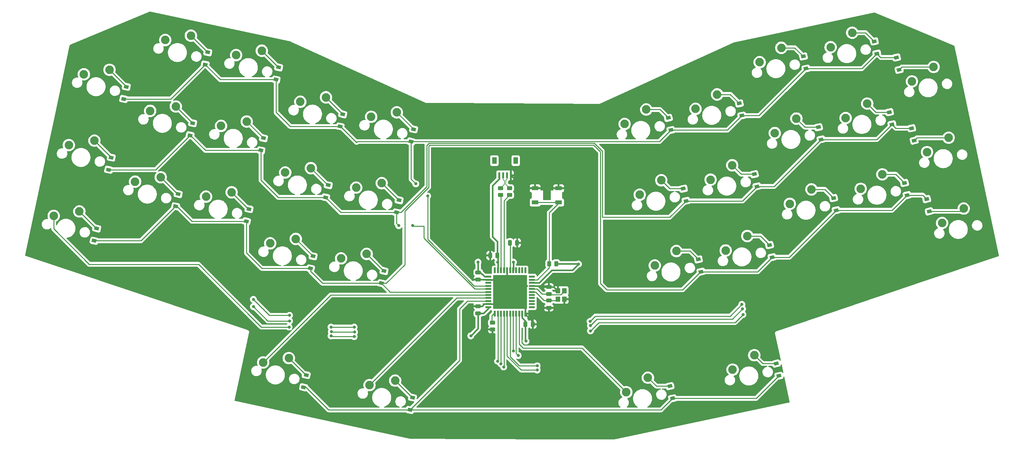
<source format=gbr>
%TF.GenerationSoftware,KiCad,Pcbnew,(6.0.4-0)*%
%TF.CreationDate,2023-01-26T20:21:59-08:00*%
%TF.ProjectId,chiffevo,63686966-6665-4766-9f2e-6b696361645f,v1.0.0*%
%TF.SameCoordinates,Original*%
%TF.FileFunction,Copper,L2,Bot*%
%TF.FilePolarity,Positive*%
%FSLAX46Y46*%
G04 Gerber Fmt 4.6, Leading zero omitted, Abs format (unit mm)*
G04 Created by KiCad (PCBNEW (6.0.4-0)) date 2023-01-26 20:21:59*
%MOMM*%
%LPD*%
G01*
G04 APERTURE LIST*
G04 Aperture macros list*
%AMRoundRect*
0 Rectangle with rounded corners*
0 $1 Rounding radius*
0 $2 $3 $4 $5 $6 $7 $8 $9 X,Y pos of 4 corners*
0 Add a 4 corners polygon primitive as box body*
4,1,4,$2,$3,$4,$5,$6,$7,$8,$9,$2,$3,0*
0 Add four circle primitives for the rounded corners*
1,1,$1+$1,$2,$3*
1,1,$1+$1,$4,$5*
1,1,$1+$1,$6,$7*
1,1,$1+$1,$8,$9*
0 Add four rect primitives between the rounded corners*
20,1,$1+$1,$2,$3,$4,$5,0*
20,1,$1+$1,$4,$5,$6,$7,0*
20,1,$1+$1,$6,$7,$8,$9,0*
20,1,$1+$1,$8,$9,$2,$3,0*%
%AMRotRect*
0 Rectangle, with rotation*
0 The origin of the aperture is its center*
0 $1 length*
0 $2 width*
0 $3 Rotation angle, in degrees counterclockwise*
0 Add horizontal line*
21,1,$1,$2,0,0,$3*%
G04 Aperture macros list end*
%TA.AperFunction,ComponentPad*%
%ADD10C,2.250000*%
%TD*%
%TA.AperFunction,SMDPad,CuDef*%
%ADD11R,1.800000X1.100000*%
%TD*%
%TA.AperFunction,SMDPad,CuDef*%
%ADD12RotRect,0.900000X1.200000X102.000000*%
%TD*%
%TA.AperFunction,SMDPad,CuDef*%
%ADD13RotRect,0.900000X1.200000X78.000000*%
%TD*%
%TA.AperFunction,SMDPad,CuDef*%
%ADD14R,0.600000X1.550000*%
%TD*%
%TA.AperFunction,SMDPad,CuDef*%
%ADD15R,1.200000X1.800000*%
%TD*%
%TA.AperFunction,SMDPad,CuDef*%
%ADD16RoundRect,0.250000X-0.250000X-0.475000X0.250000X-0.475000X0.250000X0.475000X-0.250000X0.475000X0*%
%TD*%
%TA.AperFunction,SMDPad,CuDef*%
%ADD17R,1.200000X1.400000*%
%TD*%
%TA.AperFunction,SMDPad,CuDef*%
%ADD18RoundRect,0.250000X-0.475000X0.250000X-0.475000X-0.250000X0.475000X-0.250000X0.475000X0.250000X0*%
%TD*%
%TA.AperFunction,SMDPad,CuDef*%
%ADD19RotRect,0.900000X1.200000X282.000000*%
%TD*%
%TA.AperFunction,SMDPad,CuDef*%
%ADD20R,1.500000X0.550000*%
%TD*%
%TA.AperFunction,SMDPad,CuDef*%
%ADD21R,0.550000X1.500000*%
%TD*%
%TA.AperFunction,SMDPad,CuDef*%
%ADD22RoundRect,0.250000X-0.450000X0.262500X-0.450000X-0.262500X0.450000X-0.262500X0.450000X0.262500X0*%
%TD*%
%TA.AperFunction,SMDPad,CuDef*%
%ADD23RoundRect,0.250000X0.475000X-0.250000X0.475000X0.250000X-0.475000X0.250000X-0.475000X-0.250000X0*%
%TD*%
%TA.AperFunction,SMDPad,CuDef*%
%ADD24RoundRect,0.250000X-0.262500X-0.450000X0.262500X-0.450000X0.262500X0.450000X-0.262500X0.450000X0*%
%TD*%
%TA.AperFunction,SMDPad,CuDef*%
%ADD25RoundRect,0.250000X0.250000X0.475000X-0.250000X0.475000X-0.250000X-0.475000X0.250000X-0.475000X0*%
%TD*%
%TA.AperFunction,ViaPad*%
%ADD26C,0.800000*%
%TD*%
%TA.AperFunction,Conductor*%
%ADD27C,0.254000*%
%TD*%
%TA.AperFunction,Conductor*%
%ADD28C,0.381000*%
%TD*%
%TA.AperFunction,Conductor*%
%ADD29C,0.200000*%
%TD*%
G04 APERTURE END LIST*
D10*
%TO.P,MX21,2,ROW*%
%TO.N,Net-(D21-Pad2)*%
X80164317Y-111957422D03*
%TO.P,MX21,1,COL*%
%TO.N,/COL0*%
X73424984Y-113121678D03*
%TD*%
%TO.P,MX20,2,ROW*%
%TO.N,Net-(D20-Pad2)*%
X308652307Y-92561559D03*
%TO.P,MX20,1,COL*%
%TO.N,/COL9*%
X302969165Y-96366294D03*
%TD*%
%TO.P,MX17,1,COL*%
%TO.N,/COL6*%
X246080449Y-103602244D03*
%TO.P,MX17,2,ROW*%
%TO.N,Net-(D17-Pad2)*%
X251763591Y-99797509D03*
%TD*%
%TO.P,MX18,1,COL*%
%TO.N,/COL7*%
X262946912Y-91327273D03*
%TO.P,MX18,2,ROW*%
%TO.N,Net-(D18-Pad2)*%
X268630054Y-87522538D03*
%TD*%
%TO.P,MX13,2,ROW*%
%TO.N,Net-(D13-Pad2)*%
X124147288Y-88284689D03*
%TO.P,MX13,1,COL*%
%TO.N,/COL2*%
X117407955Y-89448945D03*
%TD*%
%TO.P,MX10,1,COL*%
%TO.N,/COL9*%
X299008447Y-77732580D03*
%TO.P,MX10,2,ROW*%
%TO.N,Net-(D10-Pad2)*%
X304691589Y-73927845D03*
%TD*%
%TO.P,MX4,1,COL*%
%TO.N,/COL3*%
X138235136Y-83090205D03*
%TO.P,MX4,2,ROW*%
%TO.N,Net-(D4-Pad2)*%
X144974469Y-81925949D03*
%TD*%
%TO.P,MX27,1,COL*%
%TO.N,/COL6*%
X250041167Y-122235957D03*
%TO.P,MX27,2,ROW*%
%TO.N,Net-(D27-Pad2)*%
X255724309Y-118431222D03*
%TD*%
%TO.P,MX15,1,COL*%
%TO.N,/COL4*%
X152908128Y-105684636D03*
%TO.P,MX15,2,ROW*%
%TO.N,Net-(D15-Pad2)*%
X159647461Y-104520380D03*
%TD*%
%TO.P,MX1,1,COL*%
%TO.N,/COL0*%
X81346419Y-75854254D03*
%TO.P,MX1,2,ROW*%
%TO.N,Net-(D1-Pad2)*%
X88085752Y-74689998D03*
%TD*%
%TO.P,MX25,2,ROW*%
%TO.N,Net-(D25-Pad2)*%
X155686745Y-123154091D03*
%TO.P,MX25,1,COL*%
%TO.N,/COL4*%
X148947412Y-124318347D03*
%TD*%
%TO.P,MX3,1,COL*%
%TO.N,/COL2*%
X121368672Y-70815233D03*
%TO.P,MX3,2,ROW*%
%TO.N,Net-(D3-Pad2)*%
X128108005Y-69650977D03*
%TD*%
%TO.P,MX31,2,ROW*%
%TO.N,Net-(D31-Pad2)*%
X135219122Y-150547240D03*
%TO.P,MX31,1,COL*%
%TO.N,/COL3*%
X128479789Y-151711496D03*
%TD*%
%TO.P,MX24,2,ROW*%
%TO.N,Net-(D24-Pad2)*%
X137053032Y-119193373D03*
%TO.P,MX24,1,COL*%
%TO.N,/COL3*%
X130313699Y-120357629D03*
%TD*%
%TO.P,MX16,1,COL*%
%TO.N,/COL5*%
X227446737Y-107562962D03*
%TO.P,MX16,2,ROW*%
%TO.N,Net-(D16-Pad2)*%
X233129879Y-103758227D03*
%TD*%
%TO.P,MX32,2,ROW*%
%TO.N,Net-(D32-Pad2)*%
X163169690Y-156488316D03*
%TO.P,MX32,1,COL*%
%TO.N,/COL4*%
X156430357Y-157652572D03*
%TD*%
%TO.P,MX9,1,COL*%
%TO.N,/COL8*%
X277619905Y-68732843D03*
%TO.P,MX9,2,ROW*%
%TO.N,Net-(D9-Pad2)*%
X283303047Y-64928108D03*
%TD*%
%TO.P,MX2,2,ROW*%
%TO.N,Net-(D2-Pad2)*%
X109474294Y-65690260D03*
%TO.P,MX2,1,COL*%
%TO.N,/COL1*%
X102734961Y-66854516D03*
%TD*%
%TO.P,MX30,2,ROW*%
%TO.N,Net-(D30-Pad2)*%
X312613024Y-111195270D03*
%TO.P,MX30,1,COL*%
%TO.N,/COL9*%
X306929882Y-115000005D03*
%TD*%
%TO.P,MX34,2,ROW*%
%TO.N,Net-(D34-Pad2)*%
X257558220Y-149785087D03*
%TO.P,MX34,1,COL*%
%TO.N,/COL6*%
X251875078Y-153589822D03*
%TD*%
%TO.P,MX5,1,COL*%
%TO.N,/COL4*%
X156868847Y-87050924D03*
%TO.P,MX5,2,ROW*%
%TO.N,Net-(D5-Pad2)*%
X163608180Y-85886668D03*
%TD*%
%TO.P,MX28,2,ROW*%
%TO.N,Net-(D28-Pad2)*%
X272590771Y-106156250D03*
%TO.P,MX28,1,COL*%
%TO.N,/COL7*%
X266907629Y-109960985D03*
%TD*%
%TO.P,MX29,1,COL*%
%TO.N,/COL8*%
X285541340Y-106000267D03*
%TO.P,MX29,2,ROW*%
%TO.N,Net-(D29-Pad2)*%
X291224482Y-102195532D03*
%TD*%
%TO.P,MX7,1,COL*%
%TO.N,/COL6*%
X242119732Y-84968533D03*
%TO.P,MX7,2,ROW*%
%TO.N,Net-(D7-Pad2)*%
X247802874Y-81163798D03*
%TD*%
%TO.P,MX26,1,COL*%
%TO.N,/COL5*%
X231407455Y-126196673D03*
%TO.P,MX26,2,ROW*%
%TO.N,Net-(D26-Pad2)*%
X237090597Y-122391938D03*
%TD*%
%TO.P,MX19,1,COL*%
%TO.N,/COL8*%
X281580623Y-87366554D03*
%TO.P,MX19,2,ROW*%
%TO.N,Net-(D19-Pad2)*%
X287263765Y-83561819D03*
%TD*%
%TO.P,MX8,1,COL*%
%TO.N,/COL7*%
X258986193Y-72693560D03*
%TO.P,MX8,2,ROW*%
%TO.N,Net-(D8-Pad2)*%
X264669335Y-68888825D03*
%TD*%
%TO.P,MX12,2,ROW*%
%TO.N,Net-(D12-Pad2)*%
X105513576Y-84323972D03*
%TO.P,MX12,1,COL*%
%TO.N,/COL1*%
X98774243Y-85488228D03*
%TD*%
%TO.P,MX11,1,COL*%
%TO.N,/COL0*%
X77385703Y-94487966D03*
%TO.P,MX11,2,ROW*%
%TO.N,Net-(D11-Pad2)*%
X84125036Y-93323710D03*
%TD*%
%TO.P,MX22,1,COL*%
%TO.N,/COL1*%
X94813525Y-104121940D03*
%TO.P,MX22,2,ROW*%
%TO.N,Net-(D22-Pad2)*%
X101552858Y-102957684D03*
%TD*%
%TO.P,MX6,1,COL*%
%TO.N,/COL5*%
X223486018Y-88929251D03*
%TO.P,MX6,2,ROW*%
%TO.N,Net-(D6-Pad2)*%
X229169160Y-85124516D03*
%TD*%
%TO.P,MX23,2,ROW*%
%TO.N,Net-(D23-Pad2)*%
X120186570Y-106918401D03*
%TO.P,MX23,1,COL*%
%TO.N,/COL2*%
X113447237Y-108082657D03*
%TD*%
%TO.P,MX33,2,ROW*%
%TO.N,Net-(D33-Pad2)*%
X229607651Y-155726163D03*
%TO.P,MX33,1,COL*%
%TO.N,/COL5*%
X223924509Y-159530898D03*
%TD*%
%TO.P,MX14,1,COL*%
%TO.N,/COL3*%
X134274418Y-101723918D03*
%TO.P,MX14,2,ROW*%
%TO.N,Net-(D14-Pad2)*%
X141013751Y-100559662D03*
%TD*%
D11*
%TO.P,SW1,2,2*%
%TO.N,Net-(R1-Pad1)*%
X206146152Y-109582070D03*
X199946152Y-109582070D03*
%TO.P,SW1,1,1*%
%TO.N,GND*%
X199946152Y-105882070D03*
X206146152Y-105882070D03*
%TD*%
D12*
%TO.P,D29,2,A*%
%TO.N,Net-(D29-Pad2)*%
X297032094Y-104467713D03*
%TO.P,D29,1,K*%
%TO.N,/ROW2*%
X297718202Y-107695601D03*
%TD*%
D13*
%TO.P,D15,1,K*%
%TO.N,/ROW1*%
X163527769Y-112225517D03*
%TO.P,D15,2,A*%
%TO.N,Net-(D15-Pad2)*%
X164213877Y-108997629D03*
%TD*%
D12*
%TO.P,D9,2,A*%
%TO.N,Net-(D9-Pad2)*%
X289110660Y-67200288D03*
%TO.P,D9,1,K*%
%TO.N,/ROW0*%
X289796768Y-70428176D03*
%TD*%
%TO.P,D6,1,K*%
%TO.N,/ROW0*%
X235648314Y-90556046D03*
%TO.P,D6,2,A*%
%TO.N,Net-(D6-Pad2)*%
X234962206Y-87328158D03*
%TD*%
D13*
%TO.P,D24,1,K*%
%TO.N,/ROW2*%
X140919046Y-126965759D03*
%TO.P,D24,2,A*%
%TO.N,Net-(D24-Pad2)*%
X141605154Y-123737871D03*
%TD*%
D12*
%TO.P,D27,1,K*%
%TO.N,/ROW2*%
X262236464Y-124018031D03*
%TO.P,D27,2,A*%
%TO.N,Net-(D27-Pad2)*%
X261550356Y-120790143D03*
%TD*%
D13*
%TO.P,D32,2,A*%
%TO.N,Net-(D32-Pad2)*%
X167736105Y-160965565D03*
%TO.P,D32,1,K*%
%TO.N,/ROW3*%
X167049997Y-164193453D03*
%TD*%
D14*
%TO.P,J1,4,Pin_4*%
%TO.N,GND*%
X193547900Y-102444570D03*
%TO.P,J1,3,Pin_3*%
%TO.N,/D+*%
X192547900Y-102444570D03*
%TO.P,J1,2,Pin_2*%
%TO.N,/D-*%
X191547900Y-102444570D03*
%TO.P,J1,1,Pin_1*%
%TO.N,+5V*%
X190547900Y-102444570D03*
D15*
%TO.P,J1,*%
%TO.N,*%
X194847900Y-98569570D03*
X189247900Y-98569570D03*
%TD*%
D16*
%TO.P,C6,2*%
%TO.N,GND*%
X199333652Y-141632070D03*
%TO.P,C6,1*%
%TO.N,+5V*%
X197433652Y-141632070D03*
%TD*%
D13*
%TO.P,D4,1,K*%
%TO.N,/ROW0*%
X148714166Y-89601200D03*
%TO.P,D4,2,A*%
%TO.N,Net-(D4-Pad2)*%
X149400274Y-86373312D03*
%TD*%
D17*
%TO.P,Y1,4,4*%
%TO.N,GND*%
X207627402Y-135057070D03*
%TO.P,Y1,3,3*%
%TO.N,Net-(C2-Pad2)*%
X207627402Y-132857070D03*
%TO.P,Y1,2,2*%
%TO.N,GND*%
X205927402Y-132857070D03*
%TO.P,Y1,1,1*%
%TO.N,Net-(C1-Pad2)*%
X205927402Y-135057070D03*
%TD*%
D12*
%TO.P,D19,2,A*%
%TO.N,Net-(D19-Pad2)*%
X293071378Y-85834001D03*
%TO.P,D19,1,K*%
%TO.N,/ROW1*%
X293757486Y-89061889D03*
%TD*%
D18*
%TO.P,C2,2*%
%TO.N,Net-(C2-Pad2)*%
X203577402Y-133707070D03*
%TO.P,C2,1*%
%TO.N,GND*%
X203577402Y-131807070D03*
%TD*%
D19*
%TO.P,D10,1,K*%
%TO.N,/ROW0*%
X294948011Y-71449881D03*
%TO.P,D10,2,A*%
%TO.N,Net-(D10-Pad2)*%
X295634119Y-74677769D03*
%TD*%
D13*
%TO.P,D5,1,K*%
%TO.N,/ROW0*%
X167347878Y-93561917D03*
%TO.P,D5,2,A*%
%TO.N,Net-(D5-Pad2)*%
X168033986Y-90334029D03*
%TD*%
D20*
%TO.P,U2,44,AVCC*%
%TO.N,+5V*%
X187677402Y-129157070D03*
%TO.P,U2,43,GND*%
%TO.N,GND*%
X187677402Y-129957070D03*
%TO.P,U2,42,AREF*%
%TO.N,unconnected-(U2-Pad42)*%
X187677402Y-130757070D03*
%TO.P,U2,41,PF0*%
%TO.N,/ROW0*%
X187677402Y-131557070D03*
%TO.P,U2,40,PF1*%
%TO.N,/ROW1*%
X187677402Y-132357070D03*
%TO.P,U2,39,PF4*%
%TO.N,/ROW2*%
X187677402Y-133157070D03*
%TO.P,U2,38,PF5*%
%TO.N,/COL3*%
X187677402Y-133957070D03*
%TO.P,U2,37,PF6*%
%TO.N,/COL4*%
X187677402Y-134757070D03*
%TO.P,U2,36,PF7*%
%TO.N,/ROW3*%
X187677402Y-135557070D03*
%TO.P,U2,35,GND*%
%TO.N,GND*%
X187677402Y-136357070D03*
%TO.P,U2,34,VCC*%
%TO.N,+5V*%
X187677402Y-137157070D03*
D21*
%TO.P,U2,33,~{HWB}/PE2*%
%TO.N,Net-(R4-Pad1)*%
X189377402Y-138857070D03*
%TO.P,U2,32,PC7*%
%TO.N,/COL2*%
X190177402Y-138857070D03*
%TO.P,U2,31,PC6*%
%TO.N,/COL1*%
X190977402Y-138857070D03*
%TO.P,U2,30,PB6*%
%TO.N,/COL0*%
X191777402Y-138857070D03*
%TO.P,U2,29,PB5*%
%TO.N,/COL9*%
X192577402Y-138857070D03*
%TO.P,U2,28,PB4*%
%TO.N,/COL8*%
X193377402Y-138857070D03*
%TO.P,U2,27,PD7*%
%TO.N,/COL7*%
X194177402Y-138857070D03*
%TO.P,U2,26,PD6*%
%TO.N,/COL6*%
X194977402Y-138857070D03*
%TO.P,U2,25,PD4*%
%TO.N,/COL5*%
X195777402Y-138857070D03*
%TO.P,U2,24,AVCC*%
%TO.N,+5V*%
X196577402Y-138857070D03*
%TO.P,U2,23,GND*%
%TO.N,GND*%
X197377402Y-138857070D03*
D20*
%TO.P,U2,22,PD5*%
%TO.N,unconnected-(U2-Pad22)*%
X199077402Y-137157070D03*
%TO.P,U2,21,PD3*%
%TO.N,unconnected-(U2-Pad21)*%
X199077402Y-136357070D03*
%TO.P,U2,20,PD2*%
%TO.N,unconnected-(U2-Pad20)*%
X199077402Y-135557070D03*
%TO.P,U2,19,PD1*%
%TO.N,unconnected-(U2-Pad19)*%
X199077402Y-134757070D03*
%TO.P,U2,18,PD0*%
%TO.N,unconnected-(U2-Pad18)*%
X199077402Y-133957070D03*
%TO.P,U2,17,XTAL1*%
%TO.N,Net-(C1-Pad2)*%
X199077402Y-133157070D03*
%TO.P,U2,16,XTAL2*%
%TO.N,Net-(C2-Pad2)*%
X199077402Y-132357070D03*
%TO.P,U2,15,GND*%
%TO.N,GND*%
X199077402Y-131557070D03*
%TO.P,U2,14,VCC*%
%TO.N,+5V*%
X199077402Y-130757070D03*
%TO.P,U2,13,~{RESET}*%
%TO.N,Net-(R1-Pad1)*%
X199077402Y-129957070D03*
%TO.P,U2,12,PB7*%
%TO.N,unconnected-(U2-Pad12)*%
X199077402Y-129157070D03*
D21*
%TO.P,U2,11,PB3*%
%TO.N,unconnected-(U2-Pad11)*%
X197377402Y-127457070D03*
%TO.P,U2,10,PB2*%
%TO.N,unconnected-(U2-Pad10)*%
X196577402Y-127457070D03*
%TO.P,U2,9,PB1*%
%TO.N,unconnected-(U2-Pad9)*%
X195777402Y-127457070D03*
%TO.P,U2,8,PB0*%
%TO.N,unconnected-(U2-Pad8)*%
X194977402Y-127457070D03*
%TO.P,U2,7,VBUS*%
%TO.N,+5V*%
X194177402Y-127457070D03*
%TO.P,U2,6,UCAP*%
%TO.N,Net-(C4-Pad1)*%
X193377402Y-127457070D03*
%TO.P,U2,5,UGND*%
%TO.N,GND*%
X192577402Y-127457070D03*
%TO.P,U2,4,D+*%
%TO.N,Net-(R2-Pad2)*%
X191777402Y-127457070D03*
%TO.P,U2,3,D-*%
%TO.N,Net-(R3-Pad2)*%
X190977402Y-127457070D03*
%TO.P,U2,2,UVCC*%
%TO.N,+5V*%
X190177402Y-127457070D03*
%TO.P,U2,1,PE6*%
%TO.N,unconnected-(U2-Pad1)*%
X189377402Y-127457070D03*
%TD*%
D13*
%TO.P,D1,1,K*%
%TO.N,/ROW0*%
X91825450Y-82365248D03*
%TO.P,D1,2,A*%
%TO.N,Net-(D1-Pad2)*%
X92511558Y-79137360D03*
%TD*%
D22*
%TO.P,R3,2*%
%TO.N,Net-(R3-Pad2)*%
X190847900Y-107632070D03*
%TO.P,R3,1*%
%TO.N,/D-*%
X190847900Y-105807070D03*
%TD*%
D12*
%TO.P,D33,2,A*%
%TO.N,Net-(D33-Pad2)*%
X235400696Y-157929806D03*
%TO.P,D33,1,K*%
%TO.N,/ROW3*%
X236086804Y-161157694D03*
%TD*%
D22*
%TO.P,R4,2*%
%TO.N,GND*%
X188783652Y-143044570D03*
%TO.P,R4,1*%
%TO.N,Net-(R4-Pad1)*%
X188783652Y-141219570D03*
%TD*%
D13*
%TO.P,D14,1,K*%
%TO.N,/ROW1*%
X144894056Y-108264799D03*
%TO.P,D14,2,A*%
%TO.N,Net-(D14-Pad2)*%
X145580164Y-105036911D03*
%TD*%
D12*
%TO.P,D17,1,K*%
%TO.N,/ROW1*%
X258275748Y-105384320D03*
%TO.P,D17,2,A*%
%TO.N,Net-(D17-Pad2)*%
X257589640Y-102156432D03*
%TD*%
D13*
%TO.P,D22,2,A*%
%TO.N,Net-(D22-Pad2)*%
X106133567Y-107367685D03*
%TO.P,D22,1,K*%
%TO.N,/ROW2*%
X105447459Y-110595573D03*
%TD*%
D19*
%TO.P,D30,1,K*%
%TO.N,/ROW2*%
X302869446Y-108717306D03*
%TO.P,D30,2,A*%
%TO.N,Net-(D30-Pad2)*%
X303555554Y-111945194D03*
%TD*%
D12*
%TO.P,D8,2,A*%
%TO.N,Net-(D8-Pad2)*%
X270476947Y-71161006D03*
%TO.P,D8,1,K*%
%TO.N,/ROW0*%
X271163055Y-74388894D03*
%TD*%
%TO.P,D26,1,K*%
%TO.N,/ROW2*%
X243569748Y-127823469D03*
%TO.P,D26,2,A*%
%TO.N,Net-(D26-Pad2)*%
X242883640Y-124595581D03*
%TD*%
D23*
%TO.P,C1,2*%
%TO.N,Net-(C1-Pad2)*%
X203577402Y-135407070D03*
%TO.P,C1,1*%
%TO.N,GND*%
X203577402Y-137307070D03*
%TD*%
D16*
%TO.P,C4,2*%
%TO.N,GND*%
X195233652Y-120232070D03*
%TO.P,C4,1*%
%TO.N,Net-(C4-Pad1)*%
X193333652Y-120232070D03*
%TD*%
D12*
%TO.P,D18,2,A*%
%TO.N,Net-(D18-Pad2)*%
X274437665Y-89794720D03*
%TO.P,D18,1,K*%
%TO.N,/ROW1*%
X275123773Y-93022608D03*
%TD*%
D13*
%TO.P,D23,2,A*%
%TO.N,Net-(D23-Pad2)*%
X124767279Y-111328403D03*
%TO.P,D23,1,K*%
%TO.N,/ROW2*%
X124081171Y-114556291D03*
%TD*%
%TO.P,D2,1,K*%
%TO.N,/ROW0*%
X113228285Y-73298262D03*
%TO.P,D2,2,A*%
%TO.N,Net-(D2-Pad2)*%
X113914393Y-70070374D03*
%TD*%
D18*
%TO.P,C5,2*%
%TO.N,GND*%
X184977402Y-129907070D03*
%TO.P,C5,1*%
%TO.N,+5V*%
X184977402Y-128007070D03*
%TD*%
D19*
%TO.P,D20,1,K*%
%TO.N,/ROW1*%
X298908728Y-90083593D03*
%TO.P,D20,2,A*%
%TO.N,Net-(D20-Pad2)*%
X299594836Y-93311481D03*
%TD*%
D12*
%TO.P,D16,1,K*%
%TO.N,/ROW1*%
X239609030Y-109189757D03*
%TO.P,D16,2,A*%
%TO.N,Net-(D16-Pad2)*%
X238922922Y-105961869D03*
%TD*%
D24*
%TO.P,R1,2*%
%TO.N,+5V*%
X205496152Y-125732070D03*
%TO.P,R1,1*%
%TO.N,Net-(R1-Pad1)*%
X203671152Y-125732070D03*
%TD*%
D22*
%TO.P,R2,2*%
%TO.N,Net-(R2-Pad2)*%
X193246152Y-107644570D03*
%TO.P,R2,1*%
%TO.N,/D+*%
X193246152Y-105819570D03*
%TD*%
D12*
%TO.P,D7,1,K*%
%TO.N,/ROW0*%
X254315031Y-86750608D03*
%TO.P,D7,2,A*%
%TO.N,Net-(D7-Pad2)*%
X253628923Y-83522720D03*
%TD*%
D13*
%TO.P,D3,2,A*%
%TO.N,Net-(D3-Pad2)*%
X132548106Y-74031091D03*
%TO.P,D3,1,K*%
%TO.N,/ROW0*%
X131861998Y-77258979D03*
%TD*%
D12*
%TO.P,D34,2,A*%
%TO.N,Net-(D34-Pad2)*%
X263351263Y-151988729D03*
%TO.P,D34,1,K*%
%TO.N,/ROW3*%
X264037371Y-155216617D03*
%TD*%
D13*
%TO.P,D31,2,A*%
%TO.N,Net-(D31-Pad2)*%
X139785538Y-155024489D03*
%TO.P,D31,1,K*%
%TO.N,/ROW3*%
X139099430Y-158252377D03*
%TD*%
%TO.P,D25,1,K*%
%TO.N,/ROW2*%
X159567051Y-130859229D03*
%TO.P,D25,2,A*%
%TO.N,Net-(D25-Pad2)*%
X160253159Y-127631341D03*
%TD*%
%TO.P,D11,1,K*%
%TO.N,/ROW1*%
X87864733Y-100998960D03*
%TO.P,D11,2,A*%
%TO.N,Net-(D11-Pad2)*%
X88550841Y-97771072D03*
%TD*%
%TO.P,D21,2,A*%
%TO.N,Net-(D21-Pad2)*%
X84730732Y-116434670D03*
%TO.P,D21,1,K*%
%TO.N,/ROW2*%
X84044624Y-119662558D03*
%TD*%
D25*
%TO.P,C8,2*%
%TO.N,GND*%
X188127402Y-123557070D03*
%TO.P,C8,1*%
%TO.N,+5V*%
X190027402Y-123557070D03*
%TD*%
D13*
%TO.P,D13,2,A*%
%TO.N,Net-(D13-Pad2)*%
X128587387Y-92664804D03*
%TO.P,D13,1,K*%
%TO.N,/ROW1*%
X127901279Y-95892692D03*
%TD*%
D23*
%TO.P,C7,2*%
%TO.N,GND*%
X184983652Y-136882070D03*
%TO.P,C7,1*%
%TO.N,+5V*%
X184983652Y-138782070D03*
%TD*%
D12*
%TO.P,D28,2,A*%
%TO.N,Net-(D28-Pad2)*%
X278398383Y-108428430D03*
%TO.P,D28,1,K*%
%TO.N,/ROW2*%
X279084491Y-111656318D03*
%TD*%
D13*
%TO.P,D12,2,A*%
%TO.N,Net-(D12-Pad2)*%
X109953676Y-88704085D03*
%TO.P,D12,1,K*%
%TO.N,/ROW1*%
X109267568Y-91931973D03*
%TD*%
D26*
%TO.N,/COL9*%
X200500000Y-153700000D03*
X254600000Y-139100000D03*
X214500000Y-143400000D03*
%TO.N,/COL8*%
X214500000Y-142000000D03*
X254500000Y-137600000D03*
X200500000Y-152600000D03*
%TO.N,/COL7*%
X194250902Y-148722555D03*
X254300000Y-136400000D03*
X214400000Y-140900000D03*
%TO.N,/COL6*%
X195500000Y-149900000D03*
%TO.N,/COL1*%
X152500000Y-143700000D03*
X125900000Y-137000000D03*
X135400000Y-140800000D03*
X191000000Y-152100000D03*
X146400000Y-143600000D03*
%TO.N,/COL0*%
X191700000Y-152900000D03*
X152400000Y-144900000D03*
X146300000Y-144700000D03*
X135300000Y-142400000D03*
%TO.N,/COL2*%
X190100000Y-151400000D03*
X146300000Y-142400000D03*
X152400000Y-142400000D03*
X125900000Y-135100000D03*
X135400000Y-139300000D03*
%TO.N,/ROW1*%
X167800000Y-115700000D03*
X164100000Y-115700000D03*
%TO.N,/ROW0*%
X168600000Y-104700000D03*
X171700000Y-107900000D03*
%TO.N,GND*%
X189450000Y-136400000D03*
%TO.N,+5V*%
X183050000Y-144700000D03*
%TO.N,GND*%
X186750000Y-143100000D03*
%TO.N,+5V*%
X197550000Y-146100000D03*
%TO.N,GND*%
X196950000Y-137100000D03*
X203550000Y-138900000D03*
X205950000Y-131100000D03*
X189650000Y-130000000D03*
X192550000Y-129400000D03*
%TO.N,+5V*%
X184950000Y-125300000D03*
X190150000Y-125300000D03*
X194250000Y-125300000D03*
X211350000Y-125800000D03*
%TO.N,GND*%
X195250000Y-118300000D03*
X186650000Y-123600000D03*
X199950000Y-104100000D03*
X195050000Y-104000000D03*
%TD*%
D27*
%TO.N,/COL9*%
X254600000Y-139100000D02*
X252500000Y-141200000D01*
X252500000Y-141200000D02*
X243200000Y-141200000D01*
X216700000Y-141200000D02*
X214500000Y-143400000D01*
X243200000Y-141200000D02*
X216700000Y-141200000D01*
X200500000Y-153700000D02*
X196258626Y-153700000D01*
X196258626Y-153700000D02*
X192577402Y-150018776D01*
X192577402Y-150018776D02*
X192577402Y-138857070D01*
%TO.N,/COL8*%
X216200000Y-140300000D02*
X214500000Y-142000000D01*
X254500000Y-137600000D02*
X251800000Y-140300000D01*
X251800000Y-140300000D02*
X216200000Y-140300000D01*
X200500000Y-152600000D02*
X195800000Y-152600000D01*
X195800000Y-152600000D02*
X193377402Y-150177402D01*
X193377402Y-150177402D02*
X193377402Y-138857070D01*
%TO.N,/COL7*%
X215800000Y-139500000D02*
X214400000Y-140900000D01*
X216400000Y-139500000D02*
X215800000Y-139500000D01*
X251200000Y-139500000D02*
X216400000Y-139500000D01*
X194177402Y-148649055D02*
X194177402Y-138857070D01*
X254300000Y-136400000D02*
X251200000Y-139500000D01*
X194250902Y-148722555D02*
X194177402Y-148649055D01*
%TO.N,/COL6*%
X195500000Y-149900000D02*
X194977402Y-149377402D01*
X194977402Y-149377402D02*
X194977402Y-138857070D01*
%TO.N,/COL5*%
X212293611Y-147900000D02*
X196800000Y-147900000D01*
X223924509Y-159530898D02*
X212293611Y-147900000D01*
X196800000Y-147900000D02*
X195777402Y-146877402D01*
X195777402Y-146877402D02*
X195777402Y-138857070D01*
%TO.N,/COL1*%
X146500000Y-143700000D02*
X152500000Y-143700000D01*
X125900000Y-137000000D02*
X129700000Y-140800000D01*
X146400000Y-143600000D02*
X146500000Y-143700000D01*
X129700000Y-140800000D02*
X135400000Y-140800000D01*
X191000000Y-152100000D02*
X190977402Y-152077402D01*
X190977402Y-152077402D02*
X190977402Y-138857070D01*
%TO.N,/COL0*%
X111500000Y-125900000D02*
X126400000Y-140800000D01*
X191700000Y-152900000D02*
X191777402Y-152822598D01*
X89400000Y-125900000D02*
X111500000Y-125900000D01*
X73424984Y-113121678D02*
X73424984Y-116551952D01*
X126400000Y-140800000D02*
X128000000Y-142400000D01*
X73424984Y-116551952D02*
X82773032Y-125900000D01*
X82773032Y-125900000D02*
X89400000Y-125900000D01*
X146300000Y-144700000D02*
X146500000Y-144900000D01*
X146500000Y-144900000D02*
X152400000Y-144900000D01*
X128000000Y-142400000D02*
X135300000Y-142400000D01*
X191777402Y-152822598D02*
X191777402Y-138857070D01*
%TO.N,/COL2*%
X146300000Y-142400000D02*
X152400000Y-142400000D01*
X130100000Y-139300000D02*
X135400000Y-139300000D01*
X125900000Y-135100000D02*
X130100000Y-139300000D01*
X190100000Y-151400000D02*
X190177402Y-151322598D01*
X190177402Y-151322598D02*
X190177402Y-138857070D01*
%TO.N,/COL3*%
X128479789Y-151711496D02*
X146234215Y-133957070D01*
X146234215Y-133957070D02*
X187677402Y-133957070D01*
%TO.N,/COL4*%
X156430357Y-157652572D02*
X179325859Y-134757070D01*
X179325859Y-134757070D02*
X187677402Y-134757070D01*
%TO.N,/ROW2*%
X159567051Y-130859229D02*
X161864892Y-133157070D01*
X161864892Y-133157070D02*
X187677402Y-133157070D01*
%TO.N,/ROW1*%
X163527769Y-115127769D02*
X164100000Y-115700000D01*
X163527769Y-112225517D02*
X163527769Y-115127769D01*
X167800000Y-115700000D02*
X167900000Y-115800000D01*
X167900000Y-115800000D02*
X170700000Y-115800000D01*
X170700000Y-115800000D02*
X170700000Y-118941374D01*
X170700000Y-118941374D02*
X184115696Y-132357070D01*
X184115696Y-132357070D02*
X187677402Y-132357070D01*
%TO.N,/ROW0*%
X167347878Y-103447878D02*
X168600000Y-104700000D01*
X167347878Y-93561917D02*
X167347878Y-103447878D01*
X171700000Y-107900000D02*
X171700000Y-119300000D01*
X171700000Y-119300000D02*
X183957070Y-131557070D01*
X183957070Y-131557070D02*
X187677402Y-131557070D01*
%TO.N,/ROW3*%
X180100000Y-151143450D02*
X180100000Y-137600000D01*
X182142930Y-135557070D02*
X187677402Y-135557070D01*
X167049997Y-164193453D02*
X180100000Y-151143450D01*
X180100000Y-137600000D02*
X182142930Y-135557070D01*
%TO.N,/ROW2*%
X243569748Y-127823469D02*
X243476531Y-127823469D01*
X243476531Y-127823469D02*
X238700000Y-132600000D01*
X238700000Y-132600000D02*
X218800000Y-132600000D01*
X218800000Y-132600000D02*
X217146480Y-130946480D01*
X217146480Y-130946480D02*
X217146480Y-96287854D01*
X217146480Y-96287854D02*
X215327583Y-94468957D01*
X215327583Y-94468957D02*
X172272417Y-94468957D01*
X172272417Y-94468957D02*
X171953520Y-94787854D01*
X171953520Y-94787854D02*
X171953520Y-105587854D01*
X171953520Y-105587854D02*
X165700000Y-111841374D01*
X165700000Y-111841374D02*
X165700000Y-126000000D01*
X165700000Y-126000000D02*
X160840771Y-130859229D01*
X160840771Y-130859229D02*
X159567051Y-130859229D01*
%TO.N,/ROW1*%
X163527769Y-112225517D02*
X164674483Y-112225517D01*
X164674483Y-112225517D02*
X171500000Y-105400000D01*
X171500000Y-105400000D02*
X171500000Y-94600000D01*
X217600000Y-96100000D02*
X217600000Y-113500000D01*
X171500000Y-94600000D02*
X172084563Y-94015437D01*
X172084563Y-94015437D02*
X215515437Y-94015437D01*
X215515437Y-94015437D02*
X217600000Y-96100000D01*
X217600000Y-113500000D02*
X235298787Y-113500000D01*
X235298787Y-113500000D02*
X239609030Y-109189757D01*
%TO.N,/ROW0*%
X167347878Y-93561917D02*
X232642443Y-93561917D01*
X232642443Y-93561917D02*
X235648314Y-90556046D01*
%TO.N,/ROW3*%
X167049997Y-164193453D02*
X233051045Y-164193453D01*
X233051045Y-164193453D02*
X236086804Y-161157694D01*
%TO.N,Net-(D33-Pad2)*%
X235400696Y-157929806D02*
X231811294Y-157929806D01*
X231811294Y-157929806D02*
X229607651Y-155726163D01*
%TO.N,/ROW3*%
X264037371Y-155216617D02*
X258096294Y-161157694D01*
X258096294Y-161157694D02*
X236086804Y-161157694D01*
%TO.N,Net-(D34-Pad2)*%
X263351263Y-151988729D02*
X259761862Y-151988729D01*
X259761862Y-151988729D02*
X257558220Y-149785087D01*
%TO.N,/ROW2*%
X262236464Y-124018031D02*
X258431026Y-127823469D01*
X258431026Y-127823469D02*
X243569748Y-127823469D01*
X279084491Y-111656318D02*
X266722778Y-124018031D01*
X266722778Y-124018031D02*
X262236464Y-124018031D01*
X297718202Y-107695601D02*
X293757485Y-111656318D01*
X293757485Y-111656318D02*
X279084491Y-111656318D01*
%TO.N,Net-(D30-Pad2)*%
X303555554Y-111945194D02*
X311863100Y-111945194D01*
X311863100Y-111945194D02*
X312613024Y-111195270D01*
%TO.N,/ROW2*%
X297718202Y-107695601D02*
X301847741Y-107695601D01*
X301847741Y-107695601D02*
X302869446Y-108717306D01*
%TO.N,Net-(D29-Pad2)*%
X291224482Y-102195532D02*
X294759913Y-102195532D01*
X294759913Y-102195532D02*
X297032094Y-104467713D01*
%TO.N,Net-(D28-Pad2)*%
X272590771Y-106156250D02*
X276126203Y-106156250D01*
X276126203Y-106156250D02*
X278398383Y-108428430D01*
%TO.N,Net-(D27-Pad2)*%
X255724309Y-118431222D02*
X259191435Y-118431222D01*
X259191435Y-118431222D02*
X261550356Y-120790143D01*
%TO.N,Net-(D26-Pad2)*%
X237090597Y-122391938D02*
X240679997Y-122391938D01*
X240679997Y-122391938D02*
X242883640Y-124595581D01*
%TO.N,Net-(D16-Pad2)*%
X238922922Y-105961869D02*
X235333521Y-105961869D01*
X235333521Y-105961869D02*
X233129879Y-103758227D01*
%TO.N,/ROW1*%
X258275748Y-105384320D02*
X254470311Y-109189757D01*
X254470311Y-109189757D02*
X239609030Y-109189757D01*
%TO.N,Net-(D17-Pad2)*%
X257589640Y-102156432D02*
X254122514Y-102156432D01*
X254122514Y-102156432D02*
X251763591Y-99797509D01*
%TO.N,/ROW1*%
X275123773Y-93022608D02*
X262762061Y-105384320D01*
X262762061Y-105384320D02*
X258275748Y-105384320D01*
%TO.N,Net-(D18-Pad2)*%
X274437665Y-89794720D02*
X270902236Y-89794720D01*
X270902236Y-89794720D02*
X268630054Y-87522538D01*
%TO.N,/ROW1*%
X293757486Y-89061889D02*
X289796767Y-93022608D01*
X289796767Y-93022608D02*
X275123773Y-93022608D01*
%TO.N,Net-(D19-Pad2)*%
X293071378Y-85834001D02*
X289535947Y-85834001D01*
X289535947Y-85834001D02*
X287263765Y-83561819D01*
%TO.N,/ROW1*%
X298908728Y-90083593D02*
X294779190Y-90083593D01*
X294779190Y-90083593D02*
X293757486Y-89061889D01*
%TO.N,Net-(D20-Pad2)*%
X308652307Y-92561559D02*
X300344758Y-92561559D01*
X300344758Y-92561559D02*
X299594836Y-93311481D01*
%TO.N,/ROW0*%
X254315031Y-86750608D02*
X250509593Y-90556046D01*
X250509593Y-90556046D02*
X235648314Y-90556046D01*
X271163055Y-74388894D02*
X258801341Y-86750608D01*
X258801341Y-86750608D02*
X254315031Y-86750608D01*
X289796768Y-70428176D02*
X285836050Y-74388894D01*
X285836050Y-74388894D02*
X271163055Y-74388894D01*
X294948011Y-71449881D02*
X290818473Y-71449881D01*
X290818473Y-71449881D02*
X289796768Y-70428176D01*
%TO.N,Net-(D10-Pad2)*%
X304691589Y-73927845D02*
X296384043Y-73927845D01*
X296384043Y-73927845D02*
X295634119Y-74677769D01*
%TO.N,Net-(D9-Pad2)*%
X283303047Y-64928108D02*
X286838480Y-64928108D01*
X286838480Y-64928108D02*
X289110660Y-67200288D01*
%TO.N,Net-(D8-Pad2)*%
X264669335Y-68888825D02*
X268204766Y-68888825D01*
X268204766Y-68888825D02*
X270476947Y-71161006D01*
%TO.N,Net-(D7-Pad2)*%
X247802874Y-81163798D02*
X251270001Y-81163798D01*
X251270001Y-81163798D02*
X253628923Y-83522720D01*
%TO.N,Net-(D6-Pad2)*%
X229169160Y-85124516D02*
X232758564Y-85124516D01*
X232758564Y-85124516D02*
X234962206Y-87328158D01*
%TO.N,Net-(D32-Pad2)*%
X163169690Y-156488316D02*
X167646939Y-160965565D01*
X167646939Y-160965565D02*
X167736105Y-160965565D01*
%TO.N,/ROW3*%
X139099430Y-158252377D02*
X139752377Y-158252377D01*
X139752377Y-158252377D02*
X145693453Y-164193453D01*
X145693453Y-164193453D02*
X167049997Y-164193453D01*
%TO.N,Net-(D31-Pad2)*%
X135219122Y-150547240D02*
X139696371Y-155024489D01*
X139696371Y-155024489D02*
X139785538Y-155024489D01*
%TO.N,/ROW2*%
X140919046Y-126965759D02*
X140919046Y-127719046D01*
X140919046Y-127719046D02*
X144059229Y-130859229D01*
X144059229Y-130859229D02*
X159567051Y-130859229D01*
X124081171Y-114556291D02*
X124081171Y-122881171D01*
X124081171Y-122881171D02*
X128165759Y-126965759D01*
X128165759Y-126965759D02*
X140919046Y-126965759D01*
X105447459Y-110595573D02*
X105795573Y-110595573D01*
X105795573Y-110595573D02*
X109756291Y-114556291D01*
X109756291Y-114556291D02*
X124081171Y-114556291D01*
X84044624Y-119662558D02*
X96380474Y-119662558D01*
X96380474Y-119662558D02*
X105447459Y-110595573D01*
%TO.N,/ROW1*%
X144894056Y-108264799D02*
X148854774Y-112225517D01*
X148854774Y-112225517D02*
X163527769Y-112225517D01*
X127901279Y-95892692D02*
X127901279Y-103701279D01*
X127901279Y-103701279D02*
X132464799Y-108264799D01*
X132464799Y-108264799D02*
X144894056Y-108264799D01*
X109267568Y-91931973D02*
X109331973Y-91931973D01*
X109331973Y-91931973D02*
X113292692Y-95892692D01*
X113292692Y-95892692D02*
X127901279Y-95892692D01*
X87864733Y-100998960D02*
X100200581Y-100998960D01*
X100200581Y-100998960D02*
X109267568Y-91931973D01*
%TO.N,/ROW0*%
X148801200Y-89601200D02*
X153000000Y-93800000D01*
X153238083Y-93561917D02*
X167347878Y-93561917D01*
X148714166Y-89601200D02*
X148801200Y-89601200D01*
X153000000Y-93800000D02*
X153238083Y-93561917D01*
X131861998Y-77258979D02*
X131861998Y-85861998D01*
X131861998Y-85861998D02*
X135601200Y-89601200D01*
X135601200Y-89601200D02*
X148714166Y-89601200D01*
X113228285Y-73298262D02*
X117189002Y-77258979D01*
X117189002Y-77258979D02*
X131861998Y-77258979D01*
X91825450Y-82365248D02*
X104161299Y-82365248D01*
X104161299Y-82365248D02*
X113228285Y-73298262D01*
%TO.N,Net-(D24-Pad2)*%
X137053032Y-119193373D02*
X141597530Y-123737871D01*
X141597530Y-123737871D02*
X141605154Y-123737871D01*
%TO.N,Net-(D23-Pad2)*%
X120186570Y-106918401D02*
X124596572Y-111328403D01*
X124596572Y-111328403D02*
X124767279Y-111328403D01*
%TO.N,Net-(D22-Pad2)*%
X101552858Y-102957684D02*
X105962859Y-107367685D01*
X105962859Y-107367685D02*
X106133567Y-107367685D01*
%TO.N,Net-(D21-Pad2)*%
X80164317Y-111957422D02*
X84641565Y-116434670D01*
X84641565Y-116434670D02*
X84730732Y-116434670D01*
%TO.N,Net-(D11-Pad2)*%
X84125036Y-93323710D02*
X88550841Y-97749515D01*
X88550841Y-97749515D02*
X88550841Y-97771072D01*
%TO.N,Net-(D12-Pad2)*%
X105513576Y-84323972D02*
X109893689Y-88704085D01*
X109893689Y-88704085D02*
X109953676Y-88704085D01*
%TO.N,Net-(D13-Pad2)*%
X124147288Y-88284689D02*
X128527403Y-92664804D01*
X128527403Y-92664804D02*
X128587387Y-92664804D01*
%TO.N,Net-(D14-Pad2)*%
X141013751Y-100559662D02*
X145491000Y-105036911D01*
X145491000Y-105036911D02*
X145580164Y-105036911D01*
%TO.N,Net-(D25-Pad2)*%
X155686745Y-123154091D02*
X160163995Y-127631341D01*
X160163995Y-127631341D02*
X160253159Y-127631341D01*
%TO.N,Net-(D15-Pad2)*%
X159647461Y-104520380D02*
X164124710Y-108997629D01*
X164124710Y-108997629D02*
X164213877Y-108997629D01*
%TO.N,Net-(D5-Pad2)*%
X163608180Y-85886668D02*
X168033986Y-90312474D01*
X168033986Y-90312474D02*
X168033986Y-90334029D01*
%TO.N,Net-(D4-Pad2)*%
X144974469Y-81925949D02*
X149400274Y-86351754D01*
X149400274Y-86351754D02*
X149400274Y-86373312D01*
%TO.N,Net-(D3-Pad2)*%
X128108005Y-69650977D02*
X132488119Y-74031091D01*
X132488119Y-74031091D02*
X132548106Y-74031091D01*
%TO.N,Net-(D2-Pad2)*%
X109474294Y-65690260D02*
X113854408Y-70070374D01*
X113854408Y-70070374D02*
X113914393Y-70070374D01*
%TO.N,Net-(D1-Pad2)*%
X88085752Y-74689998D02*
X92511558Y-79115804D01*
X92511558Y-79115804D02*
X92511558Y-79137360D01*
D28*
%TO.N,GND*%
X184977402Y-129907070D02*
X187627402Y-129907070D01*
X187627402Y-129907070D02*
X187677402Y-129957070D01*
X189407070Y-136357070D02*
X189450000Y-136400000D01*
X187677402Y-136357070D02*
X189407070Y-136357070D01*
X186592930Y-136357070D02*
X186050000Y-136900000D01*
X185001582Y-136900000D02*
X184983652Y-136882070D01*
X187677402Y-136357070D02*
X186592930Y-136357070D01*
X186050000Y-136900000D02*
X185001582Y-136900000D01*
%TO.N,+5V*%
X187677402Y-137157070D02*
X187677402Y-137472598D01*
X187677402Y-137472598D02*
X186367930Y-138782070D01*
X186367930Y-138782070D02*
X184983652Y-138782070D01*
X184983652Y-142766348D02*
X183050000Y-144700000D01*
X184983652Y-138782070D02*
X184983652Y-142766348D01*
%TO.N,GND*%
X186805430Y-143044570D02*
X186750000Y-143100000D01*
X188783652Y-143044570D02*
X186805430Y-143044570D01*
D27*
%TO.N,Net-(R4-Pad1)*%
X189092930Y-138857070D02*
X188550000Y-139400000D01*
X189377402Y-138857070D02*
X189092930Y-138857070D01*
X188550000Y-139400000D02*
X188550000Y-140985918D01*
X188550000Y-140985918D02*
X188783652Y-141219570D01*
D28*
%TO.N,+5V*%
X197433652Y-145983652D02*
X197550000Y-146100000D01*
X197433652Y-141632070D02*
X197433652Y-145983652D01*
X196577402Y-138857070D02*
X196577402Y-139927402D01*
X196577402Y-139927402D02*
X197433652Y-140783652D01*
X197433652Y-140783652D02*
X197433652Y-141632070D01*
%TO.N,GND*%
X197377402Y-137527402D02*
X196950000Y-137100000D01*
X197377402Y-138857070D02*
X197377402Y-137527402D01*
X197377402Y-138857070D02*
X197377402Y-139027402D01*
X197377402Y-139027402D02*
X199333652Y-140983652D01*
X199333652Y-140983652D02*
X199333652Y-141632070D01*
%TO.N,+5V*%
X199077402Y-130757070D02*
X200992930Y-130757070D01*
X200992930Y-130757070D02*
X204350000Y-127400000D01*
X209750000Y-127400000D02*
X211350000Y-125800000D01*
X204350000Y-127400000D02*
X209750000Y-127400000D01*
D27*
%TO.N,Net-(C1-Pad2)*%
X203577402Y-135407070D02*
X205577402Y-135407070D01*
X205577402Y-135407070D02*
X205927402Y-135057070D01*
X199077402Y-133157070D02*
X200081402Y-133157070D01*
X200081402Y-133157070D02*
X202331402Y-135407070D01*
X202331402Y-135407070D02*
X203577402Y-135407070D01*
D28*
%TO.N,GND*%
X203577402Y-138872598D02*
X203550000Y-138900000D01*
X203577402Y-137307070D02*
X203577402Y-138872598D01*
X207627402Y-135057070D02*
X207627402Y-136138070D01*
X207627402Y-136138070D02*
X206458402Y-137307070D01*
X206458402Y-137307070D02*
X203577402Y-137307070D01*
D27*
%TO.N,Net-(C2-Pad2)*%
X203577402Y-133707070D02*
X203753913Y-133883581D01*
X207627402Y-132957070D02*
X207627402Y-132857070D01*
X203753913Y-133883581D02*
X206700891Y-133883581D01*
X206700891Y-133883581D02*
X207627402Y-132957070D01*
X199077402Y-132357070D02*
X200407070Y-132357070D01*
X201757070Y-133707070D02*
X203577402Y-133707070D01*
X200407070Y-132357070D02*
X201757070Y-133707070D01*
D28*
%TO.N,GND*%
X205927402Y-131122598D02*
X205950000Y-131100000D01*
X205927402Y-132857070D02*
X205927402Y-131122598D01*
X203577402Y-131807070D02*
X204877402Y-131807070D01*
X204877402Y-131807070D02*
X205927402Y-132857070D01*
X199077402Y-131557070D02*
X203327402Y-131557070D01*
X203327402Y-131557070D02*
X203577402Y-131807070D01*
X189607070Y-129957070D02*
X189650000Y-130000000D01*
X187677402Y-129957070D02*
X189607070Y-129957070D01*
X192577402Y-129372598D02*
X192550000Y-129400000D01*
X192577402Y-127457070D02*
X192577402Y-129372598D01*
%TO.N,+5V*%
X187677402Y-129157070D02*
X186707070Y-129157070D01*
X186707070Y-129157070D02*
X185557070Y-128007070D01*
X185557070Y-128007070D02*
X184977402Y-128007070D01*
X184977402Y-125327402D02*
X184950000Y-125300000D01*
X184977402Y-128007070D02*
X184977402Y-125327402D01*
X190177402Y-127457070D02*
X190177402Y-123707070D01*
X190177402Y-123707070D02*
X190027402Y-123557070D01*
X194250000Y-127384472D02*
X194177402Y-127457070D01*
X205496152Y-125732070D02*
X211282070Y-125732070D01*
X211282070Y-125732070D02*
X211350000Y-125800000D01*
X194250000Y-125300000D02*
X194250000Y-127384472D01*
D27*
%TO.N,Net-(C4-Pad1)*%
X193377402Y-127457070D02*
X193377402Y-120275820D01*
X193377402Y-120275820D02*
X193333652Y-120232070D01*
D28*
%TO.N,GND*%
X195233652Y-118316348D02*
X195250000Y-118300000D01*
X195233652Y-120232070D02*
X195233652Y-118316348D01*
X186692930Y-123557070D02*
X186650000Y-123600000D01*
X188127402Y-123557070D02*
X186692930Y-123557070D01*
D27*
%TO.N,Net-(R1-Pad1)*%
X203671152Y-125732070D02*
X203671152Y-126778848D01*
X203671152Y-126778848D02*
X200492930Y-129957070D01*
X200492930Y-129957070D02*
X199077402Y-129957070D01*
X203671152Y-125732070D02*
X203671152Y-112278848D01*
X206146152Y-109803848D02*
X206146152Y-109582070D01*
X203671152Y-112278848D02*
X206146152Y-109803848D01*
X199946152Y-109582070D02*
X206146152Y-109582070D01*
D28*
%TO.N,GND*%
X199946152Y-105882070D02*
X206146152Y-105882070D01*
X199946152Y-104103848D02*
X199950000Y-104100000D01*
X199946152Y-105882070D02*
X199946152Y-104103848D01*
X193547900Y-102497900D02*
X195050000Y-104000000D01*
X193547900Y-102444570D02*
X193547900Y-102497900D01*
D27*
%TO.N,Net-(R2-Pad2)*%
X191777402Y-127457070D02*
X191777402Y-109113320D01*
X191777402Y-109113320D02*
X193246152Y-107644570D01*
%TO.N,Net-(R3-Pad2)*%
X190977402Y-127457070D02*
X190977402Y-107761572D01*
X190977402Y-107761572D02*
X190847900Y-107632070D01*
D29*
%TO.N,/D+*%
X192547900Y-102444570D02*
X192547900Y-103502100D01*
X192547900Y-103502100D02*
X192250000Y-103800000D01*
X192250000Y-103800000D02*
X192250000Y-104823418D01*
X192250000Y-104823418D02*
X193246152Y-105819570D01*
%TO.N,/D-*%
X191547900Y-102444570D02*
X191547900Y-103597900D01*
X191547900Y-103597900D02*
X191850000Y-103900000D01*
X191850000Y-103900000D02*
X191850000Y-104804970D01*
X191850000Y-104804970D02*
X190847900Y-105807070D01*
D28*
%TO.N,+5V*%
X190547900Y-102444570D02*
X190547900Y-103358350D01*
X190547900Y-103358350D02*
X188768750Y-105137500D01*
X188768750Y-105137500D02*
X188768750Y-118631250D01*
X188768750Y-118631250D02*
X190027402Y-119889902D01*
X190027402Y-119889902D02*
X190027402Y-123557070D01*
%TD*%
%TA.AperFunction,Conductor*%
%TO.N,GND*%
G36*
X135728876Y-67275142D02*
G01*
X135754141Y-67283495D01*
X171085612Y-83352329D01*
X171087716Y-83353311D01*
X171140988Y-83378754D01*
X171140990Y-83378755D01*
X171148964Y-83382563D01*
X171181562Y-83387860D01*
X171181595Y-83387865D01*
X171196523Y-83391248D01*
X171219781Y-83398052D01*
X171219784Y-83398052D01*
X171228263Y-83400533D01*
X171237098Y-83400534D01*
X171237099Y-83400534D01*
X171304140Y-83400541D01*
X171304948Y-83400544D01*
X177479535Y-83441435D01*
X216583229Y-83700400D01*
X216583259Y-83700400D01*
X216611180Y-83700673D01*
X216657952Y-83701131D01*
X216657955Y-83701131D01*
X216666789Y-83701217D01*
X216693906Y-83693574D01*
X216710780Y-83690062D01*
X216721640Y-83688580D01*
X216729952Y-83687446D01*
X216729953Y-83687446D01*
X216738701Y-83686252D01*
X216746765Y-83682650D01*
X216746768Y-83682649D01*
X216769880Y-83672325D01*
X216771196Y-83671790D01*
X216772815Y-83671334D01*
X216776754Y-83669532D01*
X216776765Y-83669527D01*
X216801706Y-83658114D01*
X216802728Y-83657652D01*
X216841665Y-83640258D01*
X216869601Y-83627779D01*
X216871118Y-83626489D01*
X216872814Y-83625572D01*
X222252246Y-81163798D01*
X246172348Y-81163798D01*
X246172730Y-81168652D01*
X246190611Y-81395851D01*
X246192422Y-81418868D01*
X246252152Y-81667658D01*
X246266140Y-81701429D01*
X246325418Y-81844537D01*
X246350065Y-81904041D01*
X246483751Y-82122197D01*
X246649918Y-82316754D01*
X246844475Y-82482921D01*
X247062631Y-82616607D01*
X247067131Y-82618471D01*
X247067135Y-82618473D01*
X247207141Y-82676465D01*
X247299014Y-82714520D01*
X247547804Y-82774250D01*
X247552648Y-82774631D01*
X247552653Y-82774632D01*
X247798020Y-82793942D01*
X247802874Y-82794324D01*
X247807728Y-82793942D01*
X248053095Y-82774632D01*
X248053100Y-82774631D01*
X248057944Y-82774250D01*
X248306734Y-82714520D01*
X248398607Y-82676465D01*
X248538613Y-82618473D01*
X248538617Y-82618471D01*
X248543117Y-82616607D01*
X248761273Y-82482921D01*
X248955830Y-82316754D01*
X249121997Y-82122197D01*
X249255683Y-81904041D01*
X249270676Y-81867845D01*
X249314517Y-81813442D01*
X249385237Y-81791298D01*
X250958720Y-81791298D01*
X251025759Y-81810983D01*
X251046401Y-81827617D01*
X252414254Y-83195470D01*
X252447739Y-83256793D01*
X252448804Y-83262487D01*
X252449061Y-83265019D01*
X252449761Y-83268310D01*
X252449761Y-83268313D01*
X252654404Y-84231074D01*
X252655883Y-84238034D01*
X252675111Y-84296518D01*
X252679290Y-84303066D01*
X252679291Y-84303067D01*
X252742062Y-84401408D01*
X252752247Y-84417365D01*
X252860200Y-84511704D01*
X252990291Y-84571953D01*
X253037130Y-84578995D01*
X253124380Y-84592113D01*
X253124383Y-84592113D01*
X253132065Y-84593268D01*
X253139794Y-84592483D01*
X253139798Y-84592483D01*
X253189970Y-84587387D01*
X253189978Y-84587386D01*
X253193313Y-84587047D01*
X253742387Y-84470337D01*
X254456481Y-84318551D01*
X254456489Y-84318549D01*
X254459772Y-84317851D01*
X254518256Y-84298624D01*
X254612579Y-84238418D01*
X254631658Y-84226240D01*
X254631659Y-84226239D01*
X254639104Y-84221487D01*
X254733443Y-84113534D01*
X254768440Y-84037968D01*
X254789981Y-83991457D01*
X254789982Y-83991454D01*
X254793692Y-83983443D01*
X254800769Y-83936371D01*
X254813851Y-83849355D01*
X254813851Y-83849351D01*
X254815006Y-83841669D01*
X254814221Y-83833936D01*
X254809125Y-83783764D01*
X254809124Y-83783756D01*
X254808785Y-83780421D01*
X254670887Y-83131664D01*
X254602661Y-82810689D01*
X254602660Y-82810686D01*
X254601963Y-82807406D01*
X254582735Y-82748922D01*
X254560863Y-82714656D01*
X254510352Y-82635521D01*
X254510351Y-82635520D01*
X254505599Y-82628075D01*
X254407734Y-82542552D01*
X254404298Y-82539549D01*
X254404297Y-82539549D01*
X254397646Y-82533736D01*
X254267555Y-82473487D01*
X254209164Y-82464708D01*
X254133466Y-82453327D01*
X254133463Y-82453327D01*
X254125781Y-82452172D01*
X254118052Y-82452957D01*
X254118048Y-82452957D01*
X254067876Y-82458053D01*
X254067868Y-82458054D01*
X254064533Y-82458393D01*
X253625243Y-82551768D01*
X253555576Y-82546452D01*
X253511781Y-82518159D01*
X251768897Y-80775275D01*
X251761409Y-80767046D01*
X251757341Y-80760636D01*
X251708154Y-80714446D01*
X251705357Y-80711735D01*
X251685797Y-80692175D01*
X251682606Y-80689700D01*
X251673724Y-80682114D01*
X251647451Y-80657442D01*
X251641768Y-80652105D01*
X251634940Y-80648351D01*
X251634937Y-80648349D01*
X251627995Y-80644533D01*
X251624126Y-80642406D01*
X251607864Y-80631724D01*
X251598125Y-80624170D01*
X251591963Y-80619390D01*
X251551733Y-80601980D01*
X251541249Y-80596844D01*
X251517478Y-80583776D01*
X251502835Y-80575726D01*
X251495282Y-80573787D01*
X251495280Y-80573786D01*
X251483341Y-80570721D01*
X251464929Y-80564417D01*
X251453618Y-80559522D01*
X251453617Y-80559522D01*
X251446459Y-80556424D01*
X251438759Y-80555204D01*
X251438757Y-80555204D01*
X251403162Y-80549567D01*
X251391721Y-80547197D01*
X251356829Y-80538238D01*
X251356828Y-80538238D01*
X251349273Y-80536298D01*
X251329142Y-80536298D01*
X251309744Y-80534771D01*
X251297577Y-80532844D01*
X251289868Y-80531623D01*
X251282103Y-80532357D01*
X251282100Y-80532357D01*
X251246232Y-80535748D01*
X251234562Y-80536298D01*
X249385237Y-80536298D01*
X249318198Y-80516613D01*
X249270676Y-80459751D01*
X249257549Y-80428060D01*
X249255683Y-80423555D01*
X249121997Y-80205399D01*
X249104307Y-80184686D01*
X248958996Y-80014549D01*
X248955830Y-80010842D01*
X248761273Y-79844675D01*
X248543117Y-79710989D01*
X248538617Y-79709125D01*
X248538613Y-79709123D01*
X248311229Y-79614938D01*
X248311230Y-79614938D01*
X248306734Y-79613076D01*
X248057944Y-79553346D01*
X248053100Y-79552965D01*
X248053095Y-79552964D01*
X247807728Y-79533654D01*
X247802874Y-79533272D01*
X247798020Y-79533654D01*
X247552653Y-79552964D01*
X247552648Y-79552965D01*
X247547804Y-79553346D01*
X247299014Y-79613076D01*
X247294518Y-79614938D01*
X247294519Y-79614938D01*
X247067135Y-79709123D01*
X247067131Y-79709125D01*
X247062631Y-79710989D01*
X246844475Y-79844675D01*
X246649918Y-80010842D01*
X246646752Y-80014549D01*
X246501442Y-80184686D01*
X246483751Y-80205399D01*
X246350065Y-80423555D01*
X246252152Y-80659938D01*
X246192422Y-80908728D01*
X246192041Y-80913572D01*
X246192040Y-80913577D01*
X246183817Y-81018065D01*
X246172348Y-81163798D01*
X222252246Y-81163798D01*
X233510602Y-76011669D01*
X234897312Y-75377073D01*
X256893100Y-75377073D01*
X256895705Y-75446450D01*
X256901262Y-75594454D01*
X256901858Y-75610339D01*
X256902935Y-75615473D01*
X256902936Y-75615479D01*
X256933652Y-75761869D01*
X256949793Y-75838795D01*
X256951722Y-75843679D01*
X256951723Y-75843683D01*
X256978294Y-75910964D01*
X257035535Y-76055909D01*
X257156633Y-76255472D01*
X257185157Y-76288343D01*
X257304849Y-76426276D01*
X257309623Y-76431778D01*
X257490132Y-76579786D01*
X257494693Y-76582382D01*
X257494694Y-76582383D01*
X257517140Y-76595160D01*
X257692999Y-76695264D01*
X257912422Y-76774911D01*
X258142127Y-76816448D01*
X258146202Y-76816640D01*
X258146209Y-76816641D01*
X258165145Y-76817534D01*
X258165163Y-76817534D01*
X258166596Y-76817602D01*
X258330649Y-76817602D01*
X258333265Y-76817380D01*
X258333266Y-76817380D01*
X258455715Y-76806990D01*
X258504636Y-76802839D01*
X258730580Y-76744195D01*
X258943414Y-76648321D01*
X259137051Y-76517957D01*
X259146550Y-76508896D01*
X259302153Y-76360457D01*
X259305954Y-76356831D01*
X259445295Y-76169550D01*
X259499574Y-76062791D01*
X259548707Y-75966155D01*
X259548709Y-75966150D01*
X259551089Y-75961469D01*
X259585888Y-75849400D01*
X259618751Y-75743562D01*
X259620311Y-75738538D01*
X259621840Y-75727002D01*
X259650293Y-75512333D01*
X259650293Y-75512327D01*
X259650982Y-75507131D01*
X259642224Y-75273865D01*
X259637116Y-75249516D01*
X259595369Y-75050555D01*
X259595368Y-75050552D01*
X259594289Y-75045409D01*
X259584757Y-75021271D01*
X259545843Y-74922735D01*
X259508547Y-74828295D01*
X259387449Y-74628732D01*
X259312920Y-74542845D01*
X260746631Y-74542845D01*
X260747119Y-74546705D01*
X260747119Y-74546711D01*
X260784669Y-74843946D01*
X260785969Y-74854239D01*
X260786939Y-74858017D01*
X260786940Y-74858022D01*
X260815528Y-74969362D01*
X260864025Y-75158247D01*
X260865457Y-75161864D01*
X260865459Y-75161870D01*
X260924526Y-75311055D01*
X260979568Y-75450075D01*
X260981443Y-75453485D01*
X260981445Y-75453490D01*
X261099059Y-75667429D01*
X261130775Y-75725120D01*
X261133065Y-75728271D01*
X261133065Y-75728272D01*
X261209626Y-75833649D01*
X261315263Y-75979045D01*
X261530121Y-76207846D01*
X261533126Y-76210332D01*
X261567608Y-76238858D01*
X261771961Y-76407913D01*
X261775248Y-76409999D01*
X261800896Y-76426276D01*
X262036969Y-76576092D01*
X262040487Y-76577747D01*
X262040488Y-76577748D01*
X262317446Y-76708075D01*
X262317451Y-76708077D01*
X262320966Y-76709731D01*
X262324663Y-76710932D01*
X262324670Y-76710935D01*
X262615762Y-76805517D01*
X262615769Y-76805519D01*
X262619472Y-76806722D01*
X262927782Y-76865535D01*
X262931674Y-76865780D01*
X262931675Y-76865780D01*
X263160676Y-76880188D01*
X263160692Y-76880188D01*
X263162639Y-76880311D01*
X263319423Y-76880311D01*
X263321370Y-76880188D01*
X263321386Y-76880188D01*
X263550387Y-76865780D01*
X263550388Y-76865780D01*
X263554280Y-76865535D01*
X263862590Y-76806722D01*
X263866293Y-76805519D01*
X263866300Y-76805517D01*
X264157392Y-76710935D01*
X264157399Y-76710932D01*
X264161096Y-76709731D01*
X264164611Y-76708077D01*
X264164616Y-76708075D01*
X264441574Y-76577748D01*
X264441575Y-76577747D01*
X264445093Y-76576092D01*
X264681166Y-76426276D01*
X264706814Y-76409999D01*
X264710101Y-76407913D01*
X264914454Y-76238858D01*
X264948936Y-76210332D01*
X264951941Y-76207846D01*
X265166799Y-75979045D01*
X265272436Y-75833649D01*
X265348997Y-75728272D01*
X265348997Y-75728271D01*
X265351287Y-75725120D01*
X265383003Y-75667429D01*
X265500617Y-75453490D01*
X265500619Y-75453485D01*
X265502494Y-75450075D01*
X265557536Y-75311055D01*
X265616603Y-75161870D01*
X265616605Y-75161864D01*
X265618037Y-75158247D01*
X265666534Y-74969362D01*
X265695122Y-74858022D01*
X265695123Y-74858017D01*
X265696093Y-74854239D01*
X265697394Y-74843946D01*
X265734943Y-74546711D01*
X265734943Y-74546705D01*
X265735431Y-74542845D01*
X265735431Y-74228977D01*
X265734943Y-74225111D01*
X265696583Y-73921458D01*
X265696582Y-73921451D01*
X265696093Y-73917583D01*
X265692058Y-73901865D01*
X265662534Y-73786881D01*
X265618037Y-73613575D01*
X265616047Y-73608547D01*
X265531971Y-73396198D01*
X265502494Y-73321747D01*
X265499287Y-73315912D01*
X265471128Y-73264691D01*
X266831080Y-73264691D01*
X266834971Y-73368327D01*
X266839481Y-73488436D01*
X266839838Y-73497957D01*
X266840915Y-73503091D01*
X266840916Y-73503097D01*
X266886401Y-73719874D01*
X266887773Y-73726413D01*
X266889702Y-73731297D01*
X266889703Y-73731301D01*
X266919241Y-73806096D01*
X266973515Y-73943527D01*
X267094613Y-74143090D01*
X267175134Y-74235883D01*
X267218191Y-74285501D01*
X267247603Y-74319396D01*
X267428112Y-74467404D01*
X267630979Y-74582882D01*
X267850402Y-74662529D01*
X268080107Y-74704066D01*
X268084182Y-74704258D01*
X268084189Y-74704259D01*
X268103125Y-74705152D01*
X268103143Y-74705152D01*
X268104576Y-74705220D01*
X268268629Y-74705220D01*
X268271245Y-74704998D01*
X268271246Y-74704998D01*
X268437383Y-74690901D01*
X268442616Y-74690457D01*
X268668560Y-74631813D01*
X268881394Y-74535939D01*
X269075031Y-74405575D01*
X269079361Y-74401445D01*
X269240133Y-74248075D01*
X269243934Y-74244449D01*
X269383275Y-74057168D01*
X269405372Y-74013706D01*
X269486687Y-73853773D01*
X269486689Y-73853768D01*
X269489069Y-73849087D01*
X269491019Y-73842809D01*
X269556731Y-73631180D01*
X269558291Y-73626156D01*
X269559459Y-73617347D01*
X269588273Y-73399951D01*
X269588273Y-73399945D01*
X269588962Y-73394749D01*
X269581185Y-73187602D01*
X269580401Y-73166727D01*
X269580401Y-73166726D01*
X269580204Y-73161483D01*
X269575936Y-73141138D01*
X269533349Y-72938173D01*
X269533348Y-72938170D01*
X269532269Y-72933027D01*
X269520841Y-72904088D01*
X269485340Y-72814194D01*
X269446527Y-72715913D01*
X269325429Y-72516350D01*
X269172439Y-72340044D01*
X269031686Y-72224634D01*
X268995989Y-72195364D01*
X268995988Y-72195363D01*
X268991930Y-72192036D01*
X268789063Y-72076558D01*
X268569640Y-71996911D01*
X268339935Y-71955374D01*
X268335860Y-71955182D01*
X268335853Y-71955181D01*
X268316917Y-71954288D01*
X268316899Y-71954288D01*
X268315466Y-71954220D01*
X268151413Y-71954220D01*
X268148797Y-71954442D01*
X268148796Y-71954442D01*
X268042681Y-71963446D01*
X267977426Y-71968983D01*
X267751482Y-72027627D01*
X267538648Y-72123501D01*
X267345011Y-72253865D01*
X267341216Y-72257485D01*
X267341215Y-72257486D01*
X267198569Y-72393564D01*
X267176108Y-72414991D01*
X267036767Y-72602272D01*
X267034388Y-72606950D01*
X267034388Y-72606951D01*
X266943966Y-72784798D01*
X266930973Y-72810353D01*
X266929414Y-72815373D01*
X266929413Y-72815376D01*
X266916524Y-72856885D01*
X266861751Y-73033284D01*
X266861060Y-73038494D01*
X266861060Y-73038496D01*
X266831785Y-73259374D01*
X266831080Y-73264691D01*
X265471128Y-73264691D01*
X265353166Y-73050120D01*
X265351287Y-73046702D01*
X265307944Y-72987045D01*
X265169084Y-72795922D01*
X265166799Y-72792777D01*
X264951941Y-72563976D01*
X264805195Y-72442577D01*
X264713100Y-72366390D01*
X264710101Y-72363909D01*
X264445093Y-72195730D01*
X264412413Y-72180352D01*
X264164616Y-72063747D01*
X264164611Y-72063745D01*
X264161096Y-72062091D01*
X264157399Y-72060890D01*
X264157392Y-72060887D01*
X263866300Y-71966305D01*
X263866293Y-71966303D01*
X263862590Y-71965100D01*
X263554280Y-71906287D01*
X263550388Y-71906042D01*
X263550387Y-71906042D01*
X263321386Y-71891634D01*
X263321370Y-71891634D01*
X263319423Y-71891511D01*
X263162639Y-71891511D01*
X263160692Y-71891634D01*
X263160676Y-71891634D01*
X262931675Y-71906042D01*
X262931674Y-71906042D01*
X262927782Y-71906287D01*
X262619472Y-71965100D01*
X262615769Y-71966303D01*
X262615762Y-71966305D01*
X262324670Y-72060887D01*
X262324663Y-72060890D01*
X262320966Y-72062091D01*
X262317451Y-72063745D01*
X262317446Y-72063747D01*
X262069649Y-72180352D01*
X262036969Y-72195730D01*
X261771961Y-72363909D01*
X261768962Y-72366390D01*
X261676868Y-72442577D01*
X261530121Y-72563976D01*
X261315263Y-72792777D01*
X261312978Y-72795922D01*
X261174119Y-72987045D01*
X261130775Y-73046702D01*
X261128896Y-73050120D01*
X260982776Y-73315912D01*
X260979568Y-73321747D01*
X260950091Y-73396198D01*
X260866016Y-73608547D01*
X260864025Y-73613575D01*
X260819528Y-73786881D01*
X260790005Y-73901865D01*
X260785969Y-73917583D01*
X260785480Y-73921451D01*
X260785479Y-73921458D01*
X260747119Y-74225111D01*
X260746631Y-74228977D01*
X260746631Y-74542845D01*
X259312920Y-74542845D01*
X259262845Y-74485138D01*
X259233775Y-74421603D01*
X259243669Y-74352438D01*
X259289386Y-74299601D01*
X259327551Y-74283296D01*
X259490053Y-74244282D01*
X259575154Y-74209032D01*
X259721932Y-74148235D01*
X259721936Y-74148233D01*
X259726436Y-74146369D01*
X259944592Y-74012683D01*
X260139149Y-73846516D01*
X260305316Y-73651959D01*
X260439002Y-73433803D01*
X260441236Y-73428411D01*
X260535053Y-73201915D01*
X260536915Y-73197420D01*
X260596645Y-72948630D01*
X260600151Y-72904088D01*
X260616337Y-72698414D01*
X260616719Y-72693560D01*
X260612424Y-72638987D01*
X260597027Y-72443339D01*
X260597026Y-72443334D01*
X260596645Y-72438490D01*
X260536915Y-72189700D01*
X260510184Y-72125165D01*
X260440868Y-71957821D01*
X260440866Y-71957817D01*
X260439002Y-71953317D01*
X260305316Y-71735161D01*
X260139149Y-71540604D01*
X259944592Y-71374437D01*
X259726436Y-71240751D01*
X259721936Y-71238887D01*
X259721932Y-71238885D01*
X259494548Y-71144700D01*
X259494549Y-71144700D01*
X259490053Y-71142838D01*
X259241263Y-71083108D01*
X259236419Y-71082727D01*
X259236414Y-71082726D01*
X258991047Y-71063416D01*
X258986193Y-71063034D01*
X258981339Y-71063416D01*
X258735972Y-71082726D01*
X258735967Y-71082727D01*
X258731123Y-71083108D01*
X258482333Y-71142838D01*
X258477837Y-71144700D01*
X258477838Y-71144700D01*
X258250454Y-71238885D01*
X258250450Y-71238887D01*
X258245950Y-71240751D01*
X258027794Y-71374437D01*
X257833237Y-71540604D01*
X257667070Y-71735161D01*
X257533384Y-71953317D01*
X257531520Y-71957817D01*
X257531518Y-71957821D01*
X257462202Y-72125165D01*
X257435471Y-72189700D01*
X257375741Y-72438490D01*
X257375360Y-72443334D01*
X257375359Y-72443339D01*
X257359962Y-72638987D01*
X257355667Y-72693560D01*
X257356049Y-72698414D01*
X257372236Y-72904088D01*
X257375741Y-72948630D01*
X257435471Y-73197420D01*
X257437333Y-73201915D01*
X257531151Y-73428411D01*
X257533384Y-73433803D01*
X257667070Y-73651959D01*
X257833237Y-73846516D01*
X257911249Y-73913144D01*
X257949441Y-73971650D01*
X257949939Y-74041518D01*
X257912586Y-74100564D01*
X257861868Y-74127456D01*
X257837531Y-74133772D01*
X257818591Y-74138688D01*
X257818589Y-74138689D01*
X257813502Y-74140009D01*
X257600668Y-74235883D01*
X257407031Y-74366247D01*
X257403236Y-74369867D01*
X257403235Y-74369868D01*
X257246860Y-74519043D01*
X257238128Y-74527373D01*
X257098787Y-74714654D01*
X257096408Y-74719332D01*
X257096408Y-74719333D01*
X256997462Y-74913946D01*
X256992993Y-74922735D01*
X256991434Y-74927755D01*
X256991433Y-74927758D01*
X256943219Y-75083033D01*
X256923771Y-75145666D01*
X256923080Y-75150876D01*
X256923080Y-75150878D01*
X256894053Y-75369886D01*
X256893100Y-75377073D01*
X234897312Y-75377073D01*
X249075336Y-68888825D01*
X263038809Y-68888825D01*
X263039191Y-68893679D01*
X263053680Y-69077779D01*
X263058883Y-69143895D01*
X263118613Y-69392685D01*
X263136339Y-69435480D01*
X263205164Y-69601637D01*
X263216526Y-69629068D01*
X263350212Y-69847224D01*
X263516379Y-70041781D01*
X263710936Y-70207948D01*
X263929092Y-70341634D01*
X263933592Y-70343498D01*
X263933596Y-70343500D01*
X264109925Y-70416538D01*
X264165475Y-70439547D01*
X264414265Y-70499277D01*
X264419109Y-70499658D01*
X264419114Y-70499659D01*
X264664481Y-70518969D01*
X264669335Y-70519351D01*
X264674189Y-70518969D01*
X264919556Y-70499659D01*
X264919561Y-70499658D01*
X264924405Y-70499277D01*
X265173195Y-70439547D01*
X265228745Y-70416538D01*
X265405074Y-70343500D01*
X265405078Y-70343498D01*
X265409578Y-70341634D01*
X265627734Y-70207948D01*
X265822291Y-70041781D01*
X265988458Y-69847224D01*
X266122144Y-69629068D01*
X266137137Y-69592872D01*
X266180978Y-69538469D01*
X266251698Y-69516325D01*
X267893485Y-69516325D01*
X267960524Y-69536010D01*
X267981166Y-69552644D01*
X269262278Y-70833756D01*
X269295763Y-70895079D01*
X269296828Y-70900773D01*
X269297085Y-70903305D01*
X269297785Y-70906596D01*
X269297785Y-70906599D01*
X269495848Y-71838404D01*
X269503907Y-71876320D01*
X269512934Y-71903776D01*
X269519575Y-71923975D01*
X269523135Y-71934804D01*
X269527314Y-71941352D01*
X269527315Y-71941353D01*
X269594971Y-72047347D01*
X269600271Y-72055651D01*
X269645518Y-72095192D01*
X269693250Y-72136904D01*
X269708224Y-72149990D01*
X269838315Y-72210239D01*
X269878616Y-72216298D01*
X269972404Y-72230399D01*
X269972407Y-72230399D01*
X269980089Y-72231554D01*
X269987818Y-72230769D01*
X269987822Y-72230769D01*
X270037994Y-72225673D01*
X270038002Y-72225672D01*
X270041337Y-72225333D01*
X270718851Y-72081322D01*
X271304505Y-71956837D01*
X271304513Y-71956835D01*
X271307796Y-71956137D01*
X271366280Y-71936910D01*
X271394728Y-71918752D01*
X271479682Y-71864526D01*
X271479683Y-71864525D01*
X271487128Y-71859773D01*
X271581467Y-71751820D01*
X271618311Y-71672265D01*
X271638005Y-71629743D01*
X271638006Y-71629740D01*
X271641716Y-71621729D01*
X271651051Y-71559635D01*
X271661875Y-71487641D01*
X271661875Y-71487637D01*
X271663030Y-71479955D01*
X271656809Y-71418707D01*
X271656309Y-71416356D01*
X275526812Y-71416356D01*
X275529532Y-71488805D01*
X275534158Y-71612002D01*
X275535570Y-71649622D01*
X275536647Y-71654756D01*
X275536648Y-71654762D01*
X275579664Y-71859773D01*
X275583505Y-71878078D01*
X275585434Y-71882962D01*
X275585435Y-71882966D01*
X275614110Y-71955575D01*
X275669247Y-72095192D01*
X275790345Y-72294755D01*
X275943335Y-72471061D01*
X276040535Y-72550760D01*
X276103359Y-72602272D01*
X276123844Y-72619069D01*
X276128405Y-72621665D01*
X276128406Y-72621666D01*
X276150248Y-72634099D01*
X276326711Y-72734547D01*
X276546134Y-72814194D01*
X276775839Y-72855731D01*
X276779914Y-72855923D01*
X276779921Y-72855924D01*
X276798857Y-72856817D01*
X276798875Y-72856817D01*
X276800308Y-72856885D01*
X276964361Y-72856885D01*
X276966977Y-72856663D01*
X276966978Y-72856663D01*
X277089427Y-72846273D01*
X277138348Y-72842122D01*
X277364292Y-72783478D01*
X277577126Y-72687604D01*
X277770763Y-72557240D01*
X277775528Y-72552695D01*
X277935865Y-72399740D01*
X277939666Y-72396114D01*
X278079007Y-72208833D01*
X278088735Y-72189700D01*
X278182419Y-72005438D01*
X278182421Y-72005433D01*
X278184801Y-72000752D01*
X278194804Y-71968539D01*
X278252463Y-71782845D01*
X278254023Y-71777821D01*
X278254714Y-71772609D01*
X278284005Y-71551616D01*
X278284005Y-71551610D01*
X278284694Y-71546414D01*
X278275936Y-71313148D01*
X278269297Y-71281503D01*
X278229081Y-71089838D01*
X278229080Y-71089835D01*
X278228001Y-71084692D01*
X278224187Y-71075033D01*
X278179555Y-70962018D01*
X278142259Y-70867578D01*
X278021161Y-70668015D01*
X277946632Y-70582128D01*
X279380343Y-70582128D01*
X279380831Y-70585988D01*
X279380831Y-70585994D01*
X279416404Y-70867578D01*
X279419681Y-70893522D01*
X279420651Y-70897300D01*
X279420652Y-70897305D01*
X279437268Y-70962018D01*
X279497737Y-71197530D01*
X279499169Y-71201147D01*
X279499171Y-71201153D01*
X279569034Y-71377606D01*
X279613280Y-71489358D01*
X279615155Y-71492768D01*
X279615157Y-71492773D01*
X279712770Y-71670330D01*
X279764487Y-71764403D01*
X279766777Y-71767554D01*
X279766777Y-71767555D01*
X279876810Y-71919002D01*
X279948975Y-72018328D01*
X280163833Y-72247129D01*
X280166838Y-72249615D01*
X280307469Y-72365955D01*
X280405673Y-72447196D01*
X280670681Y-72615375D01*
X280674199Y-72617030D01*
X280674200Y-72617031D01*
X280951158Y-72747358D01*
X280951163Y-72747360D01*
X280954678Y-72749014D01*
X280958375Y-72750215D01*
X280958382Y-72750218D01*
X281249474Y-72844800D01*
X281249481Y-72844802D01*
X281253184Y-72846005D01*
X281561494Y-72904818D01*
X281565386Y-72905063D01*
X281565387Y-72905063D01*
X281794388Y-72919471D01*
X281794404Y-72919471D01*
X281796351Y-72919594D01*
X281953135Y-72919594D01*
X281955082Y-72919471D01*
X281955098Y-72919471D01*
X282184099Y-72905063D01*
X282184100Y-72905063D01*
X282187992Y-72904818D01*
X282496302Y-72846005D01*
X282500005Y-72844802D01*
X282500012Y-72844800D01*
X282791104Y-72750218D01*
X282791111Y-72750215D01*
X282794808Y-72749014D01*
X282798323Y-72747360D01*
X282798328Y-72747358D01*
X283075286Y-72617031D01*
X283075287Y-72617030D01*
X283078805Y-72615375D01*
X283343813Y-72447196D01*
X283442017Y-72365955D01*
X283582648Y-72249615D01*
X283585653Y-72247129D01*
X283800511Y-72018328D01*
X283872676Y-71919002D01*
X283982709Y-71767555D01*
X283982709Y-71767554D01*
X283984999Y-71764403D01*
X284036716Y-71670330D01*
X284134329Y-71492773D01*
X284134331Y-71492768D01*
X284136206Y-71489358D01*
X284180452Y-71377606D01*
X284250315Y-71201153D01*
X284250317Y-71201147D01*
X284251749Y-71197530D01*
X284312218Y-70962018D01*
X284328834Y-70897305D01*
X284328835Y-70897300D01*
X284329805Y-70893522D01*
X284333083Y-70867578D01*
X284368655Y-70585994D01*
X284368655Y-70585988D01*
X284369143Y-70582128D01*
X284369143Y-70268260D01*
X284362446Y-70215244D01*
X284330295Y-69960741D01*
X284330294Y-69960734D01*
X284329805Y-69956866D01*
X284324648Y-69936778D01*
X284296246Y-69826164D01*
X284251749Y-69652858D01*
X284249083Y-69646123D01*
X284167169Y-69439234D01*
X284136206Y-69361030D01*
X284132999Y-69355195D01*
X284104840Y-69303974D01*
X285464792Y-69303974D01*
X285473550Y-69537240D01*
X285474627Y-69542374D01*
X285474628Y-69542380D01*
X285520113Y-69759157D01*
X285521485Y-69765696D01*
X285523414Y-69770580D01*
X285523415Y-69770584D01*
X285545365Y-69826164D01*
X285607227Y-69982810D01*
X285728325Y-70182373D01*
X285807667Y-70273807D01*
X285851903Y-70324784D01*
X285881315Y-70358679D01*
X286061824Y-70506687D01*
X286066385Y-70509283D01*
X286066386Y-70509284D01*
X286089363Y-70522363D01*
X286264691Y-70622165D01*
X286484114Y-70701812D01*
X286713819Y-70743349D01*
X286717894Y-70743541D01*
X286717901Y-70743542D01*
X286736837Y-70744435D01*
X286736855Y-70744435D01*
X286738288Y-70744503D01*
X286902341Y-70744503D01*
X286904957Y-70744281D01*
X286904958Y-70744281D01*
X287071095Y-70730184D01*
X287076328Y-70729740D01*
X287302272Y-70671096D01*
X287515106Y-70575222D01*
X287708743Y-70444858D01*
X287714311Y-70439547D01*
X287873845Y-70287358D01*
X287877646Y-70283732D01*
X288016987Y-70096451D01*
X288039084Y-70052989D01*
X288120399Y-69893056D01*
X288120401Y-69893051D01*
X288122781Y-69888370D01*
X288124731Y-69882092D01*
X288190443Y-69670463D01*
X288192003Y-69665439D01*
X288193194Y-69656456D01*
X288221985Y-69439234D01*
X288221985Y-69439228D01*
X288222674Y-69434032D01*
X288213916Y-69200766D01*
X288210547Y-69184707D01*
X288167061Y-68977456D01*
X288167060Y-68977453D01*
X288165981Y-68972310D01*
X288080239Y-68755196D01*
X287959141Y-68555633D01*
X287815147Y-68389694D01*
X287809597Y-68383298D01*
X287809596Y-68383297D01*
X287806151Y-68379327D01*
X287657431Y-68257384D01*
X287629701Y-68234647D01*
X287629700Y-68234646D01*
X287625642Y-68231319D01*
X287422775Y-68115841D01*
X287203352Y-68036194D01*
X286973647Y-67994657D01*
X286969572Y-67994465D01*
X286969565Y-67994464D01*
X286950629Y-67993571D01*
X286950611Y-67993571D01*
X286949178Y-67993503D01*
X286785125Y-67993503D01*
X286782509Y-67993725D01*
X286782508Y-67993725D01*
X286753611Y-67996177D01*
X286611138Y-68008266D01*
X286385194Y-68066910D01*
X286172360Y-68162784D01*
X285978723Y-68293148D01*
X285974928Y-68296768D01*
X285974927Y-68296769D01*
X285840625Y-68424887D01*
X285809820Y-68454274D01*
X285670479Y-68641555D01*
X285668100Y-68646233D01*
X285668100Y-68646234D01*
X285592279Y-68795363D01*
X285564685Y-68849636D01*
X285563126Y-68854656D01*
X285563125Y-68854659D01*
X285545330Y-68911970D01*
X285495463Y-69072567D01*
X285494772Y-69077777D01*
X285494772Y-69077779D01*
X285465497Y-69298657D01*
X285464792Y-69303974D01*
X284104840Y-69303974D01*
X283986878Y-69089403D01*
X283984999Y-69085985D01*
X283800511Y-68832060D01*
X283585653Y-68603259D01*
X283343813Y-68403192D01*
X283078805Y-68235013D01*
X283055346Y-68223974D01*
X282798328Y-68103030D01*
X282798323Y-68103028D01*
X282794808Y-68101374D01*
X282791111Y-68100173D01*
X282791104Y-68100170D01*
X282500012Y-68005588D01*
X282500005Y-68005586D01*
X282496302Y-68004383D01*
X282187992Y-67945570D01*
X282184100Y-67945325D01*
X282184099Y-67945325D01*
X281955098Y-67930917D01*
X281955082Y-67930917D01*
X281953135Y-67930794D01*
X281796351Y-67930794D01*
X281794404Y-67930917D01*
X281794388Y-67930917D01*
X281565387Y-67945325D01*
X281565386Y-67945325D01*
X281561494Y-67945570D01*
X281253184Y-68004383D01*
X281249481Y-68005586D01*
X281249474Y-68005588D01*
X280958382Y-68100170D01*
X280958375Y-68100173D01*
X280954678Y-68101374D01*
X280951163Y-68103028D01*
X280951158Y-68103030D01*
X280694140Y-68223974D01*
X280670681Y-68235013D01*
X280405673Y-68403192D01*
X280163833Y-68603259D01*
X279948975Y-68832060D01*
X279764487Y-69085985D01*
X279762608Y-69089403D01*
X279616488Y-69355195D01*
X279613280Y-69361030D01*
X279582317Y-69439234D01*
X279500404Y-69646123D01*
X279497737Y-69652858D01*
X279453240Y-69826164D01*
X279424839Y-69936778D01*
X279419681Y-69956866D01*
X279419192Y-69960734D01*
X279419191Y-69960741D01*
X279387040Y-70215244D01*
X279380343Y-70268260D01*
X279380343Y-70582128D01*
X277946632Y-70582128D01*
X277896557Y-70524421D01*
X277867487Y-70460886D01*
X277877381Y-70391721D01*
X277923098Y-70338884D01*
X277961263Y-70322579D01*
X278123765Y-70283565D01*
X278288707Y-70215244D01*
X278355644Y-70187518D01*
X278355648Y-70187516D01*
X278360148Y-70185652D01*
X278578304Y-70051966D01*
X278772861Y-69885799D01*
X278939028Y-69691242D01*
X278965632Y-69647829D01*
X279023961Y-69552644D01*
X279072714Y-69473086D01*
X279086754Y-69439192D01*
X279158337Y-69266373D01*
X279170627Y-69236703D01*
X279230357Y-68987913D01*
X279236747Y-68906726D01*
X279250049Y-68737697D01*
X279250431Y-68732843D01*
X279246136Y-68678270D01*
X279230739Y-68482622D01*
X279230738Y-68482617D01*
X279230357Y-68477773D01*
X279170627Y-68228983D01*
X279143896Y-68164448D01*
X279074580Y-67997104D01*
X279074578Y-67997100D01*
X279072714Y-67992600D01*
X278939028Y-67774444D01*
X278772861Y-67579887D01*
X278578304Y-67413720D01*
X278360148Y-67280034D01*
X278355648Y-67278170D01*
X278355644Y-67278168D01*
X278128260Y-67183983D01*
X278128261Y-67183983D01*
X278123765Y-67182121D01*
X277874975Y-67122391D01*
X277870131Y-67122010D01*
X277870126Y-67122009D01*
X277624759Y-67102699D01*
X277619905Y-67102317D01*
X277615051Y-67102699D01*
X277369684Y-67122009D01*
X277369679Y-67122010D01*
X277364835Y-67122391D01*
X277116045Y-67182121D01*
X277111549Y-67183983D01*
X277111550Y-67183983D01*
X276884166Y-67278168D01*
X276884162Y-67278170D01*
X276879662Y-67280034D01*
X276661506Y-67413720D01*
X276466949Y-67579887D01*
X276300782Y-67774444D01*
X276167096Y-67992600D01*
X276165232Y-67997100D01*
X276165230Y-67997104D01*
X276095914Y-68164448D01*
X276069183Y-68228983D01*
X276009453Y-68477773D01*
X276009072Y-68482617D01*
X276009071Y-68482622D01*
X275993674Y-68678270D01*
X275989379Y-68732843D01*
X275989761Y-68737697D01*
X276003064Y-68906726D01*
X276009453Y-68987913D01*
X276069183Y-69236703D01*
X276081473Y-69266373D01*
X276153057Y-69439192D01*
X276167096Y-69473086D01*
X276215849Y-69552644D01*
X276274179Y-69647829D01*
X276300782Y-69691242D01*
X276466949Y-69885799D01*
X276544961Y-69952427D01*
X276583153Y-70010933D01*
X276583651Y-70080801D01*
X276546298Y-70139847D01*
X276495580Y-70166739D01*
X276489526Y-70168310D01*
X276452303Y-70177971D01*
X276452301Y-70177972D01*
X276447214Y-70179292D01*
X276234380Y-70275166D01*
X276040743Y-70405530D01*
X276036948Y-70409150D01*
X276036947Y-70409151D01*
X275889905Y-70549423D01*
X275871840Y-70566656D01*
X275732499Y-70753937D01*
X275730120Y-70758615D01*
X275730120Y-70758616D01*
X275654882Y-70906599D01*
X275626705Y-70962018D01*
X275625146Y-70967038D01*
X275625145Y-70967041D01*
X275576931Y-71122316D01*
X275557483Y-71184949D01*
X275556792Y-71190159D01*
X275556792Y-71190161D01*
X275528391Y-71404444D01*
X275526812Y-71416356D01*
X271656309Y-71416356D01*
X271513102Y-70742622D01*
X271450685Y-70448975D01*
X271450684Y-70448972D01*
X271449987Y-70445692D01*
X271434746Y-70399335D01*
X271433186Y-70394589D01*
X271433185Y-70394587D01*
X271430759Y-70387208D01*
X271426470Y-70380488D01*
X271358376Y-70273807D01*
X271358375Y-70273806D01*
X271353623Y-70266361D01*
X271271206Y-70194338D01*
X271252322Y-70177835D01*
X271252321Y-70177835D01*
X271245670Y-70172022D01*
X271115579Y-70111773D01*
X271047522Y-70101541D01*
X270981490Y-70091613D01*
X270981487Y-70091613D01*
X270973805Y-70090458D01*
X270966076Y-70091243D01*
X270966072Y-70091243D01*
X270915900Y-70096339D01*
X270915892Y-70096340D01*
X270912557Y-70096679D01*
X270473267Y-70190054D01*
X270403600Y-70184738D01*
X270359805Y-70156445D01*
X268703662Y-68500302D01*
X268696174Y-68492073D01*
X268692106Y-68485663D01*
X268642919Y-68439473D01*
X268640122Y-68436762D01*
X268620562Y-68417202D01*
X268617371Y-68414727D01*
X268608489Y-68407141D01*
X268604284Y-68403192D01*
X268576533Y-68377132D01*
X268569705Y-68373378D01*
X268569702Y-68373376D01*
X268562760Y-68369560D01*
X268558891Y-68367433D01*
X268542629Y-68356751D01*
X268532890Y-68349197D01*
X268526728Y-68344417D01*
X268486498Y-68327007D01*
X268476014Y-68321871D01*
X268458169Y-68312061D01*
X268437600Y-68300753D01*
X268430047Y-68298814D01*
X268430045Y-68298813D01*
X268418106Y-68295748D01*
X268399694Y-68289444D01*
X268388383Y-68284549D01*
X268388382Y-68284549D01*
X268381224Y-68281451D01*
X268373524Y-68280231D01*
X268373522Y-68280231D01*
X268337927Y-68274594D01*
X268326486Y-68272224D01*
X268291594Y-68263265D01*
X268291593Y-68263265D01*
X268284038Y-68261325D01*
X268263907Y-68261325D01*
X268244509Y-68259798D01*
X268232342Y-68257871D01*
X268224633Y-68256650D01*
X268216868Y-68257384D01*
X268216865Y-68257384D01*
X268180997Y-68260775D01*
X268169327Y-68261325D01*
X266251698Y-68261325D01*
X266184659Y-68241640D01*
X266137137Y-68184778D01*
X266126970Y-68160234D01*
X266122144Y-68148582D01*
X265988458Y-67930426D01*
X265822291Y-67735869D01*
X265627734Y-67569702D01*
X265409578Y-67436016D01*
X265405078Y-67434152D01*
X265405074Y-67434150D01*
X265214734Y-67355309D01*
X265173195Y-67338103D01*
X264924405Y-67278373D01*
X264919561Y-67277992D01*
X264919556Y-67277991D01*
X264674189Y-67258681D01*
X264669335Y-67258299D01*
X264664481Y-67258681D01*
X264419114Y-67277991D01*
X264419109Y-67277992D01*
X264414265Y-67278373D01*
X264165475Y-67338103D01*
X264123936Y-67355309D01*
X263933596Y-67434150D01*
X263933592Y-67434152D01*
X263929092Y-67436016D01*
X263710936Y-67569702D01*
X263516379Y-67735869D01*
X263350212Y-67930426D01*
X263216526Y-68148582D01*
X263214662Y-68153082D01*
X263214660Y-68153086D01*
X263150000Y-68309191D01*
X263118613Y-68384965D01*
X263058883Y-68633755D01*
X263058502Y-68638599D01*
X263058501Y-68638604D01*
X263046433Y-68791945D01*
X263038809Y-68888825D01*
X249075336Y-68888825D01*
X252145576Y-67483800D01*
X252171408Y-67475261D01*
X264165597Y-64928108D01*
X281672521Y-64928108D01*
X281692595Y-65183178D01*
X281752325Y-65431968D01*
X281754187Y-65436463D01*
X281812711Y-65577752D01*
X281850238Y-65668351D01*
X281983924Y-65886507D01*
X282150091Y-66081064D01*
X282344648Y-66247231D01*
X282562804Y-66380917D01*
X282567304Y-66382781D01*
X282567308Y-66382783D01*
X282672827Y-66426490D01*
X282799187Y-66478830D01*
X283047977Y-66538560D01*
X283052821Y-66538941D01*
X283052826Y-66538942D01*
X283298193Y-66558252D01*
X283303047Y-66558634D01*
X283307901Y-66558252D01*
X283553268Y-66538942D01*
X283553273Y-66538941D01*
X283558117Y-66538560D01*
X283806907Y-66478830D01*
X283933267Y-66426490D01*
X284038786Y-66382783D01*
X284038790Y-66382781D01*
X284043290Y-66380917D01*
X284261446Y-66247231D01*
X284456003Y-66081064D01*
X284622170Y-65886507D01*
X284755856Y-65668351D01*
X284770849Y-65632155D01*
X284814690Y-65577752D01*
X284885410Y-65555608D01*
X286527199Y-65555608D01*
X286594238Y-65575293D01*
X286614880Y-65591927D01*
X287895991Y-66873038D01*
X287929476Y-66934361D01*
X287930541Y-66940055D01*
X287930798Y-66942587D01*
X287931498Y-66945878D01*
X287931498Y-66945881D01*
X288135769Y-67906892D01*
X288137620Y-67915602D01*
X288156848Y-67974086D01*
X288161027Y-67980634D01*
X288161028Y-67980635D01*
X288215255Y-68065590D01*
X288233984Y-68094933D01*
X288247868Y-68107066D01*
X288311627Y-68162784D01*
X288341937Y-68189272D01*
X288472028Y-68249521D01*
X288519446Y-68256650D01*
X288606117Y-68269681D01*
X288606120Y-68269681D01*
X288613802Y-68270836D01*
X288621531Y-68270051D01*
X288621535Y-68270051D01*
X288671707Y-68264955D01*
X288671715Y-68264954D01*
X288675050Y-68264615D01*
X289283322Y-68135322D01*
X289938218Y-67996119D01*
X289938226Y-67996117D01*
X289941509Y-67995419D01*
X289999993Y-67976192D01*
X290046824Y-67946300D01*
X290113395Y-67903808D01*
X290113396Y-67903807D01*
X290120841Y-67899055D01*
X290199548Y-67808990D01*
X290209367Y-67797754D01*
X290209367Y-67797753D01*
X290215180Y-67791102D01*
X290252920Y-67709613D01*
X290271718Y-67669025D01*
X290271719Y-67669022D01*
X290275429Y-67661011D01*
X290285389Y-67594759D01*
X290295588Y-67526923D01*
X290295588Y-67526919D01*
X290296743Y-67519237D01*
X290293144Y-67483801D01*
X290290862Y-67461332D01*
X290290861Y-67461324D01*
X290290522Y-67457989D01*
X290099276Y-66558252D01*
X290084398Y-66488257D01*
X290084397Y-66488254D01*
X290083700Y-66484974D01*
X290064472Y-66426490D01*
X290026997Y-66367779D01*
X289992089Y-66313089D01*
X289992088Y-66313088D01*
X289987336Y-66305643D01*
X289879383Y-66211304D01*
X289749292Y-66151055D01*
X289690901Y-66142276D01*
X289615203Y-66130895D01*
X289615200Y-66130895D01*
X289607518Y-66129740D01*
X289599789Y-66130525D01*
X289599785Y-66130525D01*
X289549613Y-66135621D01*
X289549605Y-66135622D01*
X289546270Y-66135961D01*
X289106980Y-66229336D01*
X289037313Y-66224020D01*
X288993518Y-66195727D01*
X287337376Y-64539585D01*
X287329888Y-64531356D01*
X287325820Y-64524946D01*
X287276633Y-64478756D01*
X287273836Y-64476045D01*
X287254276Y-64456485D01*
X287251085Y-64454010D01*
X287242203Y-64446424D01*
X287215930Y-64421752D01*
X287210247Y-64416415D01*
X287203419Y-64412661D01*
X287203416Y-64412659D01*
X287196474Y-64408843D01*
X287192605Y-64406716D01*
X287176343Y-64396034D01*
X287166604Y-64388480D01*
X287160442Y-64383700D01*
X287120212Y-64366290D01*
X287109728Y-64361154D01*
X287103844Y-64357920D01*
X287071314Y-64340036D01*
X287063761Y-64338097D01*
X287063759Y-64338096D01*
X287051820Y-64335031D01*
X287033408Y-64328727D01*
X287022097Y-64323832D01*
X287022096Y-64323832D01*
X287014938Y-64320734D01*
X287007238Y-64319514D01*
X287007236Y-64319514D01*
X286971641Y-64313877D01*
X286960200Y-64311507D01*
X286925308Y-64302548D01*
X286925307Y-64302548D01*
X286917752Y-64300608D01*
X286897621Y-64300608D01*
X286878223Y-64299081D01*
X286866056Y-64297154D01*
X286858347Y-64295933D01*
X286850582Y-64296667D01*
X286850579Y-64296667D01*
X286814711Y-64300058D01*
X286803041Y-64300608D01*
X284885410Y-64300608D01*
X284818371Y-64280923D01*
X284770849Y-64224061D01*
X284757722Y-64192370D01*
X284755856Y-64187865D01*
X284622170Y-63969709D01*
X284456003Y-63775152D01*
X284261446Y-63608985D01*
X284043290Y-63475299D01*
X284038790Y-63473435D01*
X284038786Y-63473433D01*
X283811402Y-63379248D01*
X283811403Y-63379248D01*
X283806907Y-63377386D01*
X283558117Y-63317656D01*
X283553273Y-63317275D01*
X283553268Y-63317274D01*
X283307901Y-63297964D01*
X283303047Y-63297582D01*
X283298193Y-63297964D01*
X283052826Y-63317274D01*
X283052821Y-63317275D01*
X283047977Y-63317656D01*
X282799187Y-63377386D01*
X282794691Y-63379248D01*
X282794692Y-63379248D01*
X282567308Y-63473433D01*
X282567304Y-63473435D01*
X282562804Y-63475299D01*
X282344648Y-63608985D01*
X282150091Y-63775152D01*
X281983924Y-63969709D01*
X281850238Y-64187865D01*
X281848374Y-64192365D01*
X281848372Y-64192369D01*
X281829699Y-64237451D01*
X281752325Y-64424248D01*
X281692595Y-64673038D01*
X281692214Y-64677882D01*
X281692213Y-64677887D01*
X281687638Y-64736019D01*
X281672521Y-64928108D01*
X264165597Y-64928108D01*
X289113871Y-59629953D01*
X289187246Y-59636755D01*
X297989685Y-63297582D01*
X310104938Y-68336169D01*
X310159278Y-68380087D01*
X310178613Y-68424887D01*
X321894321Y-123557628D01*
X321895039Y-123561009D01*
X321889719Y-123630675D01*
X321847579Y-123686407D01*
X321813556Y-123704219D01*
X299963460Y-131111031D01*
X263375495Y-143513731D01*
X263361018Y-143517679D01*
X263336236Y-143522850D01*
X263336234Y-143522851D01*
X263327583Y-143524656D01*
X263319788Y-143528816D01*
X263319785Y-143528817D01*
X263270182Y-143555288D01*
X263267858Y-143556497D01*
X263217667Y-143581934D01*
X263217665Y-143581936D01*
X263209787Y-143585928D01*
X263205854Y-143589618D01*
X263201100Y-143592155D01*
X263172089Y-143620551D01*
X263154591Y-143637678D01*
X263152713Y-143639478D01*
X263105235Y-143684025D01*
X263102497Y-143688668D01*
X263098645Y-143692439D01*
X263094321Y-143700141D01*
X263094319Y-143700143D01*
X263066793Y-143749168D01*
X263065486Y-143751439D01*
X263036904Y-143799915D01*
X263036902Y-143799919D01*
X263032419Y-143807523D01*
X263031094Y-143812749D01*
X263028456Y-143817448D01*
X263016501Y-143869178D01*
X263013799Y-143880867D01*
X263013203Y-143883330D01*
X262997192Y-143946494D01*
X262997387Y-143951879D01*
X262996173Y-143957133D01*
X262996679Y-143965946D01*
X262996679Y-143965948D01*
X262999905Y-144022110D01*
X263000028Y-144024719D01*
X263000872Y-144048031D01*
X263001890Y-144076097D01*
X263002385Y-144089767D01*
X263005169Y-144098148D01*
X263014369Y-144125843D01*
X263017919Y-144138861D01*
X264514048Y-151095858D01*
X264508899Y-151165538D01*
X264466895Y-151221372D01*
X264401373Y-151245634D01*
X264333135Y-151230620D01*
X264288298Y-151188645D01*
X264232696Y-151101534D01*
X264232689Y-151101526D01*
X264227939Y-151094084D01*
X264119986Y-150999745D01*
X263989895Y-150939496D01*
X263931504Y-150930717D01*
X263855806Y-150919336D01*
X263855803Y-150919336D01*
X263848121Y-150918181D01*
X263840392Y-150918966D01*
X263840388Y-150918966D01*
X263790216Y-150924062D01*
X263790208Y-150924063D01*
X263786873Y-150924402D01*
X263405067Y-151005558D01*
X262523705Y-151192898D01*
X262523697Y-151192900D01*
X262520414Y-151193598D01*
X262461930Y-151212825D01*
X262448540Y-151221372D01*
X262348532Y-151285206D01*
X262348529Y-151285209D01*
X262341082Y-151289962D01*
X262335267Y-151296616D01*
X262335266Y-151296617D01*
X262315860Y-151318824D01*
X262256924Y-151356352D01*
X262222489Y-151361229D01*
X260073143Y-151361229D01*
X260006104Y-151341544D01*
X259985462Y-151324910D01*
X259120829Y-150460277D01*
X259087344Y-150398954D01*
X259093949Y-150325143D01*
X259107080Y-150293442D01*
X259108942Y-150288947D01*
X259168672Y-150040157D01*
X259178327Y-149917483D01*
X259188364Y-149789941D01*
X259188746Y-149785087D01*
X259181138Y-149688414D01*
X259169054Y-149534866D01*
X259169053Y-149534861D01*
X259168672Y-149530017D01*
X259108942Y-149281227D01*
X259039345Y-149113205D01*
X259012895Y-149049348D01*
X259012893Y-149049344D01*
X259011029Y-149044844D01*
X258877343Y-148826688D01*
X258711176Y-148632131D01*
X258516619Y-148465964D01*
X258298463Y-148332278D01*
X258293963Y-148330414D01*
X258293959Y-148330412D01*
X258066575Y-148236227D01*
X258066576Y-148236227D01*
X258062080Y-148234365D01*
X257813290Y-148174635D01*
X257808446Y-148174254D01*
X257808441Y-148174253D01*
X257563074Y-148154943D01*
X257558220Y-148154561D01*
X257553366Y-148154943D01*
X257307999Y-148174253D01*
X257307994Y-148174254D01*
X257303150Y-148174635D01*
X257054360Y-148234365D01*
X257049864Y-148236227D01*
X257049865Y-148236227D01*
X256822481Y-148330412D01*
X256822477Y-148330414D01*
X256817977Y-148332278D01*
X256599821Y-148465964D01*
X256405264Y-148632131D01*
X256239097Y-148826688D01*
X256105411Y-149044844D01*
X256103547Y-149049344D01*
X256103545Y-149049348D01*
X256077095Y-149113205D01*
X256007498Y-149281227D01*
X255947768Y-149530017D01*
X255947387Y-149534861D01*
X255947386Y-149534866D01*
X255935302Y-149688414D01*
X255927694Y-149785087D01*
X255928076Y-149789941D01*
X255938114Y-149917483D01*
X255947768Y-150040157D01*
X256007498Y-150288947D01*
X256009360Y-150293442D01*
X256064512Y-150426590D01*
X256105411Y-150525330D01*
X256239097Y-150743486D01*
X256405264Y-150938043D01*
X256599821Y-151104210D01*
X256817977Y-151237896D01*
X256822477Y-151239760D01*
X256822481Y-151239762D01*
X256947731Y-151291642D01*
X257054360Y-151335809D01*
X257303150Y-151395539D01*
X257307994Y-151395920D01*
X257307999Y-151395921D01*
X257553366Y-151415231D01*
X257558220Y-151415613D01*
X257563074Y-151415231D01*
X257808441Y-151395921D01*
X257808446Y-151395920D01*
X257813290Y-151395539D01*
X258062080Y-151335809D01*
X258098276Y-151320816D01*
X258167745Y-151313347D01*
X258233410Y-151347696D01*
X259262966Y-152377252D01*
X259270454Y-152385481D01*
X259274522Y-152391891D01*
X259319044Y-152433700D01*
X259323709Y-152438081D01*
X259326506Y-152440792D01*
X259346066Y-152460352D01*
X259349252Y-152462823D01*
X259358136Y-152470410D01*
X259390095Y-152500422D01*
X259396923Y-152504176D01*
X259396926Y-152504178D01*
X259403868Y-152507994D01*
X259407737Y-152510121D01*
X259423999Y-152520803D01*
X259429267Y-152524889D01*
X259439900Y-152533137D01*
X259447054Y-152536233D01*
X259447056Y-152536234D01*
X259480121Y-152550542D01*
X259490615Y-152555683D01*
X259522191Y-152573043D01*
X259522196Y-152573045D01*
X259529028Y-152576801D01*
X259548528Y-152581808D01*
X259566932Y-152588109D01*
X259585403Y-152596102D01*
X259618118Y-152601283D01*
X259628685Y-152602957D01*
X259640124Y-152605326D01*
X259666263Y-152612037D01*
X259682590Y-152616229D01*
X259702727Y-152616229D01*
X259722124Y-152617756D01*
X259734284Y-152619682D01*
X259734286Y-152619682D01*
X259741995Y-152620903D01*
X259749761Y-152620169D01*
X259749763Y-152620169D01*
X259780695Y-152617245D01*
X259785624Y-152616779D01*
X259797292Y-152616229D01*
X260873034Y-152616229D01*
X260940073Y-152635914D01*
X260985828Y-152688718D01*
X260995772Y-152757876D01*
X260966747Y-152821432D01*
X260907969Y-152859206D01*
X260883518Y-152863785D01*
X260866311Y-152865245D01*
X260640367Y-152923889D01*
X260427533Y-153019763D01*
X260233896Y-153150127D01*
X260230101Y-153153747D01*
X260230100Y-153153748D01*
X260118347Y-153260356D01*
X260064993Y-153311253D01*
X259925652Y-153498534D01*
X259923273Y-153503212D01*
X259923273Y-153503213D01*
X259826506Y-153693540D01*
X259819858Y-153706615D01*
X259750636Y-153929546D01*
X259749945Y-153934756D01*
X259749945Y-153934758D01*
X259721021Y-154152989D01*
X259719965Y-154160953D01*
X259721670Y-154206356D01*
X259728066Y-154376709D01*
X259728723Y-154394219D01*
X259729800Y-154399353D01*
X259729801Y-154399359D01*
X259772005Y-154600500D01*
X259776658Y-154622675D01*
X259778587Y-154627559D01*
X259778588Y-154627563D01*
X259801235Y-154684908D01*
X259862400Y-154839789D01*
X259983498Y-155039352D01*
X260064019Y-155132145D01*
X260109976Y-155185105D01*
X260136488Y-155215658D01*
X260316997Y-155363666D01*
X260519864Y-155479144D01*
X260739287Y-155558791D01*
X260968992Y-155600328D01*
X260973067Y-155600520D01*
X260973074Y-155600521D01*
X260992010Y-155601414D01*
X260992028Y-155601414D01*
X260993461Y-155601482D01*
X261157514Y-155601482D01*
X261160130Y-155601260D01*
X261160131Y-155601260D01*
X261326268Y-155587163D01*
X261331501Y-155586719D01*
X261557445Y-155528075D01*
X261770279Y-155432201D01*
X261963916Y-155301837D01*
X262001347Y-155266130D01*
X262129018Y-155144337D01*
X262132819Y-155140711D01*
X262272160Y-154953430D01*
X262280117Y-154937780D01*
X262375572Y-154750035D01*
X262375574Y-154750030D01*
X262377954Y-154745349D01*
X262379904Y-154739071D01*
X262445616Y-154527442D01*
X262447176Y-154522418D01*
X262448344Y-154513609D01*
X262477158Y-154296213D01*
X262477158Y-154296207D01*
X262477847Y-154291011D01*
X262469089Y-154057745D01*
X262458217Y-154005927D01*
X262422234Y-153834435D01*
X262422233Y-153834432D01*
X262421154Y-153829289D01*
X262394243Y-153761144D01*
X262370857Y-153701929D01*
X262335412Y-153612175D01*
X262214314Y-153412612D01*
X262083712Y-153262106D01*
X262064770Y-153240277D01*
X262064769Y-153240276D01*
X262061324Y-153236306D01*
X261880815Y-153088298D01*
X261869379Y-153081788D01*
X261792387Y-153037962D01*
X261677948Y-152972820D01*
X261458525Y-152893173D01*
X261287517Y-152862250D01*
X261225050Y-152830951D01*
X261189422Y-152770848D01*
X261191943Y-152701023D01*
X261231814Y-152643647D01*
X261296376Y-152616934D01*
X261309582Y-152616229D01*
X262259740Y-152616229D01*
X262326779Y-152635914D01*
X262372534Y-152688718D01*
X262378075Y-152704092D01*
X262378223Y-152704043D01*
X262397451Y-152762527D01*
X262401630Y-152769075D01*
X262401631Y-152769076D01*
X262461104Y-152862250D01*
X262474587Y-152883374D01*
X262481239Y-152889187D01*
X262560556Y-152958501D01*
X262582540Y-152977713D01*
X262712631Y-153037962D01*
X262771022Y-153046741D01*
X262846720Y-153058122D01*
X262846723Y-153058122D01*
X262854405Y-153059277D01*
X262862134Y-153058492D01*
X262862138Y-153058492D01*
X262912310Y-153053396D01*
X262912318Y-153053395D01*
X262915653Y-153053056D01*
X263529542Y-152922569D01*
X264178821Y-152784560D01*
X264178829Y-152784558D01*
X264182112Y-152783860D01*
X264240596Y-152764633D01*
X264296957Y-152728658D01*
X264353998Y-152692249D01*
X264353999Y-152692248D01*
X264361444Y-152687496D01*
X264455783Y-152579543D01*
X264488342Y-152509240D01*
X264512321Y-152457466D01*
X264512322Y-152457463D01*
X264516032Y-152449452D01*
X264533979Y-152330075D01*
X264563411Y-152266707D01*
X264622431Y-152229311D01*
X264692299Y-152229760D01*
X264750833Y-152267911D01*
X264777829Y-152322439D01*
X265209577Y-154330065D01*
X265212314Y-154342794D01*
X265207165Y-154412474D01*
X265165161Y-154468308D01*
X265099639Y-154492570D01*
X265031401Y-154477556D01*
X264986563Y-154435581D01*
X264918800Y-154329418D01*
X264918799Y-154329417D01*
X264914047Y-154321972D01*
X264806094Y-154227633D01*
X264676003Y-154167384D01*
X264598628Y-154155751D01*
X264541914Y-154147224D01*
X264541911Y-154147224D01*
X264534229Y-154146069D01*
X264526500Y-154146854D01*
X264526496Y-154146854D01*
X264476324Y-154151950D01*
X264476316Y-154151951D01*
X264472981Y-154152290D01*
X264019952Y-154248585D01*
X263209813Y-154420786D01*
X263209805Y-154420788D01*
X263206522Y-154421486D01*
X263148038Y-154440713D01*
X263141483Y-154444897D01*
X263039744Y-154509837D01*
X263027190Y-154517850D01*
X262981581Y-154570041D01*
X262940082Y-154617529D01*
X262932851Y-154625803D01*
X262912481Y-154669786D01*
X262876313Y-154747880D01*
X262876312Y-154747883D01*
X262872602Y-154755894D01*
X262870469Y-154770079D01*
X262854095Y-154879000D01*
X262851288Y-154897668D01*
X262852073Y-154905397D01*
X262852073Y-154905401D01*
X262856952Y-154953430D01*
X262857509Y-154958916D01*
X262897077Y-155145068D01*
X262939949Y-155346766D01*
X262934633Y-155416433D01*
X262906340Y-155460228D01*
X257872694Y-160493875D01*
X257811371Y-160527360D01*
X257785013Y-160530194D01*
X237178327Y-160530194D01*
X237111288Y-160510509D01*
X237065533Y-160457705D01*
X237059992Y-160442331D01*
X237059844Y-160442380D01*
X237043043Y-160391277D01*
X237043042Y-160391275D01*
X237040616Y-160383896D01*
X237026999Y-160362563D01*
X236968233Y-160270495D01*
X236968232Y-160270494D01*
X236963480Y-160263049D01*
X236884293Y-160193848D01*
X236862179Y-160174523D01*
X236862178Y-160174523D01*
X236855527Y-160168710D01*
X236725436Y-160108461D01*
X236667045Y-160099682D01*
X236591347Y-160088301D01*
X236591344Y-160088301D01*
X236583662Y-160087146D01*
X236575933Y-160087931D01*
X236575929Y-160087931D01*
X236525757Y-160093027D01*
X236525749Y-160093028D01*
X236522414Y-160093367D01*
X236049691Y-160193848D01*
X235259246Y-160361863D01*
X235259238Y-160361865D01*
X235255955Y-160362563D01*
X235197471Y-160381790D01*
X235190916Y-160385974D01*
X235102547Y-160442380D01*
X235076623Y-160458927D01*
X234982284Y-160566880D01*
X234978572Y-160574896D01*
X234925746Y-160688957D01*
X234925745Y-160688960D01*
X234922035Y-160696971D01*
X234920722Y-160705705D01*
X234905195Y-160808988D01*
X234900721Y-160838745D01*
X234901506Y-160846474D01*
X234901506Y-160846478D01*
X234906385Y-160894506D01*
X234906942Y-160899993D01*
X234980779Y-161247365D01*
X234989383Y-161287843D01*
X234984067Y-161357510D01*
X234955774Y-161401305D01*
X232827445Y-163529634D01*
X232766122Y-163563119D01*
X232739764Y-163565953D01*
X229569882Y-163565953D01*
X229502843Y-163546268D01*
X229457088Y-163493464D01*
X229447144Y-163424306D01*
X229476169Y-163360750D01*
X229503440Y-163337256D01*
X229524294Y-163324022D01*
X229648417Y-163245251D01*
X229800556Y-163119391D01*
X229887252Y-163047670D01*
X229890257Y-163045184D01*
X230105115Y-162816383D01*
X230121534Y-162793784D01*
X230287313Y-162565610D01*
X230287313Y-162565609D01*
X230289603Y-162562458D01*
X230364178Y-162426806D01*
X230438933Y-162290828D01*
X230438935Y-162290823D01*
X230440810Y-162287413D01*
X230513495Y-162103833D01*
X230554919Y-161999208D01*
X230554921Y-161999202D01*
X230556353Y-161995585D01*
X230614194Y-161770310D01*
X230633438Y-161695360D01*
X230633439Y-161695355D01*
X230634409Y-161691577D01*
X230635091Y-161686183D01*
X230673259Y-161384049D01*
X230673259Y-161384043D01*
X230673747Y-161380183D01*
X230673747Y-161066315D01*
X230666722Y-161010703D01*
X230634899Y-160758796D01*
X230634898Y-160758789D01*
X230634409Y-160754921D01*
X230628586Y-160732239D01*
X230594752Y-160600467D01*
X230556353Y-160450913D01*
X230552956Y-160442331D01*
X230471773Y-160237289D01*
X230440810Y-160159085D01*
X230412980Y-160108461D01*
X230291482Y-159887458D01*
X230289603Y-159884040D01*
X230105115Y-159630115D01*
X229890257Y-159401314D01*
X229807970Y-159333240D01*
X229651416Y-159203728D01*
X229648417Y-159201247D01*
X229568059Y-159150250D01*
X229386696Y-159035154D01*
X229383409Y-159033068D01*
X229370040Y-159026777D01*
X229102932Y-158901085D01*
X229102927Y-158901083D01*
X229099412Y-158899429D01*
X229095715Y-158898228D01*
X229095708Y-158898225D01*
X228804616Y-158803643D01*
X228804609Y-158803641D01*
X228800906Y-158802438D01*
X228492596Y-158743625D01*
X228488704Y-158743380D01*
X228488703Y-158743380D01*
X228259702Y-158728972D01*
X228259686Y-158728972D01*
X228257739Y-158728849D01*
X228100955Y-158728849D01*
X228099008Y-158728972D01*
X228098992Y-158728972D01*
X227869991Y-158743380D01*
X227869990Y-158743380D01*
X227866098Y-158743625D01*
X227557788Y-158802438D01*
X227554085Y-158803641D01*
X227554078Y-158803643D01*
X227262986Y-158898225D01*
X227262979Y-158898228D01*
X227259282Y-158899429D01*
X227255767Y-158901083D01*
X227255762Y-158901085D01*
X226988654Y-159026777D01*
X226975285Y-159033068D01*
X226971998Y-159035154D01*
X226790636Y-159150250D01*
X226710277Y-159201247D01*
X226707278Y-159203728D01*
X226550725Y-159333240D01*
X226468437Y-159401314D01*
X226253579Y-159630115D01*
X226069091Y-159884040D01*
X226067212Y-159887458D01*
X225945715Y-160108461D01*
X225917884Y-160159085D01*
X225886921Y-160237289D01*
X225805739Y-160442331D01*
X225802341Y-160450913D01*
X225763942Y-160600467D01*
X225730109Y-160732239D01*
X225724285Y-160754921D01*
X225723796Y-160758789D01*
X225723795Y-160758796D01*
X225691972Y-161010703D01*
X225684947Y-161066315D01*
X225684947Y-161380183D01*
X225685435Y-161384043D01*
X225685435Y-161384049D01*
X225723604Y-161686183D01*
X225724285Y-161691577D01*
X225725255Y-161695355D01*
X225725256Y-161695360D01*
X225744500Y-161770310D01*
X225802341Y-161995585D01*
X225803773Y-161999202D01*
X225803775Y-161999208D01*
X225845199Y-162103833D01*
X225917884Y-162287413D01*
X225919759Y-162290823D01*
X225919761Y-162290828D01*
X225994516Y-162426806D01*
X226069091Y-162562458D01*
X226071381Y-162565609D01*
X226071381Y-162565610D01*
X226237160Y-162793784D01*
X226253579Y-162816383D01*
X226468437Y-163045184D01*
X226471442Y-163047670D01*
X226558138Y-163119391D01*
X226710277Y-163245251D01*
X226834401Y-163324022D01*
X226855254Y-163337256D01*
X226901310Y-163389798D01*
X226911649Y-163458899D01*
X226882987Y-163522619D01*
X226824426Y-163560729D01*
X226788812Y-163565953D01*
X224164171Y-163565953D01*
X224097132Y-163546268D01*
X224051377Y-163493464D01*
X224041433Y-163424306D01*
X224070458Y-163360750D01*
X224078580Y-163352231D01*
X224240463Y-163197802D01*
X224240470Y-163197794D01*
X224244270Y-163194169D01*
X224383611Y-163006888D01*
X224385990Y-163002209D01*
X224487023Y-162803493D01*
X224487025Y-162803488D01*
X224489405Y-162798807D01*
X224504205Y-162751145D01*
X224557067Y-162580900D01*
X224558627Y-162575876D01*
X224559988Y-162565610D01*
X224588609Y-162349671D01*
X224588609Y-162349665D01*
X224589298Y-162344469D01*
X224580540Y-162111203D01*
X224566161Y-162042670D01*
X224533685Y-161887893D01*
X224533684Y-161887890D01*
X224532605Y-161882747D01*
X224524103Y-161861217D01*
X224480335Y-161750391D01*
X224446863Y-161665633D01*
X224325765Y-161466070D01*
X224217845Y-161341703D01*
X224201161Y-161322476D01*
X224172091Y-161258941D01*
X224181985Y-161189776D01*
X224227702Y-161136939D01*
X224265867Y-161120634D01*
X224428369Y-161081620D01*
X224483919Y-161058611D01*
X224660248Y-160985573D01*
X224660252Y-160985571D01*
X224664752Y-160983707D01*
X224882908Y-160850021D01*
X225077465Y-160683854D01*
X225243632Y-160489297D01*
X225377318Y-160271141D01*
X225380042Y-160264566D01*
X225473369Y-160039253D01*
X225475231Y-160034758D01*
X225534961Y-159785968D01*
X225541351Y-159704782D01*
X225554653Y-159535752D01*
X225555035Y-159530898D01*
X225547851Y-159439610D01*
X225535343Y-159280677D01*
X225535342Y-159280672D01*
X225534961Y-159275828D01*
X225475231Y-159027038D01*
X225448500Y-158962504D01*
X225379184Y-158795159D01*
X225379182Y-158795155D01*
X225377318Y-158790655D01*
X225243632Y-158572499D01*
X225077465Y-158377942D01*
X224882908Y-158211775D01*
X224664752Y-158078089D01*
X224660252Y-158076225D01*
X224660248Y-158076223D01*
X224432864Y-157982038D01*
X224432865Y-157982038D01*
X224428369Y-157980176D01*
X224179579Y-157920446D01*
X224174735Y-157920065D01*
X224174730Y-157920064D01*
X223929363Y-157900754D01*
X223924509Y-157900372D01*
X223919655Y-157900754D01*
X223674288Y-157920064D01*
X223674283Y-157920065D01*
X223669439Y-157920446D01*
X223420649Y-157980176D01*
X223416153Y-157982038D01*
X223416154Y-157982038D01*
X223384453Y-157995169D01*
X223314984Y-158002638D01*
X223249319Y-157968289D01*
X221007193Y-155726163D01*
X227977125Y-155726163D01*
X227977507Y-155731017D01*
X227993701Y-155936783D01*
X227997199Y-155981233D01*
X228056929Y-156230023D01*
X228058791Y-156234518D01*
X228146351Y-156445906D01*
X228154842Y-156466406D01*
X228288528Y-156684562D01*
X228454695Y-156879119D01*
X228649252Y-157045286D01*
X228867408Y-157178972D01*
X228871908Y-157180836D01*
X228871912Y-157180838D01*
X229040198Y-157250544D01*
X229103791Y-157276885D01*
X229352581Y-157336615D01*
X229357425Y-157336996D01*
X229357430Y-157336997D01*
X229602797Y-157356307D01*
X229607651Y-157356689D01*
X229612505Y-157356307D01*
X229857872Y-157336997D01*
X229857877Y-157336996D01*
X229862721Y-157336615D01*
X230111511Y-157276885D01*
X230147707Y-157261892D01*
X230217176Y-157254423D01*
X230282841Y-157288772D01*
X231312398Y-158318329D01*
X231319886Y-158326558D01*
X231323954Y-158332968D01*
X231368475Y-158374776D01*
X231373141Y-158379158D01*
X231375938Y-158381869D01*
X231395498Y-158401429D01*
X231398684Y-158403900D01*
X231407568Y-158411487D01*
X231439527Y-158441499D01*
X231446355Y-158445253D01*
X231446358Y-158445255D01*
X231453300Y-158449071D01*
X231457169Y-158451198D01*
X231473430Y-158461879D01*
X231489332Y-158474214D01*
X231529562Y-158491624D01*
X231540046Y-158496760D01*
X231543175Y-158498480D01*
X231578460Y-158517878D01*
X231586013Y-158519817D01*
X231586015Y-158519818D01*
X231597954Y-158522883D01*
X231616366Y-158529187D01*
X231634836Y-158537180D01*
X231642536Y-158538400D01*
X231642538Y-158538400D01*
X231678133Y-158544037D01*
X231689574Y-158546407D01*
X231724466Y-158555366D01*
X231732022Y-158557306D01*
X231752153Y-158557306D01*
X231771551Y-158558833D01*
X231791427Y-158561981D01*
X231799192Y-158561247D01*
X231799195Y-158561247D01*
X231835063Y-158557856D01*
X231846733Y-158557306D01*
X232922453Y-158557306D01*
X232989492Y-158576991D01*
X233035247Y-158629795D01*
X233045191Y-158698953D01*
X233016166Y-158762509D01*
X232957388Y-158800283D01*
X232932937Y-158804862D01*
X232915742Y-158806321D01*
X232689798Y-158864965D01*
X232476964Y-158960839D01*
X232283327Y-159091203D01*
X232279532Y-159094823D01*
X232279531Y-159094824D01*
X232167778Y-159201432D01*
X232114424Y-159252329D01*
X231975083Y-159439610D01*
X231972704Y-159444288D01*
X231972704Y-159444289D01*
X231900223Y-159586849D01*
X231869289Y-159647691D01*
X231800067Y-159870622D01*
X231799376Y-159875832D01*
X231799376Y-159875834D01*
X231771216Y-160088301D01*
X231769396Y-160102029D01*
X231769777Y-160112173D01*
X231775442Y-160263049D01*
X231778154Y-160335295D01*
X231779231Y-160340429D01*
X231779232Y-160340435D01*
X231815561Y-160513576D01*
X231826089Y-160563751D01*
X231828018Y-160568635D01*
X231828019Y-160568639D01*
X231850666Y-160625984D01*
X231911831Y-160780865D01*
X232032929Y-160980428D01*
X232113450Y-161073221D01*
X232159407Y-161126181D01*
X232185919Y-161156734D01*
X232366428Y-161304742D01*
X232569295Y-161420220D01*
X232788718Y-161499867D01*
X233018423Y-161541404D01*
X233022498Y-161541596D01*
X233022505Y-161541597D01*
X233041441Y-161542490D01*
X233041459Y-161542490D01*
X233042892Y-161542558D01*
X233206945Y-161542558D01*
X233209561Y-161542336D01*
X233209562Y-161542336D01*
X233375699Y-161528239D01*
X233380932Y-161527795D01*
X233606876Y-161469151D01*
X233819710Y-161373277D01*
X234013347Y-161242913D01*
X234050778Y-161207206D01*
X234178449Y-161085413D01*
X234182250Y-161081787D01*
X234321591Y-160894506D01*
X234343688Y-160851045D01*
X234425003Y-160691111D01*
X234425005Y-160691106D01*
X234427385Y-160686425D01*
X234429335Y-160680147D01*
X234495047Y-160468518D01*
X234496607Y-160463494D01*
X234498755Y-160447290D01*
X234526589Y-160237289D01*
X234526589Y-160237283D01*
X234527278Y-160232087D01*
X234518520Y-159998821D01*
X234507648Y-159947003D01*
X234471665Y-159775511D01*
X234471664Y-159775508D01*
X234470585Y-159770365D01*
X234384843Y-159553251D01*
X234263745Y-159353688D01*
X234133240Y-159203294D01*
X234114201Y-159181353D01*
X234114200Y-159181352D01*
X234110755Y-159177382D01*
X233930246Y-159029374D01*
X233920971Y-159024094D01*
X233844126Y-158980352D01*
X233727379Y-158913896D01*
X233507956Y-158834249D01*
X233336953Y-158803327D01*
X233274486Y-158772028D01*
X233238858Y-158711925D01*
X233241379Y-158642100D01*
X233281250Y-158584724D01*
X233345812Y-158558011D01*
X233359018Y-158557306D01*
X234309173Y-158557306D01*
X234376212Y-158576991D01*
X234421967Y-158629795D01*
X234427508Y-158645169D01*
X234427656Y-158645120D01*
X234446884Y-158703604D01*
X234451063Y-158710152D01*
X234451064Y-158710153D01*
X234512448Y-158806321D01*
X234524020Y-158824451D01*
X234545464Y-158843191D01*
X234624326Y-158912107D01*
X234631973Y-158918790D01*
X234762064Y-158979039D01*
X234820455Y-158987818D01*
X234896153Y-158999199D01*
X234896156Y-158999199D01*
X234903838Y-159000354D01*
X234911567Y-158999569D01*
X234911571Y-158999569D01*
X234961743Y-158994473D01*
X234961751Y-158994472D01*
X234965086Y-158994133D01*
X235616320Y-158855708D01*
X236228254Y-158725637D01*
X236228262Y-158725635D01*
X236231545Y-158724937D01*
X236290029Y-158705710D01*
X236304892Y-158696223D01*
X236403431Y-158633326D01*
X236403432Y-158633325D01*
X236410877Y-158628573D01*
X236505216Y-158520620D01*
X236538114Y-158449586D01*
X236561754Y-158398543D01*
X236561755Y-158398540D01*
X236565465Y-158390529D01*
X236574119Y-158332968D01*
X236585624Y-158256441D01*
X236585624Y-158256437D01*
X236586779Y-158248755D01*
X236583023Y-158211775D01*
X236580898Y-158190850D01*
X236580897Y-158190842D01*
X236580558Y-158187507D01*
X236407926Y-157375343D01*
X236374434Y-157217775D01*
X236374433Y-157217772D01*
X236373736Y-157214492D01*
X236354508Y-157156008D01*
X236349851Y-157148712D01*
X236282125Y-157042607D01*
X236282124Y-157042606D01*
X236277372Y-157035161D01*
X236190282Y-156959054D01*
X236176071Y-156946635D01*
X236176070Y-156946635D01*
X236169419Y-156940822D01*
X236039328Y-156880573D01*
X235980937Y-156871794D01*
X235905239Y-156860413D01*
X235905236Y-156860413D01*
X235897554Y-156859258D01*
X235889825Y-156860043D01*
X235889821Y-156860043D01*
X235839649Y-156865139D01*
X235839641Y-156865140D01*
X235836306Y-156865479D01*
X235321985Y-156974802D01*
X234573138Y-157133975D01*
X234573130Y-157133977D01*
X234569847Y-157134675D01*
X234511363Y-157153902D01*
X234504808Y-157158086D01*
X234397965Y-157226283D01*
X234397962Y-157226286D01*
X234390515Y-157231039D01*
X234384700Y-157237693D01*
X234384699Y-157237694D01*
X234365293Y-157259901D01*
X234306357Y-157297429D01*
X234271922Y-157302306D01*
X232122575Y-157302306D01*
X232055536Y-157282621D01*
X232034894Y-157265987D01*
X231170260Y-156401353D01*
X231136775Y-156340030D01*
X231142743Y-156273335D01*
X249781985Y-156273335D01*
X249790743Y-156506601D01*
X249791820Y-156511735D01*
X249791821Y-156511741D01*
X249830972Y-156698331D01*
X249838678Y-156735057D01*
X249840607Y-156739941D01*
X249840608Y-156739945D01*
X249869283Y-156812555D01*
X249924420Y-156952171D01*
X250045518Y-157151734D01*
X250102825Y-157217775D01*
X250171996Y-157297487D01*
X250198508Y-157328040D01*
X250292443Y-157405062D01*
X250374117Y-157472030D01*
X250379017Y-157476048D01*
X250581884Y-157591526D01*
X250801307Y-157671173D01*
X251031012Y-157712710D01*
X251035087Y-157712902D01*
X251035094Y-157712903D01*
X251054030Y-157713796D01*
X251054048Y-157713796D01*
X251055481Y-157713864D01*
X251219534Y-157713864D01*
X251222150Y-157713642D01*
X251222151Y-157713642D01*
X251339155Y-157703714D01*
X251393521Y-157699101D01*
X251619465Y-157640457D01*
X251832299Y-157544583D01*
X252025936Y-157414219D01*
X252030700Y-157409675D01*
X252191038Y-157256719D01*
X252194839Y-157253093D01*
X252334180Y-157065812D01*
X252388459Y-156959054D01*
X252437592Y-156862417D01*
X252437594Y-156862412D01*
X252439974Y-156857731D01*
X252454774Y-156810069D01*
X252507636Y-156639824D01*
X252509196Y-156634800D01*
X252510557Y-156624534D01*
X252539178Y-156408595D01*
X252539178Y-156408589D01*
X252539867Y-156403393D01*
X252531109Y-156170127D01*
X252515354Y-156095037D01*
X252484254Y-155946817D01*
X252484253Y-155946814D01*
X252483174Y-155941671D01*
X252476570Y-155924947D01*
X252430160Y-155807431D01*
X252397432Y-155724557D01*
X252276334Y-155524994D01*
X252201805Y-155439107D01*
X253635516Y-155439107D01*
X253636004Y-155442967D01*
X253636004Y-155442973D01*
X253674022Y-155743914D01*
X253674854Y-155750501D01*
X253675824Y-155754279D01*
X253675825Y-155754284D01*
X253692332Y-155818574D01*
X253752910Y-156054509D01*
X253754342Y-156058126D01*
X253754344Y-156058132D01*
X253796651Y-156164987D01*
X253868453Y-156346337D01*
X253870328Y-156349747D01*
X253870330Y-156349752D01*
X253956559Y-156506601D01*
X254019660Y-156621382D01*
X254021950Y-156624533D01*
X254021950Y-156624534D01*
X254197515Y-156866178D01*
X254204148Y-156875307D01*
X254419006Y-157104108D01*
X254422011Y-157106594D01*
X254506420Y-157176423D01*
X254660846Y-157304175D01*
X254664133Y-157306261D01*
X254727410Y-157346418D01*
X254925854Y-157472354D01*
X254929372Y-157474009D01*
X254929373Y-157474010D01*
X255206331Y-157604337D01*
X255206336Y-157604339D01*
X255209851Y-157605993D01*
X255213548Y-157607194D01*
X255213555Y-157607197D01*
X255504647Y-157701779D01*
X255504654Y-157701781D01*
X255508357Y-157702984D01*
X255816667Y-157761797D01*
X255820559Y-157762042D01*
X255820560Y-157762042D01*
X256049561Y-157776450D01*
X256049577Y-157776450D01*
X256051524Y-157776573D01*
X256208308Y-157776573D01*
X256210255Y-157776450D01*
X256210271Y-157776450D01*
X256439272Y-157762042D01*
X256439273Y-157762042D01*
X256443165Y-157761797D01*
X256751475Y-157702984D01*
X256755178Y-157701781D01*
X256755185Y-157701779D01*
X257046277Y-157607197D01*
X257046284Y-157607194D01*
X257049981Y-157605993D01*
X257053496Y-157604339D01*
X257053501Y-157604337D01*
X257330459Y-157474010D01*
X257330460Y-157474009D01*
X257333978Y-157472354D01*
X257532422Y-157346418D01*
X257595699Y-157306261D01*
X257598986Y-157304175D01*
X257753412Y-157176423D01*
X257837821Y-157106594D01*
X257840826Y-157104108D01*
X258055684Y-156875307D01*
X258062317Y-156866178D01*
X258237882Y-156624534D01*
X258237882Y-156624533D01*
X258240172Y-156621382D01*
X258303273Y-156506601D01*
X258389502Y-156349752D01*
X258389504Y-156349747D01*
X258391379Y-156346337D01*
X258463181Y-156164987D01*
X258505488Y-156058132D01*
X258505490Y-156058126D01*
X258506922Y-156054509D01*
X258567500Y-155818574D01*
X258584007Y-155754284D01*
X258584008Y-155754279D01*
X258584978Y-155750501D01*
X258585811Y-155743914D01*
X258623828Y-155442973D01*
X258623828Y-155442967D01*
X258624316Y-155439107D01*
X258624316Y-155125239D01*
X258617291Y-155069627D01*
X258585468Y-154817720D01*
X258585467Y-154817713D01*
X258584978Y-154813845D01*
X258579155Y-154791163D01*
X258545321Y-154659391D01*
X258506922Y-154509837D01*
X258503544Y-154501303D01*
X258422061Y-154295504D01*
X258391379Y-154218009D01*
X258371410Y-154181684D01*
X258242051Y-153946382D01*
X258240172Y-153942964D01*
X258204914Y-153894435D01*
X258057969Y-153692184D01*
X258055684Y-153689039D01*
X257840826Y-153460238D01*
X257800153Y-153426590D01*
X257601985Y-153262652D01*
X257598986Y-153260171D01*
X257518628Y-153209174D01*
X257337265Y-153094078D01*
X257333978Y-153091992D01*
X257320609Y-153085701D01*
X257053501Y-152960009D01*
X257053496Y-152960007D01*
X257049981Y-152958353D01*
X257046284Y-152957152D01*
X257046277Y-152957149D01*
X256755185Y-152862567D01*
X256755178Y-152862565D01*
X256751475Y-152861362D01*
X256443165Y-152802549D01*
X256439273Y-152802304D01*
X256439272Y-152802304D01*
X256210271Y-152787896D01*
X256210255Y-152787896D01*
X256208308Y-152787773D01*
X256051524Y-152787773D01*
X256049577Y-152787896D01*
X256049561Y-152787896D01*
X255820560Y-152802304D01*
X255820559Y-152802304D01*
X255816667Y-152802549D01*
X255508357Y-152861362D01*
X255504654Y-152862565D01*
X255504647Y-152862567D01*
X255213555Y-152957149D01*
X255213548Y-152957152D01*
X255209851Y-152958353D01*
X255206336Y-152960007D01*
X255206331Y-152960009D01*
X254939223Y-153085701D01*
X254925854Y-153091992D01*
X254922567Y-153094078D01*
X254741205Y-153209174D01*
X254660846Y-153260171D01*
X254657847Y-153262652D01*
X254459680Y-153426590D01*
X254419006Y-153460238D01*
X254204148Y-153689039D01*
X254201863Y-153692184D01*
X254054919Y-153894435D01*
X254019660Y-153942964D01*
X254017781Y-153946382D01*
X253888423Y-154181684D01*
X253868453Y-154218009D01*
X253837771Y-154295504D01*
X253756289Y-154501303D01*
X253752910Y-154509837D01*
X253714511Y-154659391D01*
X253680678Y-154791163D01*
X253674854Y-154813845D01*
X253674365Y-154817713D01*
X253674364Y-154817720D01*
X253642541Y-155069627D01*
X253635516Y-155125239D01*
X253635516Y-155439107D01*
X252201805Y-155439107D01*
X252151730Y-155381400D01*
X252122660Y-155317865D01*
X252132554Y-155248700D01*
X252178271Y-155195863D01*
X252216436Y-155179558D01*
X252378938Y-155140544D01*
X252434488Y-155117535D01*
X252610817Y-155044497D01*
X252610821Y-155044495D01*
X252615321Y-155042631D01*
X252833477Y-154908945D01*
X253028034Y-154742778D01*
X253194201Y-154548221D01*
X253327887Y-154330065D01*
X253330611Y-154323490D01*
X253416675Y-154115711D01*
X253425800Y-154093682D01*
X253485530Y-153844892D01*
X253491920Y-153763706D01*
X253505222Y-153594676D01*
X253505604Y-153589822D01*
X253498420Y-153498534D01*
X253485912Y-153339601D01*
X253485911Y-153339596D01*
X253485530Y-153334752D01*
X253425800Y-153085962D01*
X253399069Y-153021428D01*
X253329753Y-152854083D01*
X253329751Y-152854079D01*
X253327887Y-152849579D01*
X253194201Y-152631423D01*
X253028034Y-152436866D01*
X252833477Y-152270699D01*
X252615321Y-152137013D01*
X252610821Y-152135149D01*
X252610817Y-152135147D01*
X252383433Y-152040962D01*
X252383434Y-152040962D01*
X252378938Y-152039100D01*
X252130148Y-151979370D01*
X252125304Y-151978989D01*
X252125299Y-151978988D01*
X251879932Y-151959678D01*
X251875078Y-151959296D01*
X251870224Y-151959678D01*
X251624857Y-151978988D01*
X251624852Y-151978989D01*
X251620008Y-151979370D01*
X251371218Y-152039100D01*
X251366722Y-152040962D01*
X251366723Y-152040962D01*
X251139339Y-152135147D01*
X251139335Y-152135149D01*
X251134835Y-152137013D01*
X250916679Y-152270699D01*
X250722122Y-152436866D01*
X250555955Y-152631423D01*
X250422269Y-152849579D01*
X250420405Y-152854079D01*
X250420403Y-152854083D01*
X250351087Y-153021428D01*
X250324356Y-153085962D01*
X250264626Y-153334752D01*
X250264245Y-153339596D01*
X250264244Y-153339601D01*
X250251736Y-153498534D01*
X250244552Y-153589822D01*
X250244934Y-153594676D01*
X250258237Y-153763706D01*
X250264626Y-153844892D01*
X250324356Y-154093682D01*
X250333481Y-154115711D01*
X250419546Y-154323490D01*
X250422269Y-154330065D01*
X250555955Y-154548221D01*
X250722122Y-154742778D01*
X250800134Y-154809406D01*
X250838326Y-154867912D01*
X250838824Y-154937780D01*
X250801471Y-154996826D01*
X250750753Y-155023718D01*
X250726416Y-155030034D01*
X250707476Y-155034950D01*
X250707474Y-155034951D01*
X250702387Y-155036271D01*
X250489553Y-155132145D01*
X250295916Y-155262509D01*
X250292121Y-155266129D01*
X250292120Y-155266130D01*
X250138559Y-155412621D01*
X250127013Y-155423635D01*
X249987672Y-155610916D01*
X249985293Y-155615594D01*
X249985293Y-155615595D01*
X249889078Y-155804836D01*
X249881878Y-155818997D01*
X249880319Y-155824017D01*
X249880318Y-155824020D01*
X249820339Y-156017185D01*
X249812656Y-156041928D01*
X249811965Y-156047138D01*
X249811965Y-156047140D01*
X249786656Y-156238095D01*
X249781985Y-156273335D01*
X231142743Y-156273335D01*
X231143380Y-156266219D01*
X231156511Y-156234518D01*
X231158373Y-156230023D01*
X231218103Y-155981233D01*
X231221602Y-155936783D01*
X231237795Y-155731017D01*
X231238177Y-155726163D01*
X231229107Y-155610916D01*
X231218485Y-155475942D01*
X231218484Y-155475937D01*
X231218103Y-155471093D01*
X231158373Y-155222303D01*
X231118168Y-155125239D01*
X231062326Y-154990424D01*
X231062324Y-154990420D01*
X231060460Y-154985920D01*
X230926774Y-154767764D01*
X230760607Y-154573207D01*
X230566050Y-154407040D01*
X230347894Y-154273354D01*
X230343394Y-154271490D01*
X230343390Y-154271488D01*
X230116006Y-154177303D01*
X230116007Y-154177303D01*
X230111511Y-154175441D01*
X229862721Y-154115711D01*
X229857877Y-154115330D01*
X229857872Y-154115329D01*
X229612505Y-154096019D01*
X229607651Y-154095637D01*
X229602797Y-154096019D01*
X229357430Y-154115329D01*
X229357425Y-154115330D01*
X229352581Y-154115711D01*
X229103791Y-154175441D01*
X229099295Y-154177303D01*
X229099296Y-154177303D01*
X228871912Y-154271488D01*
X228871908Y-154271490D01*
X228867408Y-154273354D01*
X228649252Y-154407040D01*
X228454695Y-154573207D01*
X228288528Y-154767764D01*
X228154842Y-154985920D01*
X228152978Y-154990420D01*
X228152976Y-154990424D01*
X228097134Y-155125239D01*
X228056929Y-155222303D01*
X227997199Y-155471093D01*
X227996818Y-155475937D01*
X227996817Y-155475942D01*
X227986195Y-155610916D01*
X227977125Y-155726163D01*
X221007193Y-155726163D01*
X212792507Y-147511477D01*
X212785019Y-147503248D01*
X212780951Y-147496838D01*
X212731764Y-147450648D01*
X212728967Y-147447937D01*
X212709407Y-147428377D01*
X212706216Y-147425902D01*
X212697334Y-147418316D01*
X212671061Y-147393644D01*
X212665378Y-147388307D01*
X212658550Y-147384553D01*
X212658547Y-147384551D01*
X212651605Y-147380735D01*
X212647736Y-147378608D01*
X212631474Y-147367926D01*
X212621735Y-147360372D01*
X212615573Y-147355592D01*
X212575343Y-147338182D01*
X212564859Y-147333046D01*
X212558975Y-147329812D01*
X212526445Y-147311928D01*
X212518892Y-147309989D01*
X212518890Y-147309988D01*
X212506951Y-147306923D01*
X212488539Y-147300619D01*
X212477228Y-147295724D01*
X212477227Y-147295724D01*
X212470069Y-147292626D01*
X212462369Y-147291406D01*
X212462367Y-147291406D01*
X212426772Y-147285769D01*
X212415331Y-147283399D01*
X212380439Y-147274440D01*
X212380438Y-147274440D01*
X212372883Y-147272500D01*
X212352752Y-147272500D01*
X212333354Y-147270973D01*
X212321187Y-147269046D01*
X212313478Y-147267825D01*
X212305713Y-147268559D01*
X212305710Y-147268559D01*
X212269842Y-147271950D01*
X212258172Y-147272500D01*
X197111281Y-147272500D01*
X197044242Y-147252815D01*
X197023600Y-147236181D01*
X196441221Y-146653802D01*
X196407736Y-146592479D01*
X196404902Y-146566121D01*
X196404902Y-146186062D01*
X196424587Y-146119023D01*
X196444149Y-146102073D01*
X196438349Y-146098650D01*
X196406925Y-146036245D01*
X196404902Y-146013938D01*
X196404902Y-142689150D01*
X196424587Y-142622111D01*
X196477391Y-142576356D01*
X196546549Y-142566412D01*
X196610105Y-142595437D01*
X196616507Y-142601393D01*
X196706257Y-142690987D01*
X196739795Y-142752281D01*
X196742652Y-142778744D01*
X196742652Y-145664142D01*
X196727758Y-145719727D01*
X196728713Y-145720152D01*
X196726070Y-145726089D01*
X196722821Y-145731716D01*
X196664326Y-145911744D01*
X196663647Y-145918205D01*
X196652223Y-146026899D01*
X196625639Y-146091514D01*
X196614544Y-146099256D01*
X196647879Y-146151127D01*
X196652223Y-146173101D01*
X196664326Y-146288256D01*
X196722821Y-146468284D01*
X196817467Y-146632216D01*
X196944129Y-146772888D01*
X197097270Y-146884151D01*
X197270197Y-146961144D01*
X197338637Y-146975691D01*
X197448991Y-146999148D01*
X197448996Y-146999148D01*
X197455354Y-147000500D01*
X197644646Y-147000500D01*
X197651004Y-146999148D01*
X197651009Y-146999148D01*
X197761363Y-146975691D01*
X197829803Y-146961144D01*
X198002730Y-146884151D01*
X198155871Y-146772888D01*
X198282533Y-146632216D01*
X198377179Y-146468284D01*
X198435674Y-146288256D01*
X198455460Y-146100000D01*
X198435674Y-145911744D01*
X198377179Y-145731716D01*
X198282533Y-145567784D01*
X198156502Y-145427813D01*
X198126272Y-145364822D01*
X198124652Y-145344841D01*
X198124652Y-142778930D01*
X198144337Y-142711891D01*
X198160894Y-142691325D01*
X198276636Y-142575381D01*
X198280417Y-142569248D01*
X198284881Y-142563595D01*
X198286682Y-142565017D01*
X198330394Y-142525667D01*
X198399352Y-142514416D01*
X198463446Y-142542233D01*
X198483032Y-142564793D01*
X198483615Y-142564331D01*
X198496977Y-142581190D01*
X198610556Y-142694571D01*
X198621787Y-142703440D01*
X198758393Y-142787645D01*
X198771370Y-142793697D01*
X198924098Y-142844355D01*
X198937265Y-142847178D01*
X199030671Y-142856748D01*
X199036977Y-142857070D01*
X199065822Y-142857070D01*
X199080821Y-142852666D01*
X199082008Y-142851296D01*
X199083652Y-142843738D01*
X199083652Y-142839239D01*
X199583652Y-142839239D01*
X199588056Y-142854238D01*
X199589426Y-142855425D01*
X199596984Y-142857069D01*
X199630288Y-142857069D01*
X199636667Y-142856739D01*
X199731323Y-142846919D01*
X199744501Y-142844073D01*
X199897133Y-142793150D01*
X199910095Y-142787079D01*
X200046559Y-142702632D01*
X200057772Y-142693745D01*
X200171153Y-142580166D01*
X200180022Y-142568935D01*
X200264227Y-142432329D01*
X200270279Y-142419352D01*
X200320937Y-142266624D01*
X200323760Y-142253457D01*
X200333330Y-142160051D01*
X200333652Y-142153745D01*
X200333652Y-141899900D01*
X200329248Y-141884901D01*
X200327878Y-141883714D01*
X200320320Y-141882070D01*
X199601482Y-141882070D01*
X199586483Y-141886474D01*
X199585296Y-141887844D01*
X199583652Y-141895402D01*
X199583652Y-142839239D01*
X199083652Y-142839239D01*
X199083652Y-141364240D01*
X199583652Y-141364240D01*
X199588056Y-141379239D01*
X199589426Y-141380426D01*
X199596984Y-141382070D01*
X200315821Y-141382070D01*
X200330820Y-141377666D01*
X200332007Y-141376296D01*
X200333651Y-141368738D01*
X200333651Y-141110434D01*
X200333321Y-141104055D01*
X200323501Y-141009399D01*
X200320655Y-140996221D01*
X200288553Y-140900000D01*
X213494540Y-140900000D01*
X213514326Y-141088256D01*
X213572821Y-141268284D01*
X213576068Y-141273909D01*
X213576069Y-141273910D01*
X213644870Y-141393077D01*
X213667467Y-141432216D01*
X213671815Y-141437045D01*
X213671818Y-141437049D01*
X213680625Y-141446830D01*
X213710856Y-141509821D01*
X213702233Y-141579156D01*
X213695864Y-141591804D01*
X213672821Y-141631716D01*
X213614326Y-141811744D01*
X213594540Y-142000000D01*
X213614326Y-142188256D01*
X213672821Y-142368284D01*
X213676068Y-142373909D01*
X213676069Y-142373910D01*
X213707066Y-142427599D01*
X213767467Y-142532216D01*
X213771813Y-142537043D01*
X213771814Y-142537044D01*
X213843832Y-142617028D01*
X213874062Y-142680019D01*
X213865437Y-142749355D01*
X213843832Y-142782972D01*
X213786254Y-142846919D01*
X213767467Y-142867784D01*
X213742116Y-142911693D01*
X213681548Y-143016601D01*
X213672821Y-143031716D01*
X213614326Y-143211744D01*
X213594540Y-143400000D01*
X213614326Y-143588256D01*
X213672821Y-143768284D01*
X213676068Y-143773909D01*
X213676069Y-143773910D01*
X213698493Y-143812749D01*
X213767467Y-143932216D01*
X213771813Y-143937043D01*
X213771814Y-143937044D01*
X213871748Y-144048031D01*
X213894129Y-144072888D01*
X213899387Y-144076708D01*
X213899388Y-144076709D01*
X213967016Y-144125843D01*
X214047270Y-144184151D01*
X214220197Y-144261144D01*
X214288637Y-144275691D01*
X214398991Y-144299148D01*
X214398996Y-144299148D01*
X214405354Y-144300500D01*
X214594646Y-144300500D01*
X214601004Y-144299148D01*
X214601009Y-144299148D01*
X214711363Y-144275691D01*
X214779803Y-144261144D01*
X214952730Y-144184151D01*
X215032984Y-144125843D01*
X215100612Y-144076709D01*
X215100613Y-144076708D01*
X215105871Y-144072888D01*
X215128252Y-144048031D01*
X215228186Y-143937044D01*
X215228187Y-143937043D01*
X215232533Y-143932216D01*
X215301507Y-143812749D01*
X215323931Y-143773910D01*
X215323932Y-143773909D01*
X215327179Y-143768284D01*
X215385674Y-143588256D01*
X215402989Y-143423510D01*
X215429573Y-143358895D01*
X215438629Y-143348790D01*
X216923600Y-141863819D01*
X216984923Y-141830334D01*
X217011281Y-141827500D01*
X252421955Y-141827500D01*
X252433067Y-141828024D01*
X252440477Y-141829680D01*
X252448276Y-141829435D01*
X252507919Y-141827561D01*
X252511813Y-141827500D01*
X252539476Y-141827500D01*
X252543482Y-141826994D01*
X252555113Y-141826078D01*
X252583996Y-141825171D01*
X252591147Y-141824946D01*
X252591148Y-141824946D01*
X252598943Y-141824701D01*
X252618280Y-141819083D01*
X252637330Y-141815138D01*
X252649553Y-141813594D01*
X252649554Y-141813594D01*
X252657293Y-141812616D01*
X252664547Y-141809744D01*
X252664551Y-141809743D01*
X252698048Y-141796481D01*
X252709100Y-141792697D01*
X252743699Y-141782645D01*
X252743701Y-141782644D01*
X252751191Y-141780468D01*
X252768522Y-141770218D01*
X252785988Y-141761663D01*
X252797444Y-141757127D01*
X252804703Y-141754253D01*
X252840177Y-141728479D01*
X252849908Y-141722087D01*
X252887656Y-141699763D01*
X252901888Y-141685531D01*
X252916684Y-141672894D01*
X252926654Y-141665651D01*
X252926660Y-141665645D01*
X252932967Y-141661063D01*
X252960903Y-141627294D01*
X252968766Y-141618653D01*
X254550600Y-140036819D01*
X254611923Y-140003334D01*
X254638281Y-140000500D01*
X254694646Y-140000500D01*
X254701004Y-139999148D01*
X254701009Y-139999148D01*
X254824551Y-139972888D01*
X254879803Y-139961144D01*
X255027231Y-139895504D01*
X255046792Y-139886795D01*
X255046794Y-139886794D01*
X255052730Y-139884151D01*
X255205871Y-139772888D01*
X255256800Y-139716326D01*
X255328186Y-139637044D01*
X255328187Y-139637043D01*
X255332533Y-139632216D01*
X255415648Y-139488256D01*
X255423931Y-139473910D01*
X255423932Y-139473909D01*
X255427179Y-139468284D01*
X255485674Y-139288256D01*
X255505460Y-139100000D01*
X255485674Y-138911744D01*
X255427179Y-138731716D01*
X255332533Y-138567784D01*
X255205871Y-138427112D01*
X255172886Y-138403147D01*
X255130220Y-138347817D01*
X255124241Y-138278204D01*
X255153621Y-138219857D01*
X255228186Y-138137044D01*
X255228187Y-138137043D01*
X255232533Y-138132216D01*
X255290860Y-138031190D01*
X255323931Y-137973910D01*
X255323932Y-137973909D01*
X255327179Y-137968284D01*
X255385674Y-137788256D01*
X255405460Y-137600000D01*
X255385674Y-137411744D01*
X255327179Y-137231716D01*
X255301588Y-137187390D01*
X255263179Y-137120864D01*
X255232533Y-137067784D01*
X255123264Y-136946429D01*
X255093034Y-136883438D01*
X255101659Y-136814103D01*
X255108026Y-136801458D01*
X255123932Y-136773908D01*
X255127179Y-136768284D01*
X255185674Y-136588256D01*
X255205460Y-136400000D01*
X255185674Y-136211744D01*
X255127179Y-136031716D01*
X255117912Y-136015664D01*
X255072334Y-135936721D01*
X255032533Y-135867784D01*
X254950529Y-135776709D01*
X254910220Y-135731942D01*
X254905871Y-135727112D01*
X254752730Y-135615849D01*
X254579803Y-135538856D01*
X254511363Y-135524309D01*
X254401009Y-135500852D01*
X254401004Y-135500852D01*
X254394646Y-135499500D01*
X254205354Y-135499500D01*
X254198996Y-135500852D01*
X254198991Y-135500852D01*
X254088637Y-135524309D01*
X254020197Y-135538856D01*
X253847270Y-135615849D01*
X253694129Y-135727112D01*
X253689780Y-135731942D01*
X253649472Y-135776709D01*
X253567467Y-135867784D01*
X253527666Y-135936721D01*
X253482089Y-136015664D01*
X253472821Y-136031716D01*
X253414326Y-136211744D01*
X253400047Y-136347608D01*
X253397011Y-136376490D01*
X253370427Y-136441105D01*
X253361371Y-136451210D01*
X250976400Y-138836181D01*
X250915077Y-138869666D01*
X250888719Y-138872500D01*
X215878045Y-138872500D01*
X215866933Y-138871976D01*
X215859523Y-138870320D01*
X215851724Y-138870565D01*
X215792081Y-138872439D01*
X215788187Y-138872500D01*
X215760524Y-138872500D01*
X215756518Y-138873006D01*
X215744887Y-138873922D01*
X215716004Y-138874829D01*
X215708853Y-138875054D01*
X215708852Y-138875054D01*
X215701057Y-138875299D01*
X215681720Y-138880917D01*
X215662670Y-138884862D01*
X215650447Y-138886406D01*
X215650446Y-138886406D01*
X215642707Y-138887384D01*
X215635453Y-138890256D01*
X215635449Y-138890257D01*
X215601952Y-138903519D01*
X215590900Y-138907303D01*
X215556301Y-138917355D01*
X215556299Y-138917356D01*
X215548809Y-138919532D01*
X215531478Y-138929782D01*
X215514012Y-138938337D01*
X215503794Y-138942383D01*
X215495297Y-138945747D01*
X215459823Y-138971521D01*
X215450092Y-138977913D01*
X215412344Y-139000237D01*
X215398112Y-139014469D01*
X215383316Y-139027106D01*
X215373346Y-139034349D01*
X215373340Y-139034355D01*
X215367033Y-139038937D01*
X215362061Y-139044947D01*
X215362060Y-139044948D01*
X215339097Y-139072706D01*
X215331234Y-139081347D01*
X214449400Y-139963181D01*
X214388077Y-139996666D01*
X214361719Y-139999500D01*
X214305354Y-139999500D01*
X214298996Y-140000852D01*
X214298991Y-140000852D01*
X214188637Y-140024309D01*
X214120197Y-140038856D01*
X214081101Y-140056263D01*
X213955475Y-140112196D01*
X213947270Y-140115849D01*
X213794129Y-140227112D01*
X213789780Y-140231942D01*
X213707495Y-140323329D01*
X213667467Y-140367784D01*
X213637088Y-140420402D01*
X213600331Y-140484068D01*
X213572821Y-140531716D01*
X213514326Y-140711744D01*
X213494540Y-140900000D01*
X200288553Y-140900000D01*
X200269732Y-140843589D01*
X200263661Y-140830627D01*
X200179214Y-140694163D01*
X200170327Y-140682950D01*
X200056748Y-140569569D01*
X200045517Y-140560700D01*
X199908911Y-140476495D01*
X199895934Y-140470443D01*
X199743206Y-140419785D01*
X199730039Y-140416962D01*
X199636633Y-140407392D01*
X199630327Y-140407070D01*
X199601482Y-140407070D01*
X199586483Y-140411474D01*
X199585296Y-140412844D01*
X199583652Y-140420402D01*
X199583652Y-141364240D01*
X199083652Y-141364240D01*
X199083652Y-140424901D01*
X199079248Y-140409902D01*
X199077878Y-140408715D01*
X199070320Y-140407071D01*
X199037016Y-140407071D01*
X199030637Y-140407401D01*
X198935981Y-140417221D01*
X198922803Y-140420067D01*
X198770171Y-140470990D01*
X198757209Y-140477061D01*
X198620745Y-140561508D01*
X198609532Y-140570395D01*
X198496151Y-140683974D01*
X198482821Y-140700854D01*
X198480940Y-140699369D01*
X198437490Y-140738477D01*
X198368531Y-140749723D01*
X198304439Y-140721901D01*
X198284619Y-140699071D01*
X198284083Y-140699496D01*
X198279609Y-140693851D01*
X198275818Y-140687725D01*
X198199704Y-140611744D01*
X198157060Y-140569174D01*
X198157059Y-140569174D01*
X198151963Y-140564086D01*
X198106397Y-140535999D01*
X198059660Y-140484068D01*
X198055471Y-140474275D01*
X198053159Y-140468156D01*
X198053157Y-140468152D01*
X198050516Y-140461163D01*
X198046281Y-140455001D01*
X198044784Y-140452138D01*
X198037434Y-140438933D01*
X198035798Y-140436166D01*
X198032793Y-140429321D01*
X197994882Y-140379914D01*
X197991066Y-140374662D01*
X197960019Y-140329487D01*
X197960016Y-140329483D01*
X197955786Y-140323329D01*
X197910437Y-140282925D01*
X197905244Y-140278022D01*
X197870433Y-140243211D01*
X197836948Y-140181888D01*
X197841932Y-140112196D01*
X197883804Y-140056263D01*
X197898566Y-140046764D01*
X197902050Y-140044857D01*
X198002526Y-139969554D01*
X198014886Y-139957194D01*
X198090190Y-139856716D01*
X198098585Y-139841381D01*
X198143031Y-139722823D01*
X198146599Y-139707814D01*
X198152039Y-139657739D01*
X198152402Y-139651042D01*
X198152402Y-139124900D01*
X198147998Y-139109901D01*
X198146628Y-139108714D01*
X198139070Y-139107070D01*
X197476902Y-139107070D01*
X197409863Y-139087385D01*
X197364108Y-139034581D01*
X197352902Y-138983070D01*
X197352901Y-138063055D01*
X197352901Y-138059694D01*
X197346253Y-137998490D01*
X197295928Y-137864246D01*
X197265466Y-137823600D01*
X197215243Y-137756589D01*
X197209948Y-137749524D01*
X197202883Y-137744229D01*
X197202880Y-137744226D01*
X197177037Y-137724858D01*
X197135196Y-137668901D01*
X197127402Y-137625632D01*
X197127402Y-137624900D01*
X197122998Y-137609901D01*
X197121628Y-137608714D01*
X197114070Y-137607070D01*
X197058430Y-137607070D01*
X197051733Y-137607433D01*
X196993930Y-137613712D01*
X196993697Y-137611563D01*
X196961162Y-137611562D01*
X196960982Y-137613219D01*
X196899779Y-137606570D01*
X196577450Y-137606570D01*
X196255026Y-137606571D01*
X196193822Y-137613219D01*
X196193614Y-137611303D01*
X196161190Y-137611303D01*
X196160982Y-137613219D01*
X196099779Y-137606570D01*
X195777450Y-137606570D01*
X195455026Y-137606571D01*
X195393822Y-137613219D01*
X195393614Y-137611303D01*
X195361190Y-137611303D01*
X195360982Y-137613219D01*
X195299779Y-137606570D01*
X194977450Y-137606570D01*
X194655026Y-137606571D01*
X194593822Y-137613219D01*
X194593614Y-137611303D01*
X194561190Y-137611303D01*
X194560982Y-137613219D01*
X194499779Y-137606570D01*
X194177450Y-137606570D01*
X193855026Y-137606571D01*
X193793822Y-137613219D01*
X193793614Y-137611303D01*
X193761190Y-137611303D01*
X193760982Y-137613219D01*
X193699779Y-137606570D01*
X193377450Y-137606570D01*
X193055026Y-137606571D01*
X192993822Y-137613219D01*
X192993614Y-137611303D01*
X192961190Y-137611303D01*
X192960982Y-137613219D01*
X192899779Y-137606570D01*
X192577450Y-137606570D01*
X192255026Y-137606571D01*
X192193822Y-137613219D01*
X192193614Y-137611303D01*
X192161190Y-137611303D01*
X192160982Y-137613219D01*
X192099779Y-137606570D01*
X191777450Y-137606570D01*
X191455026Y-137606571D01*
X191393822Y-137613219D01*
X191393614Y-137611303D01*
X191361190Y-137611303D01*
X191360982Y-137613219D01*
X191299779Y-137606570D01*
X190977450Y-137606570D01*
X190655026Y-137606571D01*
X190593822Y-137613219D01*
X190593614Y-137611303D01*
X190561190Y-137611303D01*
X190560982Y-137613219D01*
X190499779Y-137606570D01*
X190177450Y-137606570D01*
X189855026Y-137606571D01*
X189793822Y-137613219D01*
X189793614Y-137611303D01*
X189761190Y-137611303D01*
X189760982Y-137613219D01*
X189699779Y-137606570D01*
X189696419Y-137606570D01*
X189055026Y-137606571D01*
X189055026Y-137605765D01*
X188990427Y-137590540D01*
X188941881Y-137540290D01*
X188928646Y-137479447D01*
X188927902Y-137479447D01*
X188927901Y-136838055D01*
X188927901Y-136834694D01*
X188921253Y-136773490D01*
X188922915Y-136773309D01*
X188922917Y-136740776D01*
X188920760Y-136740542D01*
X188927039Y-136682739D01*
X188927402Y-136676042D01*
X188927402Y-136624900D01*
X188922998Y-136609901D01*
X188921628Y-136608714D01*
X188914070Y-136607070D01*
X188908840Y-136607070D01*
X188841801Y-136587385D01*
X188809614Y-136557435D01*
X188790246Y-136531592D01*
X188790243Y-136531589D01*
X188784948Y-136524524D01*
X188693912Y-136456296D01*
X188652072Y-136400339D01*
X188647127Y-136330644D01*
X188680646Y-136269340D01*
X188693912Y-136257844D01*
X188694764Y-136257206D01*
X188784948Y-136189616D01*
X188790243Y-136182551D01*
X188790246Y-136182548D01*
X188809614Y-136156705D01*
X188865571Y-136114864D01*
X188908840Y-136107070D01*
X188909572Y-136107070D01*
X188924571Y-136102666D01*
X188925758Y-136101296D01*
X188927402Y-136093738D01*
X188927402Y-136038098D01*
X188927039Y-136031401D01*
X188920760Y-135973598D01*
X188922909Y-135973365D01*
X188922910Y-135940830D01*
X188921253Y-135940650D01*
X188923631Y-135918763D01*
X188927902Y-135879447D01*
X188927901Y-135234694D01*
X188921253Y-135173490D01*
X188923168Y-135173282D01*
X188923170Y-135140858D01*
X188921253Y-135140650D01*
X188927902Y-135079447D01*
X188927901Y-134434694D01*
X188921253Y-134373490D01*
X188923168Y-134373282D01*
X188923170Y-134340858D01*
X188921253Y-134340650D01*
X188927902Y-134279447D01*
X188927901Y-133634694D01*
X188921253Y-133573490D01*
X188923168Y-133573282D01*
X188923170Y-133540858D01*
X188921253Y-133540650D01*
X188927539Y-133482784D01*
X188927902Y-133479447D01*
X188927901Y-132834694D01*
X188921253Y-132773490D01*
X188923168Y-132773282D01*
X188923170Y-132740858D01*
X188921253Y-132740650D01*
X188927539Y-132682784D01*
X188927902Y-132679447D01*
X188927901Y-132034694D01*
X188921253Y-131973490D01*
X188923168Y-131973282D01*
X188923170Y-131940858D01*
X188921253Y-131940650D01*
X188921265Y-131940542D01*
X188927902Y-131879447D01*
X188927901Y-131234694D01*
X188921253Y-131173490D01*
X188923168Y-131173282D01*
X188923170Y-131140858D01*
X188921253Y-131140650D01*
X188927539Y-131082784D01*
X188927902Y-131079447D01*
X188927901Y-130434694D01*
X188921253Y-130373490D01*
X188922915Y-130373309D01*
X188922917Y-130340776D01*
X188920760Y-130340542D01*
X188927039Y-130282739D01*
X188927402Y-130276042D01*
X188927402Y-130224900D01*
X188922998Y-130209901D01*
X188921628Y-130208714D01*
X188914070Y-130207070D01*
X188908840Y-130207070D01*
X188841801Y-130187385D01*
X188809614Y-130157435D01*
X188790246Y-130131592D01*
X188790243Y-130131589D01*
X188784948Y-130124524D01*
X188693912Y-130056296D01*
X188652072Y-130000339D01*
X188647127Y-129930644D01*
X188680646Y-129869340D01*
X188693912Y-129857844D01*
X188777883Y-129794911D01*
X188784948Y-129789616D01*
X188790243Y-129782551D01*
X188790246Y-129782548D01*
X188809614Y-129756705D01*
X188865571Y-129714864D01*
X188908840Y-129707070D01*
X188909572Y-129707070D01*
X188924571Y-129702666D01*
X188925758Y-129701296D01*
X188927402Y-129693738D01*
X188927402Y-129638098D01*
X188927039Y-129631401D01*
X188920760Y-129573598D01*
X188922909Y-129573365D01*
X188922910Y-129540830D01*
X188921253Y-129540650D01*
X188927902Y-129479447D01*
X188927901Y-128834694D01*
X188928707Y-128834694D01*
X188943932Y-128770095D01*
X188994182Y-128721549D01*
X189055025Y-128708314D01*
X189055025Y-128707570D01*
X189699778Y-128707569D01*
X189760982Y-128700921D01*
X189761190Y-128702837D01*
X189793614Y-128702837D01*
X189793822Y-128700921D01*
X189855025Y-128707570D01*
X190177354Y-128707570D01*
X190499778Y-128707569D01*
X190560982Y-128700921D01*
X190561190Y-128702837D01*
X190593614Y-128702837D01*
X190593822Y-128700921D01*
X190655025Y-128707570D01*
X190977354Y-128707570D01*
X191299778Y-128707569D01*
X191360982Y-128700921D01*
X191361190Y-128702837D01*
X191393614Y-128702837D01*
X191393822Y-128700921D01*
X191455025Y-128707570D01*
X191777354Y-128707570D01*
X192099778Y-128707569D01*
X192160982Y-128700921D01*
X192161163Y-128702583D01*
X192193696Y-128702585D01*
X192193930Y-128700428D01*
X192251733Y-128706707D01*
X192258430Y-128707070D01*
X192309572Y-128707070D01*
X192324571Y-128702666D01*
X192325758Y-128701296D01*
X192327402Y-128693738D01*
X192327402Y-128688508D01*
X192347087Y-128621469D01*
X192377037Y-128589282D01*
X192402880Y-128569914D01*
X192402883Y-128569911D01*
X192409948Y-128564616D01*
X192478176Y-128473580D01*
X192534133Y-128431740D01*
X192603828Y-128426795D01*
X192665132Y-128460314D01*
X192676627Y-128473578D01*
X192744856Y-128564616D01*
X192751921Y-128569911D01*
X192751924Y-128569914D01*
X192777767Y-128589282D01*
X192819608Y-128645239D01*
X192827402Y-128688508D01*
X192827402Y-128689240D01*
X192831806Y-128704239D01*
X192833176Y-128705426D01*
X192840734Y-128707070D01*
X192896374Y-128707070D01*
X192903071Y-128706707D01*
X192960874Y-128700428D01*
X192961107Y-128702577D01*
X192993642Y-128702578D01*
X192993822Y-128700921D01*
X193055025Y-128707570D01*
X193377354Y-128707570D01*
X193699778Y-128707569D01*
X193760982Y-128700921D01*
X193761190Y-128702837D01*
X193793614Y-128702837D01*
X193793822Y-128700921D01*
X193855025Y-128707570D01*
X194177354Y-128707570D01*
X194499778Y-128707569D01*
X194560982Y-128700921D01*
X194561190Y-128702837D01*
X194593614Y-128702837D01*
X194593822Y-128700921D01*
X194655025Y-128707570D01*
X194977354Y-128707570D01*
X195299778Y-128707569D01*
X195360982Y-128700921D01*
X195361190Y-128702837D01*
X195393614Y-128702837D01*
X195393822Y-128700921D01*
X195455025Y-128707570D01*
X195777354Y-128707570D01*
X196099778Y-128707569D01*
X196160982Y-128700921D01*
X196161190Y-128702837D01*
X196193614Y-128702837D01*
X196193822Y-128700921D01*
X196255025Y-128707570D01*
X196577354Y-128707570D01*
X196899778Y-128707569D01*
X196960982Y-128700921D01*
X196961190Y-128702837D01*
X196993614Y-128702837D01*
X196993822Y-128700921D01*
X197055025Y-128707570D01*
X197058385Y-128707570D01*
X197699778Y-128707569D01*
X197699778Y-128708375D01*
X197764377Y-128723600D01*
X197812923Y-128773850D01*
X197826158Y-128834693D01*
X197826902Y-128834693D01*
X197826903Y-129479446D01*
X197827266Y-129482784D01*
X197827266Y-129482787D01*
X197833551Y-129540650D01*
X197831635Y-129540858D01*
X197831635Y-129573282D01*
X197833551Y-129573490D01*
X197826902Y-129634693D01*
X197826903Y-130279446D01*
X197827266Y-130282787D01*
X197833551Y-130340650D01*
X197831635Y-130340858D01*
X197831635Y-130373282D01*
X197833551Y-130373490D01*
X197826902Y-130434693D01*
X197826903Y-131079446D01*
X197827266Y-131082784D01*
X197827266Y-131082787D01*
X197833551Y-131140650D01*
X197831889Y-131140831D01*
X197831887Y-131173364D01*
X197834044Y-131173598D01*
X197827765Y-131231401D01*
X197827402Y-131238098D01*
X197827402Y-131289240D01*
X197831806Y-131304239D01*
X197833176Y-131305426D01*
X197840734Y-131307070D01*
X197845964Y-131307070D01*
X197913003Y-131326755D01*
X197945190Y-131356705D01*
X197964558Y-131382548D01*
X197964561Y-131382551D01*
X197969856Y-131389616D01*
X198048234Y-131448357D01*
X198060892Y-131457844D01*
X198102732Y-131513801D01*
X198107677Y-131583496D01*
X198074158Y-131644800D01*
X198060894Y-131656295D01*
X197969856Y-131724524D01*
X197964561Y-131731589D01*
X197964558Y-131731592D01*
X197945190Y-131757435D01*
X197889233Y-131799276D01*
X197845964Y-131807070D01*
X197845232Y-131807070D01*
X197830233Y-131811474D01*
X197829046Y-131812844D01*
X197827402Y-131820402D01*
X197827402Y-131876042D01*
X197827765Y-131882739D01*
X197834044Y-131940542D01*
X197831895Y-131940775D01*
X197831894Y-131973310D01*
X197833551Y-131973490D01*
X197826902Y-132034693D01*
X197826903Y-132679446D01*
X197827266Y-132682784D01*
X197827266Y-132682787D01*
X197833551Y-132740650D01*
X197831635Y-132740858D01*
X197831635Y-132773282D01*
X197833551Y-132773490D01*
X197826902Y-132834693D01*
X197826903Y-133479446D01*
X197827266Y-133482784D01*
X197827266Y-133482787D01*
X197833551Y-133540650D01*
X197831635Y-133540858D01*
X197831635Y-133573282D01*
X197833551Y-133573490D01*
X197826902Y-133634693D01*
X197826903Y-134279446D01*
X197827266Y-134282784D01*
X197827266Y-134282787D01*
X197833551Y-134340650D01*
X197831635Y-134340858D01*
X197831635Y-134373282D01*
X197833551Y-134373490D01*
X197826902Y-134434693D01*
X197826903Y-135079446D01*
X197827266Y-135082784D01*
X197827266Y-135082787D01*
X197833551Y-135140650D01*
X197831635Y-135140858D01*
X197831635Y-135173282D01*
X197833551Y-135173490D01*
X197826902Y-135234693D01*
X197826903Y-135879446D01*
X197827701Y-135886795D01*
X197833551Y-135940650D01*
X197831635Y-135940858D01*
X197831635Y-135973282D01*
X197833551Y-135973490D01*
X197826902Y-136034693D01*
X197826903Y-136679446D01*
X197827266Y-136682784D01*
X197827266Y-136682787D01*
X197833551Y-136740650D01*
X197831635Y-136740858D01*
X197831635Y-136773282D01*
X197833551Y-136773490D01*
X197826902Y-136834693D01*
X197826903Y-137479446D01*
X197826246Y-137479446D01*
X197810894Y-137544558D01*
X197760640Y-137593099D01*
X197699734Y-137606345D01*
X197699734Y-137607070D01*
X197696400Y-137607070D01*
X197696395Y-137607071D01*
X197696377Y-137607070D01*
X197645232Y-137607070D01*
X197630233Y-137611474D01*
X197629046Y-137612844D01*
X197627402Y-137620402D01*
X197627402Y-138589240D01*
X197631806Y-138604239D01*
X197633176Y-138605426D01*
X197640734Y-138607070D01*
X198134572Y-138607070D01*
X198149571Y-138602666D01*
X198150758Y-138601296D01*
X198152402Y-138593738D01*
X198152402Y-138063098D01*
X198152401Y-138063080D01*
X198152402Y-138063076D01*
X198152402Y-138059738D01*
X198153189Y-138059738D01*
X198168426Y-137995073D01*
X198218674Y-137946525D01*
X198280025Y-137933175D01*
X198280025Y-137932570D01*
X199077045Y-137932570D01*
X199874778Y-137932569D01*
X199935982Y-137925921D01*
X200036546Y-137888222D01*
X200061957Y-137878696D01*
X200061958Y-137878696D01*
X200070226Y-137875596D01*
X200077291Y-137870301D01*
X200077293Y-137870300D01*
X200177883Y-137794911D01*
X200184948Y-137789616D01*
X200233482Y-137724858D01*
X200265632Y-137681961D01*
X200265633Y-137681959D01*
X200270928Y-137674894D01*
X200297615Y-137603706D01*
X202352403Y-137603706D01*
X202352733Y-137610085D01*
X202362553Y-137704741D01*
X202365399Y-137717919D01*
X202416322Y-137870551D01*
X202422393Y-137883513D01*
X202506840Y-138019977D01*
X202515727Y-138031190D01*
X202629306Y-138144571D01*
X202640537Y-138153440D01*
X202777143Y-138237645D01*
X202790120Y-138243697D01*
X202942848Y-138294355D01*
X202956015Y-138297178D01*
X203049421Y-138306748D01*
X203055727Y-138307070D01*
X203309572Y-138307070D01*
X203324571Y-138302666D01*
X203325758Y-138301296D01*
X203327402Y-138293738D01*
X203327402Y-138289239D01*
X203827402Y-138289239D01*
X203831806Y-138304238D01*
X203833176Y-138305425D01*
X203840734Y-138307069D01*
X204099038Y-138307069D01*
X204105417Y-138306739D01*
X204200073Y-138296919D01*
X204213251Y-138294073D01*
X204365883Y-138243150D01*
X204378845Y-138237079D01*
X204515309Y-138152632D01*
X204526522Y-138143745D01*
X204639903Y-138030166D01*
X204648772Y-138018935D01*
X204732977Y-137882329D01*
X204739029Y-137869352D01*
X204789687Y-137716624D01*
X204792510Y-137703457D01*
X204802080Y-137610051D01*
X204802402Y-137603745D01*
X204802402Y-137574900D01*
X204797998Y-137559901D01*
X204796628Y-137558714D01*
X204789070Y-137557070D01*
X203845232Y-137557070D01*
X203830233Y-137561474D01*
X203829046Y-137562844D01*
X203827402Y-137570402D01*
X203827402Y-138289239D01*
X203327402Y-138289239D01*
X203327402Y-137574900D01*
X203322998Y-137559901D01*
X203321628Y-137558714D01*
X203314070Y-137557070D01*
X202370233Y-137557070D01*
X202355234Y-137561474D01*
X202354047Y-137562844D01*
X202352403Y-137570402D01*
X202352403Y-137603706D01*
X200297615Y-137603706D01*
X200321253Y-137540650D01*
X200327902Y-137479447D01*
X200327901Y-136834694D01*
X200321253Y-136773490D01*
X200323168Y-136773282D01*
X200323170Y-136740858D01*
X200321253Y-136740650D01*
X200327539Y-136682784D01*
X200327902Y-136679447D01*
X200327901Y-136034694D01*
X200321253Y-135973490D01*
X200323168Y-135973282D01*
X200323170Y-135940858D01*
X200321253Y-135940650D01*
X200323631Y-135918763D01*
X200327902Y-135879447D01*
X200327901Y-135234694D01*
X200321253Y-135173490D01*
X200323168Y-135173282D01*
X200323170Y-135140858D01*
X200321253Y-135140650D01*
X200327902Y-135079447D01*
X200327901Y-134590349D01*
X200347585Y-134523311D01*
X200400389Y-134477556D01*
X200469548Y-134467612D01*
X200533104Y-134496637D01*
X200539582Y-134502669D01*
X201832506Y-135795593D01*
X201839994Y-135803822D01*
X201844062Y-135810232D01*
X201891032Y-135854340D01*
X201893249Y-135856422D01*
X201896046Y-135859133D01*
X201915607Y-135878694D01*
X201918793Y-135881165D01*
X201927677Y-135888752D01*
X201959635Y-135918763D01*
X201966463Y-135922517D01*
X201966466Y-135922519D01*
X201973408Y-135926335D01*
X201977277Y-135928462D01*
X201993538Y-135939143D01*
X202009440Y-135951478D01*
X202049670Y-135968888D01*
X202060154Y-135974024D01*
X202098568Y-135995142D01*
X202106121Y-135997081D01*
X202106123Y-135997082D01*
X202118062Y-136000147D01*
X202136474Y-136006451D01*
X202154944Y-136014444D01*
X202162644Y-136015664D01*
X202162646Y-136015664D01*
X202198241Y-136021301D01*
X202209682Y-136023671D01*
X202244574Y-136032630D01*
X202252130Y-136034570D01*
X202272261Y-136034570D01*
X202291659Y-136036097D01*
X202311535Y-136039245D01*
X202319300Y-136038511D01*
X202319303Y-136038511D01*
X202355171Y-136035120D01*
X202366841Y-136034570D01*
X202384312Y-136034570D01*
X202451351Y-136054255D01*
X202489755Y-136093319D01*
X202502935Y-136114616D01*
X202510236Y-136126415D01*
X202634091Y-136250054D01*
X202640223Y-136253834D01*
X202645877Y-136258299D01*
X202644455Y-136260100D01*
X202683805Y-136303812D01*
X202695056Y-136372770D01*
X202667239Y-136436864D01*
X202644679Y-136456450D01*
X202645141Y-136457033D01*
X202628282Y-136470395D01*
X202514901Y-136583974D01*
X202506032Y-136595205D01*
X202421827Y-136731811D01*
X202415775Y-136744788D01*
X202365117Y-136897516D01*
X202362294Y-136910683D01*
X202352724Y-137004089D01*
X202352402Y-137010395D01*
X202352402Y-137039240D01*
X202356806Y-137054239D01*
X202358176Y-137055426D01*
X202365734Y-137057070D01*
X204784571Y-137057070D01*
X204799570Y-137052666D01*
X204800757Y-137051296D01*
X204802401Y-137043738D01*
X204802401Y-137010434D01*
X204802071Y-137004055D01*
X204792251Y-136909399D01*
X204789405Y-136896221D01*
X204738482Y-136743589D01*
X204732411Y-136730627D01*
X204647964Y-136594163D01*
X204639077Y-136582950D01*
X204525498Y-136469569D01*
X204508618Y-136456239D01*
X204510103Y-136454358D01*
X204470995Y-136410908D01*
X204459749Y-136341949D01*
X204487571Y-136277857D01*
X204510401Y-136258037D01*
X204509976Y-136257501D01*
X204515621Y-136253027D01*
X204521747Y-136249236D01*
X204645386Y-136125381D01*
X204651142Y-136116044D01*
X204665035Y-136093504D01*
X204716969Y-136046764D01*
X204770593Y-136034570D01*
X204847838Y-136034570D01*
X204914877Y-136054255D01*
X204947061Y-136084201D01*
X204969856Y-136114616D01*
X204976921Y-136119911D01*
X204976922Y-136119912D01*
X205077511Y-136195300D01*
X205077513Y-136195301D01*
X205084578Y-136200596D01*
X205092846Y-136203696D01*
X205092847Y-136203696D01*
X205114316Y-136211744D01*
X205218822Y-136250921D01*
X205280025Y-136257570D01*
X205927305Y-136257570D01*
X206574778Y-136257569D01*
X206635982Y-136250921D01*
X206734588Y-136213956D01*
X206804272Y-136208856D01*
X206821642Y-136213956D01*
X206911656Y-136247700D01*
X206926658Y-136251267D01*
X206976733Y-136256707D01*
X206983430Y-136257070D01*
X207359572Y-136257070D01*
X207374571Y-136252666D01*
X207375758Y-136251296D01*
X207377402Y-136243738D01*
X207377402Y-136239240D01*
X207877402Y-136239240D01*
X207881806Y-136254239D01*
X207883176Y-136255426D01*
X207890734Y-136257070D01*
X208271374Y-136257070D01*
X208278071Y-136256707D01*
X208328146Y-136251267D01*
X208343155Y-136247699D01*
X208461713Y-136203253D01*
X208477048Y-136194858D01*
X208577526Y-136119554D01*
X208589886Y-136107194D01*
X208665190Y-136006716D01*
X208673585Y-135991381D01*
X208718031Y-135872823D01*
X208721599Y-135857814D01*
X208727039Y-135807739D01*
X208727402Y-135801042D01*
X208727402Y-135324900D01*
X208722998Y-135309901D01*
X208721628Y-135308714D01*
X208714070Y-135307070D01*
X207895232Y-135307070D01*
X207880233Y-135311474D01*
X207879046Y-135312844D01*
X207877402Y-135320402D01*
X207877402Y-136239240D01*
X207377402Y-136239240D01*
X207377402Y-134931070D01*
X207397087Y-134864031D01*
X207449891Y-134818276D01*
X207501402Y-134807070D01*
X208709572Y-134807070D01*
X208724571Y-134802666D01*
X208725758Y-134801296D01*
X208727402Y-134793738D01*
X208727402Y-134313098D01*
X208727039Y-134306401D01*
X208721599Y-134256326D01*
X208718031Y-134241317D01*
X208673585Y-134122759D01*
X208665188Y-134107420D01*
X208608553Y-134031852D01*
X208584100Y-133966402D01*
X208598914Y-133898120D01*
X208608553Y-133883122D01*
X208665630Y-133806965D01*
X208665634Y-133806958D01*
X208670928Y-133799894D01*
X208721253Y-133665650D01*
X208727902Y-133604447D01*
X208727901Y-132109694D01*
X208721253Y-132048490D01*
X208670928Y-131914246D01*
X208665043Y-131906393D01*
X208590243Y-131806589D01*
X208584948Y-131799524D01*
X208541629Y-131767058D01*
X208477293Y-131718840D01*
X208477291Y-131718839D01*
X208470226Y-131713544D01*
X208460466Y-131709885D01*
X208430634Y-131698702D01*
X208335982Y-131663219D01*
X208274779Y-131656570D01*
X207627499Y-131656570D01*
X206980026Y-131656571D01*
X206918822Y-131663219D01*
X206838545Y-131693313D01*
X206820216Y-131700184D01*
X206750532Y-131705284D01*
X206733162Y-131700184D01*
X206643148Y-131666440D01*
X206628146Y-131662873D01*
X206578071Y-131657433D01*
X206571374Y-131657070D01*
X206195232Y-131657070D01*
X206180233Y-131661474D01*
X206179046Y-131662844D01*
X206177402Y-131670402D01*
X206177402Y-132983070D01*
X206157717Y-133050109D01*
X206104913Y-133095864D01*
X206053402Y-133107070D01*
X204845232Y-133107070D01*
X204828579Y-133111960D01*
X204758710Y-133111961D01*
X204699931Y-133074187D01*
X204688203Y-133058238D01*
X204644568Y-132987725D01*
X204520713Y-132864086D01*
X204514581Y-132860306D01*
X204508927Y-132855841D01*
X204510349Y-132854040D01*
X204470999Y-132810328D01*
X204459748Y-132741370D01*
X204487565Y-132677276D01*
X204510125Y-132657690D01*
X204509663Y-132657107D01*
X204526522Y-132643745D01*
X204623586Y-132546512D01*
X204684880Y-132512974D01*
X204754576Y-132517898D01*
X204810546Y-132559720D01*
X204830321Y-132599181D01*
X204831806Y-132604239D01*
X204833176Y-132605426D01*
X204840734Y-132607070D01*
X205659572Y-132607070D01*
X205674571Y-132602666D01*
X205675758Y-132601296D01*
X205677402Y-132593738D01*
X205677402Y-131674900D01*
X205672998Y-131659901D01*
X205671628Y-131658714D01*
X205664070Y-131657070D01*
X205283430Y-131657070D01*
X205276733Y-131657433D01*
X205226658Y-131662873D01*
X205211649Y-131666441D01*
X205093091Y-131710887D01*
X205077756Y-131719282D01*
X205000767Y-131776982D01*
X204935316Y-131801435D01*
X204867035Y-131786621D01*
X204817602Y-131737243D01*
X204802401Y-131677756D01*
X204802401Y-131510434D01*
X204802071Y-131504055D01*
X204792251Y-131409399D01*
X204789405Y-131396221D01*
X204738482Y-131243589D01*
X204732411Y-131230627D01*
X204647964Y-131094163D01*
X204639077Y-131082950D01*
X204525498Y-130969569D01*
X204514267Y-130960700D01*
X204377661Y-130876495D01*
X204364684Y-130870443D01*
X204211956Y-130819785D01*
X204198789Y-130816962D01*
X204105383Y-130807392D01*
X204099077Y-130807070D01*
X203845232Y-130807070D01*
X203830233Y-130811474D01*
X203829046Y-130812844D01*
X203827402Y-130820402D01*
X203827402Y-131933070D01*
X203807717Y-132000109D01*
X203754913Y-132045864D01*
X203703402Y-132057070D01*
X202370233Y-132057070D01*
X202355234Y-132061474D01*
X202354047Y-132062844D01*
X202352403Y-132070402D01*
X202352403Y-132103706D01*
X202352733Y-132110085D01*
X202362553Y-132204741D01*
X202365399Y-132217919D01*
X202416322Y-132370551D01*
X202422393Y-132383513D01*
X202506840Y-132519977D01*
X202515727Y-132531190D01*
X202629306Y-132644571D01*
X202646186Y-132657901D01*
X202644701Y-132659782D01*
X202683809Y-132703232D01*
X202695055Y-132772191D01*
X202667233Y-132836283D01*
X202644403Y-132856103D01*
X202644828Y-132856639D01*
X202639183Y-132861113D01*
X202633057Y-132864904D01*
X202509418Y-132988759D01*
X202505639Y-132994890D01*
X202505638Y-132994891D01*
X202489769Y-133020636D01*
X202437835Y-133067376D01*
X202384211Y-133079570D01*
X202068351Y-133079570D01*
X202001312Y-133059885D01*
X201980670Y-133043251D01*
X200905966Y-131968547D01*
X200898478Y-131960318D01*
X200894410Y-131953908D01*
X200845223Y-131907718D01*
X200842426Y-131905007D01*
X200822866Y-131885447D01*
X200819675Y-131882972D01*
X200810793Y-131875386D01*
X200778837Y-131845377D01*
X200772009Y-131841623D01*
X200772006Y-131841621D01*
X200765064Y-131837805D01*
X200761195Y-131835678D01*
X200744933Y-131824996D01*
X200729032Y-131812662D01*
X200688802Y-131795252D01*
X200678318Y-131790116D01*
X200654427Y-131776982D01*
X200639904Y-131768998D01*
X200632351Y-131767059D01*
X200632349Y-131767058D01*
X200620410Y-131763993D01*
X200601998Y-131757689D01*
X200590687Y-131752794D01*
X200590686Y-131752794D01*
X200583528Y-131749696D01*
X200575828Y-131748476D01*
X200575826Y-131748476D01*
X200540231Y-131742839D01*
X200528790Y-131740469D01*
X200493898Y-131731510D01*
X200493897Y-131731510D01*
X200486342Y-131729570D01*
X200466211Y-131729570D01*
X200446813Y-131728043D01*
X200434646Y-131726116D01*
X200426937Y-131724895D01*
X200419172Y-131725629D01*
X200419169Y-131725629D01*
X200383301Y-131729020D01*
X200371631Y-131729570D01*
X200232991Y-131729570D01*
X200165952Y-131709885D01*
X200158624Y-131704795D01*
X200113926Y-131671295D01*
X200072087Y-131615338D01*
X200067142Y-131545643D01*
X200070643Y-131539240D01*
X202352402Y-131539240D01*
X202356806Y-131554239D01*
X202358176Y-131555426D01*
X202365734Y-131557070D01*
X203309572Y-131557070D01*
X203324571Y-131552666D01*
X203325758Y-131551296D01*
X203327402Y-131543738D01*
X203327402Y-130824901D01*
X203322998Y-130809902D01*
X203321628Y-130808715D01*
X203314070Y-130807071D01*
X203055766Y-130807071D01*
X203049387Y-130807401D01*
X202954731Y-130817221D01*
X202941553Y-130820067D01*
X202788921Y-130870990D01*
X202775959Y-130877061D01*
X202639495Y-130961508D01*
X202628282Y-130970395D01*
X202514901Y-131083974D01*
X202506032Y-131095205D01*
X202421827Y-131231811D01*
X202415775Y-131244788D01*
X202365117Y-131397516D01*
X202362294Y-131410683D01*
X202352724Y-131504089D01*
X202352402Y-131510395D01*
X202352402Y-131539240D01*
X200070643Y-131539240D01*
X200100661Y-131484339D01*
X200162003Y-131450889D01*
X200188293Y-131448070D01*
X200964690Y-131448070D01*
X200973123Y-131448357D01*
X201029360Y-131452191D01*
X201078909Y-131443543D01*
X201090707Y-131441484D01*
X201097130Y-131440535D01*
X201151546Y-131433950D01*
X201158967Y-131433052D01*
X201165962Y-131430409D01*
X201169064Y-131429647D01*
X201183704Y-131425642D01*
X201186755Y-131424721D01*
X201194117Y-131423436D01*
X201200954Y-131420435D01*
X201200960Y-131420433D01*
X201251156Y-131398399D01*
X201257164Y-131395947D01*
X201308425Y-131376577D01*
X201308426Y-131376576D01*
X201315419Y-131373934D01*
X201321585Y-131369696D01*
X201324460Y-131368193D01*
X201337649Y-131360852D01*
X201340416Y-131359216D01*
X201347261Y-131356211D01*
X201396668Y-131318300D01*
X201401920Y-131314484D01*
X201447095Y-131283437D01*
X201447099Y-131283434D01*
X201453253Y-131279204D01*
X201478219Y-131251183D01*
X201493657Y-131233855D01*
X201498560Y-131228662D01*
X204599903Y-128127319D01*
X204661226Y-128093834D01*
X204687584Y-128091000D01*
X209721760Y-128091000D01*
X209730193Y-128091287D01*
X209786430Y-128095121D01*
X209816645Y-128089847D01*
X209847777Y-128084414D01*
X209854200Y-128083465D01*
X209908616Y-128076880D01*
X209916037Y-128075982D01*
X209923032Y-128073339D01*
X209926134Y-128072577D01*
X209940774Y-128068572D01*
X209943825Y-128067651D01*
X209951187Y-128066366D01*
X209958024Y-128063365D01*
X209958030Y-128063363D01*
X210008226Y-128041329D01*
X210014234Y-128038877D01*
X210065495Y-128019507D01*
X210065496Y-128019506D01*
X210072489Y-128016864D01*
X210078655Y-128012626D01*
X210081530Y-128011123D01*
X210094719Y-128003782D01*
X210097486Y-128002146D01*
X210104331Y-127999141D01*
X210153738Y-127961230D01*
X210158990Y-127957414D01*
X210204165Y-127926367D01*
X210204169Y-127926364D01*
X210210323Y-127922134D01*
X210218165Y-127913333D01*
X210250727Y-127876785D01*
X210255630Y-127871592D01*
X211395911Y-126731311D01*
X211457811Y-126697702D01*
X211575525Y-126672681D01*
X211629803Y-126661144D01*
X211770320Y-126598581D01*
X211796792Y-126586795D01*
X211796794Y-126586794D01*
X211802730Y-126584151D01*
X211883375Y-126525559D01*
X211950612Y-126476709D01*
X211950613Y-126476708D01*
X211955871Y-126472888D01*
X211965843Y-126461813D01*
X212078186Y-126337044D01*
X212078187Y-126337043D01*
X212082533Y-126332216D01*
X212138595Y-126235114D01*
X212173931Y-126173910D01*
X212173932Y-126173909D01*
X212177179Y-126168284D01*
X212235674Y-125988256D01*
X212255460Y-125800000D01*
X212235674Y-125611744D01*
X212177179Y-125431716D01*
X212166505Y-125413227D01*
X212109261Y-125314078D01*
X212082533Y-125267784D01*
X212054078Y-125236181D01*
X211960220Y-125131942D01*
X211955871Y-125127112D01*
X211802730Y-125015849D01*
X211795265Y-125012525D01*
X211737697Y-124986894D01*
X211629803Y-124938856D01*
X211551517Y-124922216D01*
X211451009Y-124900852D01*
X211451004Y-124900852D01*
X211444646Y-124899500D01*
X211255354Y-124899500D01*
X211248996Y-124900852D01*
X211248991Y-124900852D01*
X211148483Y-124922216D01*
X211070197Y-124938856D01*
X210962303Y-124986894D01*
X210904736Y-125012525D01*
X210897270Y-125015849D01*
X210892012Y-125019669D01*
X210886385Y-125022918D01*
X210885234Y-125020925D01*
X210829353Y-125040867D01*
X210822267Y-125041070D01*
X206558085Y-125041070D01*
X206491046Y-125021385D01*
X206445793Y-124969668D01*
X206445190Y-124968380D01*
X206442908Y-124961541D01*
X206428275Y-124937894D01*
X206354609Y-124818850D01*
X206354606Y-124818846D01*
X206350818Y-124812725D01*
X206279967Y-124741998D01*
X206232061Y-124694175D01*
X206232060Y-124694175D01*
X206226963Y-124689086D01*
X206077986Y-124597256D01*
X205911880Y-124542160D01*
X205857336Y-124536572D01*
X205811665Y-124531892D01*
X205811657Y-124531892D01*
X205808518Y-124531570D01*
X205183786Y-124531570D01*
X205079133Y-124542429D01*
X205072696Y-124544577D01*
X205072694Y-124544577D01*
X204943121Y-124587806D01*
X204913123Y-124597814D01*
X204871953Y-124623291D01*
X204770432Y-124686113D01*
X204770428Y-124686116D01*
X204764307Y-124689904D01*
X204753586Y-124700644D01*
X204671465Y-124782908D01*
X204610171Y-124816446D01*
X204540475Y-124811522D01*
X204496102Y-124783061D01*
X204494778Y-124781739D01*
X204401963Y-124689086D01*
X204357586Y-124661732D01*
X204310846Y-124609798D01*
X204298652Y-124556174D01*
X204298652Y-112590129D01*
X204318337Y-112523090D01*
X204334971Y-112502448D01*
X206168531Y-110668888D01*
X206229854Y-110635403D01*
X206256212Y-110632569D01*
X207093528Y-110632569D01*
X207154732Y-110625921D01*
X207259742Y-110586555D01*
X207280707Y-110578696D01*
X207280708Y-110578696D01*
X207288976Y-110575596D01*
X207296041Y-110570301D01*
X207296043Y-110570300D01*
X207396633Y-110494911D01*
X207403698Y-110489616D01*
X207415029Y-110474497D01*
X207484382Y-110381961D01*
X207484383Y-110381959D01*
X207489678Y-110374894D01*
X207540003Y-110240650D01*
X207546652Y-110179447D01*
X207546651Y-108984694D01*
X207540003Y-108923490D01*
X207502294Y-108822900D01*
X207492778Y-108797515D01*
X207492778Y-108797514D01*
X207489678Y-108789246D01*
X207482935Y-108780248D01*
X207408993Y-108681589D01*
X207403698Y-108674524D01*
X207381714Y-108658048D01*
X207296043Y-108593840D01*
X207296041Y-108593839D01*
X207288976Y-108588544D01*
X207267711Y-108580572D01*
X207162009Y-108540947D01*
X207154732Y-108538219D01*
X207147005Y-108537380D01*
X207141468Y-108536063D01*
X207080800Y-108501405D01*
X207048501Y-108439449D01*
X207046152Y-108415426D01*
X207046152Y-107048195D01*
X207065837Y-106981156D01*
X207118641Y-106935401D01*
X207141465Y-106927559D01*
X207161905Y-106922698D01*
X207280463Y-106878253D01*
X207295798Y-106869858D01*
X207396276Y-106794554D01*
X207408636Y-106782194D01*
X207483940Y-106681716D01*
X207492335Y-106666381D01*
X207536781Y-106547823D01*
X207540349Y-106532814D01*
X207545789Y-106482739D01*
X207546152Y-106476042D01*
X207546152Y-106149900D01*
X207541748Y-106134901D01*
X207540378Y-106133714D01*
X207532820Y-106132070D01*
X204763982Y-106132070D01*
X204748983Y-106136474D01*
X204747796Y-106137844D01*
X204746152Y-106145402D01*
X204746152Y-106308070D01*
X204726467Y-106375109D01*
X204673663Y-106420864D01*
X204622152Y-106432070D01*
X204046152Y-106432070D01*
X204046152Y-108830570D01*
X204026467Y-108897609D01*
X203973663Y-108943364D01*
X203922152Y-108954570D01*
X202170152Y-108954570D01*
X202103113Y-108934885D01*
X202057358Y-108882081D01*
X202046152Y-108830570D01*
X202046152Y-106432070D01*
X201470152Y-106432070D01*
X201403113Y-106412385D01*
X201357358Y-106359581D01*
X201346152Y-106308070D01*
X201346152Y-106149900D01*
X201341748Y-106134901D01*
X201340378Y-106133714D01*
X201332820Y-106132070D01*
X198563982Y-106132070D01*
X198548983Y-106136474D01*
X198547796Y-106137844D01*
X198546152Y-106145402D01*
X198546152Y-106476042D01*
X198546515Y-106482739D01*
X198551955Y-106532814D01*
X198555523Y-106547823D01*
X198599969Y-106666381D01*
X198608364Y-106681716D01*
X198683668Y-106782194D01*
X198696028Y-106794554D01*
X198796506Y-106869858D01*
X198811841Y-106878253D01*
X198930399Y-106922698D01*
X198950839Y-106927559D01*
X199011506Y-106962219D01*
X199043803Y-107024175D01*
X199046152Y-107048195D01*
X199046152Y-108415427D01*
X199026467Y-108482466D01*
X198973663Y-108528221D01*
X198950832Y-108536065D01*
X198945304Y-108537379D01*
X198937572Y-108538219D01*
X198930293Y-108540948D01*
X198930292Y-108540948D01*
X198824594Y-108580572D01*
X198803328Y-108588544D01*
X198796263Y-108593839D01*
X198796261Y-108593840D01*
X198710590Y-108658048D01*
X198688606Y-108674524D01*
X198683311Y-108681589D01*
X198609370Y-108780248D01*
X198602626Y-108789246D01*
X198599526Y-108797514D01*
X198599526Y-108797515D01*
X198590010Y-108822900D01*
X198552301Y-108923490D01*
X198545652Y-108984693D01*
X198545653Y-110179446D01*
X198552301Y-110240650D01*
X198602626Y-110374894D01*
X198607921Y-110381959D01*
X198607922Y-110381961D01*
X198677275Y-110474497D01*
X198688606Y-110489616D01*
X198695671Y-110494911D01*
X198796261Y-110570300D01*
X198796263Y-110570301D01*
X198803328Y-110575596D01*
X198811596Y-110578696D01*
X198811597Y-110578696D01*
X198842920Y-110590438D01*
X198937572Y-110625921D01*
X198998775Y-110632570D01*
X199946011Y-110632570D01*
X200893528Y-110632569D01*
X200954732Y-110625921D01*
X201059742Y-110586555D01*
X201080707Y-110578696D01*
X201080708Y-110578696D01*
X201088976Y-110575596D01*
X201096041Y-110570301D01*
X201096043Y-110570300D01*
X201196633Y-110494911D01*
X201203698Y-110489616D01*
X201215029Y-110474497D01*
X201284382Y-110381961D01*
X201284383Y-110381959D01*
X201289678Y-110374894D01*
X201292778Y-110366624D01*
X201292781Y-110366619D01*
X201321488Y-110290043D01*
X201363452Y-110234179D01*
X201428957Y-110209871D01*
X201437597Y-110209570D01*
X204553649Y-110209570D01*
X204620688Y-110229255D01*
X204666443Y-110282059D01*
X204676387Y-110351217D01*
X204647362Y-110414773D01*
X204641330Y-110421251D01*
X203282629Y-111779952D01*
X203274400Y-111787440D01*
X203267990Y-111791508D01*
X203234076Y-111827623D01*
X203221800Y-111840695D01*
X203219089Y-111843492D01*
X203199529Y-111863052D01*
X203197148Y-111866122D01*
X203197058Y-111866238D01*
X203189471Y-111875122D01*
X203159459Y-111907081D01*
X203155705Y-111913909D01*
X203155703Y-111913912D01*
X203149762Y-111924720D01*
X203139079Y-111940984D01*
X203126744Y-111956886D01*
X203115842Y-111982079D01*
X203109337Y-111997111D01*
X203104198Y-112007600D01*
X203083080Y-112046014D01*
X203081141Y-112053567D01*
X203081140Y-112053569D01*
X203078075Y-112065508D01*
X203071771Y-112083920D01*
X203063778Y-112102390D01*
X203062558Y-112110090D01*
X203062558Y-112110092D01*
X203056921Y-112145687D01*
X203054551Y-112157128D01*
X203048327Y-112181370D01*
X203043652Y-112199576D01*
X203043652Y-112219707D01*
X203042125Y-112239105D01*
X203038977Y-112258981D01*
X203039711Y-112266746D01*
X203039711Y-112266749D01*
X203043102Y-112302617D01*
X203043652Y-112314287D01*
X203043652Y-124556244D01*
X203023967Y-124623283D01*
X202984903Y-124661687D01*
X202945438Y-124686109D01*
X202945433Y-124686113D01*
X202939307Y-124689904D01*
X202928586Y-124700644D01*
X202842277Y-124787104D01*
X202815668Y-124813759D01*
X202811889Y-124819890D01*
X202811888Y-124819891D01*
X202807690Y-124826702D01*
X202723838Y-124962736D01*
X202668742Y-125128842D01*
X202663974Y-125175379D01*
X202659965Y-125214511D01*
X202658152Y-125232204D01*
X202658152Y-126231936D01*
X202669011Y-126336589D01*
X202671159Y-126343026D01*
X202671159Y-126343028D01*
X202712504Y-126466954D01*
X202724396Y-126502599D01*
X202801010Y-126626406D01*
X202819547Y-126693769D01*
X202798722Y-126760463D01*
X202783246Y-126779335D01*
X200539582Y-129022999D01*
X200478259Y-129056484D01*
X200408567Y-129051500D01*
X200352634Y-129009628D01*
X200328217Y-128944164D01*
X200327901Y-128935318D01*
X200327901Y-128834694D01*
X200321253Y-128773490D01*
X200270928Y-128639246D01*
X200259530Y-128624037D01*
X200190243Y-128531589D01*
X200184948Y-128524524D01*
X200176964Y-128518540D01*
X200077293Y-128443840D01*
X200077291Y-128443839D01*
X200070226Y-128438544D01*
X199935982Y-128388219D01*
X199874779Y-128381570D01*
X199871419Y-128381570D01*
X198280026Y-128381571D01*
X198280026Y-128380765D01*
X198215427Y-128365540D01*
X198166881Y-128315290D01*
X198153646Y-128254447D01*
X198152902Y-128254447D01*
X198152902Y-127461264D01*
X198152901Y-126659694D01*
X198146253Y-126598490D01*
X198102734Y-126482400D01*
X198099028Y-126472515D01*
X198099028Y-126472514D01*
X198095928Y-126464246D01*
X198090103Y-126456473D01*
X198015243Y-126356589D01*
X198009948Y-126349524D01*
X198002465Y-126343916D01*
X197902293Y-126268840D01*
X197902291Y-126268839D01*
X197895226Y-126263544D01*
X197883623Y-126259194D01*
X197826182Y-126237661D01*
X197760982Y-126213219D01*
X197699779Y-126206570D01*
X197377450Y-126206570D01*
X197055026Y-126206571D01*
X196993822Y-126213219D01*
X196993614Y-126211303D01*
X196961190Y-126211303D01*
X196960982Y-126213219D01*
X196899779Y-126206570D01*
X196577450Y-126206570D01*
X196255026Y-126206571D01*
X196193822Y-126213219D01*
X196193614Y-126211303D01*
X196161190Y-126211303D01*
X196160982Y-126213219D01*
X196099779Y-126206570D01*
X195777450Y-126206570D01*
X195455026Y-126206571D01*
X195393822Y-126213219D01*
X195393614Y-126211303D01*
X195361190Y-126211303D01*
X195360982Y-126213219D01*
X195299779Y-126206570D01*
X195290317Y-126206570D01*
X195065000Y-126206571D01*
X194997961Y-126186887D01*
X194952206Y-126134083D01*
X194941000Y-126082571D01*
X194941000Y-125925942D01*
X194960685Y-125858903D01*
X194972850Y-125842970D01*
X194978186Y-125837044D01*
X194978187Y-125837043D01*
X194982533Y-125832216D01*
X195054672Y-125707268D01*
X195073931Y-125673910D01*
X195073932Y-125673909D01*
X195077179Y-125668284D01*
X195135674Y-125488256D01*
X195155460Y-125300000D01*
X195135674Y-125111744D01*
X195077179Y-124931716D01*
X195067106Y-124914268D01*
X195006133Y-124808661D01*
X194982533Y-124767784D01*
X194963291Y-124746413D01*
X194860220Y-124631942D01*
X194855871Y-124627112D01*
X194828052Y-124606900D01*
X194742271Y-124544577D01*
X194702730Y-124515849D01*
X194694708Y-124512277D01*
X194631311Y-124484051D01*
X194529803Y-124438856D01*
X194461363Y-124424309D01*
X194351009Y-124400852D01*
X194351004Y-124400852D01*
X194344646Y-124399500D01*
X194155354Y-124399500D01*
X194148991Y-124400852D01*
X194142536Y-124401531D01*
X194142237Y-124398682D01*
X194085078Y-124394351D01*
X194029322Y-124352243D01*
X194005182Y-124286676D01*
X194004902Y-124278353D01*
X194004902Y-121396235D01*
X194024587Y-121329196D01*
X194050090Y-121301035D01*
X194052997Y-121299236D01*
X194116570Y-121235552D01*
X194171547Y-121180479D01*
X194171547Y-121180478D01*
X194176636Y-121175381D01*
X194180416Y-121169249D01*
X194184881Y-121163595D01*
X194186682Y-121165017D01*
X194230394Y-121125667D01*
X194299352Y-121114416D01*
X194363446Y-121142233D01*
X194383032Y-121164793D01*
X194383615Y-121164331D01*
X194396977Y-121181190D01*
X194510556Y-121294571D01*
X194521787Y-121303440D01*
X194658393Y-121387645D01*
X194671370Y-121393697D01*
X194824098Y-121444355D01*
X194837265Y-121447178D01*
X194930671Y-121456748D01*
X194936977Y-121457070D01*
X194965822Y-121457070D01*
X194980821Y-121452666D01*
X194982008Y-121451296D01*
X194983652Y-121443738D01*
X194983652Y-121439239D01*
X195483652Y-121439239D01*
X195488056Y-121454238D01*
X195489426Y-121455425D01*
X195496984Y-121457069D01*
X195530288Y-121457069D01*
X195536667Y-121456739D01*
X195631323Y-121446919D01*
X195644501Y-121444073D01*
X195797133Y-121393150D01*
X195810095Y-121387079D01*
X195946559Y-121302632D01*
X195957772Y-121293745D01*
X196071153Y-121180166D01*
X196080022Y-121168935D01*
X196164227Y-121032329D01*
X196170279Y-121019352D01*
X196220937Y-120866624D01*
X196223760Y-120853457D01*
X196233330Y-120760051D01*
X196233652Y-120753745D01*
X196233652Y-120499900D01*
X196229248Y-120484901D01*
X196227878Y-120483714D01*
X196220320Y-120482070D01*
X195501482Y-120482070D01*
X195486483Y-120486474D01*
X195485296Y-120487844D01*
X195483652Y-120495402D01*
X195483652Y-121439239D01*
X194983652Y-121439239D01*
X194983652Y-119964240D01*
X195483652Y-119964240D01*
X195488056Y-119979239D01*
X195489426Y-119980426D01*
X195496984Y-119982070D01*
X196215821Y-119982070D01*
X196230820Y-119977666D01*
X196232007Y-119976296D01*
X196233651Y-119968738D01*
X196233651Y-119710434D01*
X196233321Y-119704055D01*
X196223501Y-119609399D01*
X196220655Y-119596221D01*
X196169732Y-119443589D01*
X196163661Y-119430627D01*
X196079214Y-119294163D01*
X196070327Y-119282950D01*
X195956748Y-119169569D01*
X195945517Y-119160700D01*
X195808911Y-119076495D01*
X195795934Y-119070443D01*
X195643206Y-119019785D01*
X195630039Y-119016962D01*
X195536633Y-119007392D01*
X195530327Y-119007070D01*
X195501482Y-119007070D01*
X195486483Y-119011474D01*
X195485296Y-119012844D01*
X195483652Y-119020402D01*
X195483652Y-119964240D01*
X194983652Y-119964240D01*
X194983652Y-119024901D01*
X194979248Y-119009902D01*
X194977878Y-119008715D01*
X194970320Y-119007071D01*
X194937016Y-119007071D01*
X194930637Y-119007401D01*
X194835981Y-119017221D01*
X194822803Y-119020067D01*
X194670171Y-119070990D01*
X194657209Y-119077061D01*
X194520745Y-119161508D01*
X194509532Y-119170395D01*
X194396151Y-119283974D01*
X194382821Y-119300854D01*
X194380940Y-119299369D01*
X194337490Y-119338477D01*
X194268531Y-119349723D01*
X194204439Y-119321901D01*
X194184619Y-119299071D01*
X194184083Y-119299496D01*
X194179609Y-119293851D01*
X194175818Y-119287725D01*
X194089449Y-119201507D01*
X194057061Y-119169175D01*
X194057060Y-119169175D01*
X194051963Y-119164086D01*
X194003716Y-119134346D01*
X193969356Y-119113167D01*
X193902986Y-119072256D01*
X193736880Y-119017160D01*
X193681383Y-119011474D01*
X193636665Y-119006892D01*
X193636657Y-119006892D01*
X193633518Y-119006570D01*
X193033786Y-119006570D01*
X192929133Y-119017429D01*
X192922696Y-119019577D01*
X192922694Y-119019577D01*
X192774486Y-119069023D01*
X192763123Y-119072814D01*
X192697913Y-119113167D01*
X192621101Y-119160700D01*
X192614307Y-119164904D01*
X192609219Y-119170001D01*
X192605922Y-119172614D01*
X192541156Y-119198827D01*
X192472500Y-119185864D01*
X192421750Y-119137840D01*
X192404902Y-119075434D01*
X192404902Y-109424601D01*
X192424587Y-109357562D01*
X192441221Y-109336920D01*
X193084252Y-108693889D01*
X193145575Y-108660404D01*
X193171933Y-108657570D01*
X193746018Y-108657570D01*
X193850671Y-108646711D01*
X193857108Y-108644563D01*
X193857110Y-108644563D01*
X194009847Y-108593606D01*
X194016681Y-108591326D01*
X194085294Y-108548867D01*
X194159372Y-108503027D01*
X194159376Y-108503024D01*
X194165497Y-108499236D01*
X194289136Y-108375381D01*
X194293068Y-108369003D01*
X194331493Y-108306664D01*
X194380966Y-108226404D01*
X194436062Y-108060298D01*
X194442485Y-107997608D01*
X194446330Y-107960083D01*
X194446330Y-107960075D01*
X194446652Y-107956936D01*
X194446652Y-107332204D01*
X194435793Y-107227551D01*
X194432054Y-107216342D01*
X194382688Y-107068375D01*
X194380408Y-107061541D01*
X194346228Y-107006307D01*
X194292109Y-106918850D01*
X194292106Y-106918846D01*
X194288318Y-106912725D01*
X194216225Y-106840758D01*
X194195314Y-106819883D01*
X194161776Y-106758589D01*
X194166700Y-106688893D01*
X194195161Y-106644520D01*
X194195833Y-106643847D01*
X194289136Y-106550381D01*
X194293068Y-106544003D01*
X194334959Y-106476042D01*
X194380966Y-106401404D01*
X194436062Y-106235298D01*
X194444161Y-106156250D01*
X194446330Y-106135083D01*
X194446330Y-106135075D01*
X194446652Y-106131936D01*
X194446652Y-105614240D01*
X198546152Y-105614240D01*
X198550556Y-105629239D01*
X198551926Y-105630426D01*
X198559484Y-105632070D01*
X199678322Y-105632070D01*
X199693321Y-105627666D01*
X199694508Y-105626296D01*
X199696152Y-105618738D01*
X199696152Y-105614240D01*
X200196152Y-105614240D01*
X200200556Y-105629239D01*
X200201926Y-105630426D01*
X200209484Y-105632070D01*
X201328322Y-105632070D01*
X201343321Y-105627666D01*
X201344508Y-105626296D01*
X201346152Y-105618738D01*
X201346152Y-105614240D01*
X204746152Y-105614240D01*
X204750556Y-105629239D01*
X204751926Y-105630426D01*
X204759484Y-105632070D01*
X205878322Y-105632070D01*
X205893321Y-105627666D01*
X205894508Y-105626296D01*
X205896152Y-105618738D01*
X205896152Y-105614240D01*
X206396152Y-105614240D01*
X206400556Y-105629239D01*
X206401926Y-105630426D01*
X206409484Y-105632070D01*
X207528322Y-105632070D01*
X207543321Y-105627666D01*
X207544508Y-105626296D01*
X207546152Y-105618738D01*
X207546152Y-105288098D01*
X207545789Y-105281401D01*
X207540349Y-105231326D01*
X207536781Y-105216317D01*
X207492335Y-105097759D01*
X207483940Y-105082424D01*
X207408636Y-104981946D01*
X207396276Y-104969586D01*
X207295798Y-104894282D01*
X207280463Y-104885887D01*
X207161905Y-104841441D01*
X207146896Y-104837873D01*
X207096821Y-104832433D01*
X207090124Y-104832070D01*
X206413982Y-104832070D01*
X206398983Y-104836474D01*
X206397796Y-104837844D01*
X206396152Y-104845402D01*
X206396152Y-105614240D01*
X205896152Y-105614240D01*
X205896152Y-104849900D01*
X205891748Y-104834901D01*
X205890378Y-104833714D01*
X205882820Y-104832070D01*
X205202180Y-104832070D01*
X205195483Y-104832433D01*
X205145408Y-104837873D01*
X205130399Y-104841441D01*
X205011841Y-104885887D01*
X204996506Y-104894282D01*
X204896028Y-104969586D01*
X204883668Y-104981946D01*
X204808364Y-105082424D01*
X204799969Y-105097759D01*
X204755523Y-105216317D01*
X204751955Y-105231326D01*
X204746515Y-105281401D01*
X204746152Y-105288098D01*
X204746152Y-105614240D01*
X201346152Y-105614240D01*
X201346152Y-105288098D01*
X201345789Y-105281401D01*
X201340349Y-105231326D01*
X201336781Y-105216317D01*
X201292335Y-105097759D01*
X201283940Y-105082424D01*
X201208636Y-104981946D01*
X201196276Y-104969586D01*
X201095798Y-104894282D01*
X201080463Y-104885887D01*
X200961905Y-104841441D01*
X200946896Y-104837873D01*
X200896821Y-104832433D01*
X200890124Y-104832070D01*
X200213982Y-104832070D01*
X200198983Y-104836474D01*
X200197796Y-104837844D01*
X200196152Y-104845402D01*
X200196152Y-105614240D01*
X199696152Y-105614240D01*
X199696152Y-104849900D01*
X199691748Y-104834901D01*
X199690378Y-104833714D01*
X199682820Y-104832070D01*
X199002180Y-104832070D01*
X198995483Y-104832433D01*
X198945408Y-104837873D01*
X198930399Y-104841441D01*
X198811841Y-104885887D01*
X198796506Y-104894282D01*
X198696028Y-104969586D01*
X198683668Y-104981946D01*
X198608364Y-105082424D01*
X198599969Y-105097759D01*
X198555523Y-105216317D01*
X198551955Y-105231326D01*
X198546515Y-105281401D01*
X198546152Y-105288098D01*
X198546152Y-105614240D01*
X194446652Y-105614240D01*
X194446652Y-105507204D01*
X194435793Y-105402551D01*
X194432054Y-105391342D01*
X194382688Y-105243375D01*
X194382687Y-105243372D01*
X194380408Y-105236541D01*
X194337053Y-105166480D01*
X194292109Y-105093850D01*
X194292106Y-105093846D01*
X194288318Y-105087725D01*
X194217068Y-105016599D01*
X194169561Y-104969175D01*
X194169560Y-104969175D01*
X194164463Y-104964086D01*
X194148617Y-104954318D01*
X194041443Y-104888256D01*
X194015486Y-104872256D01*
X193849380Y-104817160D01*
X193794836Y-104811572D01*
X193749165Y-104806892D01*
X193749157Y-104806892D01*
X193746018Y-104806570D01*
X193133749Y-104806570D01*
X193066710Y-104786885D01*
X193046068Y-104770251D01*
X192886819Y-104611002D01*
X192853334Y-104549679D01*
X192850500Y-104523321D01*
X192850500Y-104100097D01*
X192870185Y-104033058D01*
X192886819Y-104012416D01*
X192938935Y-103960300D01*
X192951130Y-103949605D01*
X192969735Y-103935329D01*
X192976182Y-103930382D01*
X193072436Y-103804941D01*
X193076311Y-103795587D01*
X193077372Y-103794271D01*
X193079610Y-103790394D01*
X193080215Y-103790743D01*
X193120155Y-103741185D01*
X193186450Y-103719124D01*
X193197573Y-103719226D01*
X193203927Y-103719570D01*
X193280070Y-103719570D01*
X193295069Y-103715166D01*
X193296256Y-103713796D01*
X193297900Y-103706238D01*
X193297900Y-103701740D01*
X193797900Y-103701740D01*
X193802304Y-103716739D01*
X193803674Y-103717926D01*
X193811232Y-103719570D01*
X193891872Y-103719570D01*
X193898569Y-103719207D01*
X193948644Y-103713767D01*
X193963653Y-103710199D01*
X194082211Y-103665753D01*
X194097546Y-103657358D01*
X194198024Y-103582054D01*
X194210384Y-103569694D01*
X194285688Y-103469216D01*
X194294083Y-103453881D01*
X194338529Y-103335323D01*
X194342097Y-103320314D01*
X194347537Y-103270239D01*
X194347900Y-103263542D01*
X194347900Y-102712400D01*
X194343496Y-102697401D01*
X194342126Y-102696214D01*
X194334568Y-102694570D01*
X193815730Y-102694570D01*
X193800731Y-102698974D01*
X193799544Y-102700344D01*
X193797900Y-102707902D01*
X193797900Y-103701740D01*
X193297900Y-103701740D01*
X193297900Y-103467601D01*
X193305791Y-103424074D01*
X193307202Y-103420312D01*
X193319989Y-103386201D01*
X193339022Y-103335431D01*
X193339023Y-103335427D01*
X193341751Y-103328150D01*
X193342603Y-103320314D01*
X193347564Y-103274640D01*
X193348400Y-103266947D01*
X193348399Y-102176740D01*
X193797900Y-102176740D01*
X193802304Y-102191739D01*
X193803674Y-102192926D01*
X193811232Y-102194570D01*
X194330070Y-102194570D01*
X194345069Y-102190166D01*
X194346256Y-102188796D01*
X194347900Y-102181238D01*
X194347900Y-101625598D01*
X194347537Y-101618901D01*
X194342097Y-101568826D01*
X194338529Y-101553817D01*
X194294083Y-101435259D01*
X194285688Y-101419924D01*
X194210384Y-101319446D01*
X194198024Y-101307086D01*
X194097546Y-101231782D01*
X194082211Y-101223387D01*
X193963653Y-101178941D01*
X193948644Y-101175373D01*
X193898569Y-101169933D01*
X193891872Y-101169570D01*
X193815730Y-101169570D01*
X193800731Y-101173974D01*
X193799544Y-101175344D01*
X193797900Y-101182902D01*
X193797900Y-102176740D01*
X193348399Y-102176740D01*
X193348399Y-101622194D01*
X193341751Y-101560990D01*
X193337012Y-101548347D01*
X193320015Y-101503009D01*
X193305791Y-101465065D01*
X193297900Y-101421539D01*
X193297900Y-101187400D01*
X193293496Y-101172401D01*
X193292126Y-101171214D01*
X193284568Y-101169570D01*
X193203928Y-101169570D01*
X193197231Y-101169933D01*
X193147156Y-101175373D01*
X193132151Y-101178940D01*
X193092139Y-101193940D01*
X193022456Y-101199040D01*
X193005087Y-101193940D01*
X192963759Y-101178447D01*
X192963754Y-101178446D01*
X192956480Y-101175719D01*
X192895277Y-101169070D01*
X192547952Y-101169070D01*
X192200524Y-101169071D01*
X192139320Y-101175719D01*
X192132050Y-101178444D01*
X192132039Y-101178447D01*
X192091427Y-101193672D01*
X192021744Y-101198773D01*
X192004373Y-101193672D01*
X191963763Y-101178448D01*
X191963754Y-101178446D01*
X191956480Y-101175719D01*
X191895277Y-101169070D01*
X191547952Y-101169070D01*
X191200524Y-101169071D01*
X191139320Y-101175719D01*
X191132050Y-101178444D01*
X191132039Y-101178447D01*
X191091427Y-101193672D01*
X191021744Y-101198773D01*
X191004373Y-101193672D01*
X190963763Y-101178448D01*
X190963754Y-101178446D01*
X190956480Y-101175719D01*
X190895277Y-101169070D01*
X190547952Y-101169070D01*
X190200524Y-101169071D01*
X190139320Y-101175719D01*
X190005076Y-101226044D01*
X189998011Y-101231339D01*
X189998009Y-101231340D01*
X189912534Y-101295401D01*
X189890354Y-101312024D01*
X189885059Y-101319089D01*
X189817806Y-101408824D01*
X189804374Y-101426746D01*
X189801274Y-101435014D01*
X189801274Y-101435015D01*
X189795301Y-101450949D01*
X189754049Y-101560990D01*
X189747400Y-101622193D01*
X189747400Y-101625553D01*
X189747401Y-103130265D01*
X189727716Y-103197304D01*
X189711082Y-103217946D01*
X188300107Y-104628921D01*
X188293941Y-104634681D01*
X188251465Y-104671735D01*
X188215768Y-104722527D01*
X188215649Y-104722697D01*
X188211792Y-104727891D01*
X188173353Y-104776914D01*
X188170277Y-104783727D01*
X188168600Y-104786496D01*
X188161132Y-104799590D01*
X188159601Y-104802445D01*
X188155297Y-104808569D01*
X188137241Y-104854880D01*
X188132674Y-104866592D01*
X188130159Y-104872574D01*
X188107605Y-104922527D01*
X188104527Y-104929345D01*
X188103165Y-104936694D01*
X188102195Y-104939789D01*
X188098057Y-104954318D01*
X188097258Y-104957430D01*
X188094543Y-104964393D01*
X188093568Y-104971801D01*
X188093567Y-104971804D01*
X188086415Y-105026131D01*
X188085400Y-105032542D01*
X188074048Y-105093793D01*
X188076829Y-105142018D01*
X188077544Y-105154415D01*
X188077750Y-105161554D01*
X188077750Y-118603010D01*
X188077463Y-118611443D01*
X188073629Y-118667680D01*
X188077440Y-118689513D01*
X188084336Y-118729027D01*
X188085285Y-118735450D01*
X188091345Y-118785525D01*
X188092768Y-118797287D01*
X188095411Y-118804282D01*
X188096173Y-118807384D01*
X188100178Y-118822024D01*
X188101099Y-118825075D01*
X188102384Y-118832437D01*
X188105385Y-118839274D01*
X188105387Y-118839280D01*
X188127421Y-118889476D01*
X188129873Y-118895484D01*
X188146535Y-118939577D01*
X188151886Y-118953739D01*
X188156124Y-118959905D01*
X188157627Y-118962780D01*
X188164968Y-118975969D01*
X188166604Y-118978736D01*
X188169609Y-118985581D01*
X188174160Y-118991512D01*
X188207520Y-119034988D01*
X188211336Y-119040240D01*
X188242383Y-119085415D01*
X188242386Y-119085419D01*
X188246616Y-119091573D01*
X188252194Y-119096542D01*
X188252195Y-119096544D01*
X188291965Y-119131977D01*
X188297158Y-119136880D01*
X189300083Y-120139805D01*
X189333568Y-120201128D01*
X189336402Y-120227486D01*
X189336402Y-122410210D01*
X189316717Y-122477249D01*
X189300161Y-122497814D01*
X189184418Y-122613759D01*
X189180637Y-122619892D01*
X189176173Y-122625545D01*
X189174372Y-122624123D01*
X189130660Y-122663473D01*
X189061702Y-122674724D01*
X188997608Y-122646907D01*
X188978022Y-122624347D01*
X188977439Y-122624809D01*
X188964077Y-122607950D01*
X188850498Y-122494569D01*
X188839267Y-122485700D01*
X188702661Y-122401495D01*
X188689684Y-122395443D01*
X188536956Y-122344785D01*
X188523789Y-122341962D01*
X188430383Y-122332392D01*
X188424077Y-122332070D01*
X188395232Y-122332070D01*
X188380233Y-122336474D01*
X188379046Y-122337844D01*
X188377402Y-122345402D01*
X188377402Y-124764239D01*
X188381806Y-124779238D01*
X188383176Y-124780425D01*
X188390734Y-124782069D01*
X188424038Y-124782069D01*
X188430417Y-124781739D01*
X188525073Y-124771919D01*
X188538251Y-124769073D01*
X188690883Y-124718150D01*
X188703845Y-124712079D01*
X188840309Y-124627632D01*
X188851522Y-124618745D01*
X188964903Y-124505166D01*
X188978233Y-124488286D01*
X188980114Y-124489771D01*
X189023564Y-124450663D01*
X189092523Y-124439417D01*
X189156615Y-124467239D01*
X189176435Y-124490069D01*
X189176971Y-124489644D01*
X189181445Y-124495289D01*
X189185236Y-124501415D01*
X189190333Y-124506503D01*
X189298531Y-124614512D01*
X189309091Y-124625054D01*
X189315219Y-124628832D01*
X189315225Y-124628836D01*
X189347237Y-124648568D01*
X189393976Y-124700502D01*
X189405218Y-124769462D01*
X189389557Y-124816125D01*
X189332743Y-124914530D01*
X189322821Y-124931716D01*
X189264326Y-125111744D01*
X189244540Y-125300000D01*
X189264326Y-125488256D01*
X189322821Y-125668284D01*
X189326068Y-125673909D01*
X189326069Y-125673910D01*
X189345328Y-125707268D01*
X189417467Y-125832216D01*
X189421813Y-125837043D01*
X189421814Y-125837044D01*
X189454552Y-125873403D01*
X189484782Y-125936394D01*
X189486402Y-125956375D01*
X189486402Y-126082570D01*
X189466717Y-126149609D01*
X189413913Y-126195364D01*
X189362402Y-126206570D01*
X189066410Y-126206571D01*
X189055026Y-126206571D01*
X188993822Y-126213219D01*
X188916093Y-126242358D01*
X188871182Y-126259194D01*
X188859578Y-126263544D01*
X188852513Y-126268839D01*
X188852511Y-126268840D01*
X188752339Y-126343916D01*
X188744856Y-126349524D01*
X188739561Y-126356589D01*
X188664702Y-126456473D01*
X188658876Y-126464246D01*
X188655776Y-126472514D01*
X188655776Y-126472515D01*
X188645705Y-126499380D01*
X188608551Y-126598490D01*
X188601902Y-126659693D01*
X188601902Y-126663053D01*
X188601903Y-127461264D01*
X188601903Y-128254446D01*
X188601097Y-128254446D01*
X188585872Y-128319045D01*
X188535622Y-128367591D01*
X188474779Y-128380826D01*
X188474779Y-128381570D01*
X186960154Y-128381571D01*
X186893115Y-128361886D01*
X186872473Y-128345252D01*
X186230368Y-127703146D01*
X186196883Y-127641823D01*
X186194711Y-127628264D01*
X186192743Y-127609298D01*
X186192043Y-127602551D01*
X186136658Y-127436541D01*
X186091102Y-127362923D01*
X186048359Y-127293850D01*
X186048356Y-127293846D01*
X186044568Y-127287725D01*
X185932932Y-127176284D01*
X185925811Y-127169175D01*
X185925810Y-127169175D01*
X185920713Y-127164086D01*
X185913517Y-127159650D01*
X185829896Y-127108106D01*
X185771736Y-127072256D01*
X185764908Y-127069991D01*
X185764899Y-127069987D01*
X185753363Y-127066161D01*
X185695930Y-127026372D01*
X185669126Y-126961848D01*
X185668402Y-126948467D01*
X185668402Y-125889917D01*
X185685015Y-125827917D01*
X185773931Y-125673910D01*
X185773932Y-125673909D01*
X185777179Y-125668284D01*
X185835674Y-125488256D01*
X185855460Y-125300000D01*
X185835674Y-125111744D01*
X185777179Y-124931716D01*
X185767106Y-124914268D01*
X185706133Y-124808661D01*
X185682533Y-124767784D01*
X185663291Y-124746413D01*
X185560220Y-124631942D01*
X185555871Y-124627112D01*
X185528052Y-124606900D01*
X185442271Y-124544577D01*
X185402730Y-124515849D01*
X185394708Y-124512277D01*
X185331311Y-124484051D01*
X185229803Y-124438856D01*
X185161363Y-124424309D01*
X185051009Y-124400852D01*
X185051004Y-124400852D01*
X185044646Y-124399500D01*
X184855354Y-124399500D01*
X184848996Y-124400852D01*
X184848991Y-124400852D01*
X184738637Y-124424309D01*
X184670197Y-124438856D01*
X184568689Y-124484051D01*
X184505293Y-124512277D01*
X184497270Y-124515849D01*
X184457729Y-124544577D01*
X184371949Y-124606900D01*
X184344129Y-124627112D01*
X184339780Y-124631942D01*
X184236710Y-124746413D01*
X184217467Y-124767784D01*
X184193867Y-124808661D01*
X184132895Y-124914268D01*
X184122821Y-124931716D01*
X184064326Y-125111744D01*
X184044540Y-125300000D01*
X184064326Y-125488256D01*
X184122821Y-125668284D01*
X184126068Y-125673909D01*
X184126069Y-125673910D01*
X184145328Y-125707268D01*
X184217467Y-125832216D01*
X184221813Y-125837043D01*
X184221814Y-125837044D01*
X184254552Y-125873403D01*
X184284782Y-125936394D01*
X184286402Y-125956375D01*
X184286402Y-126948591D01*
X184266717Y-127015630D01*
X184213913Y-127061385D01*
X184201643Y-127066218D01*
X184188708Y-127070533D01*
X184188703Y-127070535D01*
X184181873Y-127072814D01*
X184175750Y-127076603D01*
X184175748Y-127076604D01*
X184039182Y-127161113D01*
X184039178Y-127161116D01*
X184033057Y-127164904D01*
X184027968Y-127170001D01*
X184027969Y-127170001D01*
X183922257Y-127275898D01*
X183909418Y-127288759D01*
X183905639Y-127294890D01*
X183905638Y-127294891D01*
X183873409Y-127347177D01*
X183817588Y-127437736D01*
X183762492Y-127603842D01*
X183759990Y-127628264D01*
X183752318Y-127703146D01*
X183751902Y-127707204D01*
X183751902Y-128306936D01*
X183762761Y-128411589D01*
X183764909Y-128418026D01*
X183764909Y-128418028D01*
X183800439Y-128524524D01*
X183818146Y-128577599D01*
X183842868Y-128617549D01*
X183906445Y-128720290D01*
X183906448Y-128720294D01*
X183910236Y-128726415D01*
X183972613Y-128788683D01*
X184019501Y-128835489D01*
X184034091Y-128850054D01*
X184040223Y-128853834D01*
X184045877Y-128858299D01*
X184044455Y-128860100D01*
X184083805Y-128903812D01*
X184095056Y-128972770D01*
X184067239Y-129036864D01*
X184044679Y-129056450D01*
X184045141Y-129057033D01*
X184028282Y-129070395D01*
X183914901Y-129183974D01*
X183906032Y-129195205D01*
X183821827Y-129331811D01*
X183815775Y-129344788D01*
X183765117Y-129497516D01*
X183762294Y-129510683D01*
X183752724Y-129604089D01*
X183752402Y-129610395D01*
X183752402Y-129639240D01*
X183756806Y-129654239D01*
X183758176Y-129655426D01*
X183765734Y-129657070D01*
X185103402Y-129657070D01*
X185170441Y-129676755D01*
X185216196Y-129729559D01*
X185227402Y-129781070D01*
X185227402Y-130033070D01*
X185207717Y-130100109D01*
X185154913Y-130145864D01*
X185103402Y-130157070D01*
X183770233Y-130157070D01*
X183755234Y-130161474D01*
X183754047Y-130162844D01*
X183749569Y-130183429D01*
X183747318Y-130182939D01*
X183732718Y-130232661D01*
X183679914Y-130278416D01*
X183610756Y-130288360D01*
X183547200Y-130259335D01*
X183540722Y-130253303D01*
X177366125Y-124078706D01*
X187127403Y-124078706D01*
X187127733Y-124085085D01*
X187137553Y-124179741D01*
X187140399Y-124192919D01*
X187191322Y-124345551D01*
X187197393Y-124358513D01*
X187281840Y-124494977D01*
X187290727Y-124506190D01*
X187404306Y-124619571D01*
X187415537Y-124628440D01*
X187552143Y-124712645D01*
X187565120Y-124718697D01*
X187717848Y-124769355D01*
X187731015Y-124772178D01*
X187824421Y-124781748D01*
X187830727Y-124782070D01*
X187859572Y-124782070D01*
X187874571Y-124777666D01*
X187875758Y-124776296D01*
X187877402Y-124768738D01*
X187877402Y-123824900D01*
X187872998Y-123809901D01*
X187871628Y-123808714D01*
X187864070Y-123807070D01*
X187145233Y-123807070D01*
X187130234Y-123811474D01*
X187129047Y-123812844D01*
X187127403Y-123820402D01*
X187127403Y-124078706D01*
X177366125Y-124078706D01*
X176576659Y-123289240D01*
X187127402Y-123289240D01*
X187131806Y-123304239D01*
X187133176Y-123305426D01*
X187140734Y-123307070D01*
X187859572Y-123307070D01*
X187874571Y-123302666D01*
X187875758Y-123301296D01*
X187877402Y-123293738D01*
X187877402Y-122349901D01*
X187872998Y-122334902D01*
X187871628Y-122333715D01*
X187864070Y-122332071D01*
X187830766Y-122332071D01*
X187824387Y-122332401D01*
X187729731Y-122342221D01*
X187716553Y-122345067D01*
X187563921Y-122395990D01*
X187550959Y-122402061D01*
X187414495Y-122486508D01*
X187403282Y-122495395D01*
X187289901Y-122608974D01*
X187281032Y-122620205D01*
X187196827Y-122756811D01*
X187190775Y-122769788D01*
X187140117Y-122922516D01*
X187137294Y-122935683D01*
X187127724Y-123029089D01*
X187127402Y-123035395D01*
X187127402Y-123289240D01*
X176576659Y-123289240D01*
X172363819Y-119076400D01*
X172330334Y-119015077D01*
X172327500Y-118988719D01*
X172327500Y-108596466D01*
X172347185Y-108529427D01*
X172359350Y-108513494D01*
X172428186Y-108437044D01*
X172428187Y-108437043D01*
X172432533Y-108432216D01*
X172492715Y-108327978D01*
X172523931Y-108273910D01*
X172523932Y-108273909D01*
X172527179Y-108268284D01*
X172585674Y-108088256D01*
X172605460Y-107900000D01*
X172585674Y-107711744D01*
X172527179Y-107531716D01*
X172506358Y-107495652D01*
X172455331Y-107407271D01*
X172432533Y-107367784D01*
X172395073Y-107326180D01*
X172310220Y-107231942D01*
X172305871Y-107227112D01*
X172298157Y-107221507D01*
X172177418Y-107133786D01*
X172152730Y-107115849D01*
X172139558Y-107109984D01*
X172087951Y-107087007D01*
X171979803Y-107038856D01*
X171889685Y-107019701D01*
X171801009Y-107000852D01*
X171801004Y-107000852D01*
X171794646Y-106999500D01*
X171728655Y-106999500D01*
X171661616Y-106979815D01*
X171615861Y-106927011D01*
X171605917Y-106857853D01*
X171634942Y-106794297D01*
X171640974Y-106787819D01*
X172342043Y-106086750D01*
X172350272Y-106079262D01*
X172356682Y-106075194D01*
X172402872Y-106026007D01*
X172405583Y-106023210D01*
X172425143Y-106003650D01*
X172427618Y-106000459D01*
X172435204Y-105991577D01*
X172439957Y-105986516D01*
X172465213Y-105959621D01*
X172468967Y-105952793D01*
X172468969Y-105952790D01*
X172474910Y-105941982D01*
X172485594Y-105925717D01*
X172497928Y-105909816D01*
X172515338Y-105869586D01*
X172520474Y-105859102D01*
X172532931Y-105836442D01*
X172541592Y-105820688D01*
X172543614Y-105812815D01*
X172546597Y-105801194D01*
X172552901Y-105782782D01*
X172557796Y-105771471D01*
X172557796Y-105771470D01*
X172560894Y-105764312D01*
X172562324Y-105755287D01*
X172567751Y-105721015D01*
X172570121Y-105709574D01*
X172579080Y-105674682D01*
X172579080Y-105674681D01*
X172581020Y-105667126D01*
X172581020Y-105646995D01*
X172582547Y-105627597D01*
X172584474Y-105615430D01*
X172585695Y-105607721D01*
X172583466Y-105584136D01*
X172581570Y-105564085D01*
X172581020Y-105552415D01*
X172581020Y-97622193D01*
X188147400Y-97622193D01*
X188147401Y-99516946D01*
X188154049Y-99578150D01*
X188204374Y-99712394D01*
X188209669Y-99719459D01*
X188209670Y-99719461D01*
X188274903Y-99806500D01*
X188290354Y-99827116D01*
X188297419Y-99832411D01*
X188398009Y-99907800D01*
X188398011Y-99907801D01*
X188405076Y-99913096D01*
X188413344Y-99916196D01*
X188413345Y-99916196D01*
X188444668Y-99927938D01*
X188539320Y-99963421D01*
X188600523Y-99970070D01*
X189247803Y-99970070D01*
X189895276Y-99970069D01*
X189956480Y-99963421D01*
X190090724Y-99913096D01*
X190097789Y-99907801D01*
X190097791Y-99907800D01*
X190198381Y-99832411D01*
X190205446Y-99827116D01*
X190220897Y-99806500D01*
X190286130Y-99719461D01*
X190286131Y-99719459D01*
X190291426Y-99712394D01*
X190341751Y-99578150D01*
X190348400Y-99516947D01*
X190348399Y-97622194D01*
X190348399Y-97622193D01*
X193747400Y-97622193D01*
X193747401Y-99516946D01*
X193754049Y-99578150D01*
X193804374Y-99712394D01*
X193809669Y-99719459D01*
X193809670Y-99719461D01*
X193874903Y-99806500D01*
X193890354Y-99827116D01*
X193897419Y-99832411D01*
X193998009Y-99907800D01*
X193998011Y-99907801D01*
X194005076Y-99913096D01*
X194013344Y-99916196D01*
X194013345Y-99916196D01*
X194044668Y-99927938D01*
X194139320Y-99963421D01*
X194200523Y-99970070D01*
X194847803Y-99970070D01*
X195495276Y-99970069D01*
X195556480Y-99963421D01*
X195690724Y-99913096D01*
X195697789Y-99907801D01*
X195697791Y-99907800D01*
X195798381Y-99832411D01*
X195805446Y-99827116D01*
X195820897Y-99806500D01*
X195886130Y-99719461D01*
X195886131Y-99719459D01*
X195891426Y-99712394D01*
X195941751Y-99578150D01*
X195948400Y-99516947D01*
X195948399Y-97622194D01*
X195941751Y-97560990D01*
X195891426Y-97426746D01*
X195817722Y-97328403D01*
X195810741Y-97319089D01*
X195805446Y-97312024D01*
X195789604Y-97300151D01*
X195697791Y-97231340D01*
X195697789Y-97231339D01*
X195690724Y-97226044D01*
X195556480Y-97175719D01*
X195495277Y-97169070D01*
X194847997Y-97169070D01*
X194200524Y-97169071D01*
X194139320Y-97175719D01*
X194005076Y-97226044D01*
X193998011Y-97231339D01*
X193998009Y-97231340D01*
X193906196Y-97300151D01*
X193890354Y-97312024D01*
X193885059Y-97319089D01*
X193878079Y-97328403D01*
X193804374Y-97426746D01*
X193754049Y-97560990D01*
X193747400Y-97622193D01*
X190348399Y-97622193D01*
X190341751Y-97560990D01*
X190291426Y-97426746D01*
X190217722Y-97328403D01*
X190210741Y-97319089D01*
X190205446Y-97312024D01*
X190189604Y-97300151D01*
X190097791Y-97231340D01*
X190097789Y-97231339D01*
X190090724Y-97226044D01*
X189956480Y-97175719D01*
X189895277Y-97169070D01*
X189247997Y-97169070D01*
X188600524Y-97169071D01*
X188539320Y-97175719D01*
X188405076Y-97226044D01*
X188398011Y-97231339D01*
X188398009Y-97231340D01*
X188306196Y-97300151D01*
X188290354Y-97312024D01*
X188285059Y-97319089D01*
X188278079Y-97328403D01*
X188204374Y-97426746D01*
X188154049Y-97560990D01*
X188147400Y-97622193D01*
X172581020Y-97622193D01*
X172581020Y-95220457D01*
X172600705Y-95153418D01*
X172653509Y-95107663D01*
X172705020Y-95096457D01*
X215016302Y-95096457D01*
X215083341Y-95116142D01*
X215103983Y-95132776D01*
X216482661Y-96511454D01*
X216516146Y-96572777D01*
X216518980Y-96599135D01*
X216518980Y-130868435D01*
X216518456Y-130879547D01*
X216516800Y-130886957D01*
X216517045Y-130894756D01*
X216518919Y-130954399D01*
X216518980Y-130958293D01*
X216518980Y-130985956D01*
X216519486Y-130989962D01*
X216520402Y-131001593D01*
X216521779Y-131045423D01*
X216523955Y-131052912D01*
X216523955Y-131052913D01*
X216527396Y-131064755D01*
X216531342Y-131083810D01*
X216532782Y-131095205D01*
X216533864Y-131103773D01*
X216536736Y-131111027D01*
X216536737Y-131111031D01*
X216549999Y-131144528D01*
X216553783Y-131155580D01*
X216558987Y-131173490D01*
X216566012Y-131197671D01*
X216576260Y-131214999D01*
X216584817Y-131232468D01*
X216587029Y-131238055D01*
X216592227Y-131251183D01*
X216618001Y-131286657D01*
X216624393Y-131296388D01*
X216646717Y-131334136D01*
X216660949Y-131348368D01*
X216673586Y-131363164D01*
X216680829Y-131373134D01*
X216680835Y-131373140D01*
X216685417Y-131379447D01*
X216691427Y-131384419D01*
X216691428Y-131384420D01*
X216719186Y-131407383D01*
X216727827Y-131415246D01*
X218301104Y-132988523D01*
X218308592Y-132996752D01*
X218312660Y-133003162D01*
X218331268Y-133020636D01*
X218361847Y-133049352D01*
X218364644Y-133052063D01*
X218384204Y-133071623D01*
X218387390Y-133074094D01*
X218396274Y-133081681D01*
X218428233Y-133111693D01*
X218435061Y-133115447D01*
X218435064Y-133115449D01*
X218439503Y-133117889D01*
X218445875Y-133121392D01*
X218462136Y-133132073D01*
X218478038Y-133144408D01*
X218485192Y-133147504D01*
X218485194Y-133147505D01*
X218518259Y-133161813D01*
X218528753Y-133166954D01*
X218560329Y-133184314D01*
X218560334Y-133184316D01*
X218567166Y-133188072D01*
X218586666Y-133193079D01*
X218605070Y-133199380D01*
X218623541Y-133207373D01*
X218656256Y-133212554D01*
X218666823Y-133214228D01*
X218678262Y-133216597D01*
X218701352Y-133222525D01*
X218720728Y-133227500D01*
X218740865Y-133227500D01*
X218760262Y-133229027D01*
X218772422Y-133230953D01*
X218772424Y-133230953D01*
X218780133Y-133232174D01*
X218787899Y-133231440D01*
X218787901Y-133231440D01*
X218823761Y-133228050D01*
X218835430Y-133227500D01*
X238621955Y-133227500D01*
X238633067Y-133228024D01*
X238640477Y-133229680D01*
X238648276Y-133229435D01*
X238707919Y-133227561D01*
X238711813Y-133227500D01*
X238739476Y-133227500D01*
X238743482Y-133226994D01*
X238755113Y-133226078D01*
X238783996Y-133225171D01*
X238791147Y-133224946D01*
X238791148Y-133224946D01*
X238798943Y-133224701D01*
X238818280Y-133219083D01*
X238837330Y-133215138D01*
X238849553Y-133213594D01*
X238849554Y-133213594D01*
X238857293Y-133212616D01*
X238864547Y-133209744D01*
X238864551Y-133209743D01*
X238898048Y-133196481D01*
X238909100Y-133192697D01*
X238943699Y-133182645D01*
X238943701Y-133182644D01*
X238951191Y-133180468D01*
X238968522Y-133170218D01*
X238985988Y-133161663D01*
X238997444Y-133157127D01*
X239004703Y-133154253D01*
X239040177Y-133128479D01*
X239049908Y-133122087D01*
X239087656Y-133099763D01*
X239101888Y-133085531D01*
X239116684Y-133072894D01*
X239126654Y-133065651D01*
X239126660Y-133065645D01*
X239132967Y-133061063D01*
X239140413Y-133052063D01*
X239160903Y-133027294D01*
X239168766Y-133018653D01*
X243318321Y-128869098D01*
X243380220Y-128835489D01*
X243706119Y-128766217D01*
X244397306Y-128619300D01*
X244397314Y-128619298D01*
X244400597Y-128618600D01*
X244459081Y-128599373D01*
X244479802Y-128586147D01*
X244572479Y-128526992D01*
X244572482Y-128526989D01*
X244579929Y-128522236D01*
X244605151Y-128493374D01*
X244664087Y-128455846D01*
X244698522Y-128450969D01*
X258352981Y-128450969D01*
X258364093Y-128451493D01*
X258371503Y-128453149D01*
X258379302Y-128452904D01*
X258438945Y-128451030D01*
X258442839Y-128450969D01*
X258470502Y-128450969D01*
X258474508Y-128450463D01*
X258486139Y-128449547D01*
X258515022Y-128448640D01*
X258522173Y-128448415D01*
X258522174Y-128448415D01*
X258529969Y-128448170D01*
X258549306Y-128442552D01*
X258568356Y-128438607D01*
X258580579Y-128437063D01*
X258580580Y-128437063D01*
X258588319Y-128436085D01*
X258595573Y-128433213D01*
X258595577Y-128433212D01*
X258629074Y-128419950D01*
X258640126Y-128416166D01*
X258674725Y-128406114D01*
X258674727Y-128406113D01*
X258682217Y-128403937D01*
X258699548Y-128393687D01*
X258717014Y-128385132D01*
X258728470Y-128380596D01*
X258735729Y-128377722D01*
X258771203Y-128351948D01*
X258780934Y-128345556D01*
X258818682Y-128323232D01*
X258832914Y-128309000D01*
X258847710Y-128296363D01*
X258857680Y-128289120D01*
X258857686Y-128289114D01*
X258863993Y-128284532D01*
X258884595Y-128259629D01*
X258891929Y-128250763D01*
X258899792Y-128242122D01*
X262103417Y-125038497D01*
X262165316Y-125004888D01*
X262463524Y-124941502D01*
X263064022Y-124813862D01*
X263064030Y-124813860D01*
X263067313Y-124813162D01*
X263072302Y-124811522D01*
X263081740Y-124808419D01*
X263125797Y-124793935D01*
X263140994Y-124784235D01*
X263239195Y-124721554D01*
X263239198Y-124721551D01*
X263246645Y-124716798D01*
X263257119Y-124704813D01*
X263271867Y-124687936D01*
X263330803Y-124650408D01*
X263365238Y-124645531D01*
X266644733Y-124645531D01*
X266655845Y-124646055D01*
X266663255Y-124647711D01*
X266671054Y-124647466D01*
X266730697Y-124645592D01*
X266734591Y-124645531D01*
X266762254Y-124645531D01*
X266766260Y-124645025D01*
X266777891Y-124644109D01*
X266806774Y-124643202D01*
X266813925Y-124642977D01*
X266813926Y-124642977D01*
X266821721Y-124642732D01*
X266841058Y-124637114D01*
X266860108Y-124633169D01*
X266872331Y-124631625D01*
X266872332Y-124631625D01*
X266880071Y-124630647D01*
X266887325Y-124627775D01*
X266887329Y-124627774D01*
X266920826Y-124614512D01*
X266931878Y-124610728D01*
X266966477Y-124600676D01*
X266966479Y-124600675D01*
X266973969Y-124598499D01*
X266991300Y-124588249D01*
X267008766Y-124579694D01*
X267020222Y-124575158D01*
X267027481Y-124572284D01*
X267062955Y-124546510D01*
X267072686Y-124540118D01*
X267110434Y-124517794D01*
X267124666Y-124503562D01*
X267139462Y-124490925D01*
X267149432Y-124483682D01*
X267149438Y-124483676D01*
X267155745Y-124479094D01*
X267167296Y-124465132D01*
X267183681Y-124445325D01*
X267191544Y-124436684D01*
X273944710Y-117683518D01*
X304836789Y-117683518D01*
X304839394Y-117752895D01*
X304844306Y-117883718D01*
X304845547Y-117916784D01*
X304846624Y-117921918D01*
X304846625Y-117921924D01*
X304877341Y-118068314D01*
X304893482Y-118145240D01*
X304895411Y-118150124D01*
X304895412Y-118150128D01*
X304921983Y-118217409D01*
X304979224Y-118362354D01*
X305100322Y-118561917D01*
X305148153Y-118617037D01*
X305243663Y-118727103D01*
X305253312Y-118738223D01*
X305350511Y-118817921D01*
X305424677Y-118878733D01*
X305433821Y-118886231D01*
X305438382Y-118888827D01*
X305438383Y-118888828D01*
X305450076Y-118895484D01*
X305636688Y-119001709D01*
X305856111Y-119081356D01*
X306085816Y-119122893D01*
X306089891Y-119123085D01*
X306089898Y-119123086D01*
X306108834Y-119123979D01*
X306108852Y-119123979D01*
X306110285Y-119124047D01*
X306274338Y-119124047D01*
X306276954Y-119123825D01*
X306276955Y-119123825D01*
X306393959Y-119113897D01*
X306448325Y-119109284D01*
X306674269Y-119050640D01*
X306887103Y-118954766D01*
X307080740Y-118824402D01*
X307085505Y-118819857D01*
X307245842Y-118666902D01*
X307249643Y-118663276D01*
X307388984Y-118475995D01*
X307443263Y-118369236D01*
X307492396Y-118272600D01*
X307492398Y-118272595D01*
X307494778Y-118267914D01*
X307564000Y-118044983D01*
X307565448Y-118034058D01*
X307593982Y-117818778D01*
X307593982Y-117818772D01*
X307594671Y-117813576D01*
X307585913Y-117580310D01*
X307582330Y-117563229D01*
X307539058Y-117357000D01*
X307539057Y-117356997D01*
X307537978Y-117351854D01*
X307526137Y-117321869D01*
X307481352Y-117208468D01*
X307452236Y-117134740D01*
X307331138Y-116935177D01*
X307256609Y-116849290D01*
X308690320Y-116849290D01*
X308690808Y-116853150D01*
X308690808Y-116853156D01*
X308726381Y-117134740D01*
X308729658Y-117160684D01*
X308730628Y-117164462D01*
X308730629Y-117164467D01*
X308747136Y-117228755D01*
X308807714Y-117464692D01*
X308809146Y-117468309D01*
X308809148Y-117468315D01*
X308851455Y-117575170D01*
X308923257Y-117756520D01*
X308925132Y-117759930D01*
X308925134Y-117759935D01*
X308997514Y-117891594D01*
X309074464Y-118031565D01*
X309076754Y-118034716D01*
X309076754Y-118034717D01*
X309153315Y-118140094D01*
X309258952Y-118285490D01*
X309261614Y-118288324D01*
X309261615Y-118288326D01*
X309298975Y-118328111D01*
X309473810Y-118514291D01*
X309476815Y-118516777D01*
X309571114Y-118594788D01*
X309715650Y-118714358D01*
X309980658Y-118882537D01*
X309984176Y-118884192D01*
X309984177Y-118884193D01*
X310261135Y-119014520D01*
X310261140Y-119014522D01*
X310264655Y-119016176D01*
X310268352Y-119017377D01*
X310268359Y-119017380D01*
X310559451Y-119111962D01*
X310559458Y-119111964D01*
X310563161Y-119113167D01*
X310871471Y-119171980D01*
X310875363Y-119172225D01*
X310875364Y-119172225D01*
X311104365Y-119186633D01*
X311104381Y-119186633D01*
X311106328Y-119186756D01*
X311263112Y-119186756D01*
X311265059Y-119186633D01*
X311265075Y-119186633D01*
X311494076Y-119172225D01*
X311494077Y-119172225D01*
X311497969Y-119171980D01*
X311806279Y-119113167D01*
X311809982Y-119111964D01*
X311809989Y-119111962D01*
X312101081Y-119017380D01*
X312101088Y-119017377D01*
X312104785Y-119016176D01*
X312108300Y-119014522D01*
X312108305Y-119014520D01*
X312385263Y-118884193D01*
X312385264Y-118884192D01*
X312388782Y-118882537D01*
X312653790Y-118714358D01*
X312798326Y-118594788D01*
X312892625Y-118516777D01*
X312895630Y-118514291D01*
X313070465Y-118328111D01*
X313107825Y-118288326D01*
X313107826Y-118288324D01*
X313110488Y-118285490D01*
X313216125Y-118140094D01*
X313292686Y-118034717D01*
X313292686Y-118034716D01*
X313294976Y-118031565D01*
X313371926Y-117891594D01*
X313444306Y-117759935D01*
X313444308Y-117759930D01*
X313446183Y-117756520D01*
X313517985Y-117575170D01*
X313560292Y-117468315D01*
X313560294Y-117468309D01*
X313561726Y-117464692D01*
X313622304Y-117228755D01*
X313638811Y-117164467D01*
X313638812Y-117164462D01*
X313639782Y-117160684D01*
X313643060Y-117134740D01*
X313678632Y-116853156D01*
X313678632Y-116853150D01*
X313679120Y-116849290D01*
X313679120Y-116535422D01*
X313672977Y-116486795D01*
X313640272Y-116227903D01*
X313640271Y-116227896D01*
X313639782Y-116224028D01*
X313634625Y-116203940D01*
X313590698Y-116032858D01*
X313561726Y-115920020D01*
X313551597Y-115894435D01*
X313478618Y-115710113D01*
X313446183Y-115628192D01*
X313442976Y-115622357D01*
X313414817Y-115571136D01*
X314774769Y-115571136D01*
X314783527Y-115804402D01*
X314784604Y-115809536D01*
X314784605Y-115809542D01*
X314830382Y-116027712D01*
X314831462Y-116032858D01*
X314833391Y-116037742D01*
X314833392Y-116037746D01*
X314867254Y-116123489D01*
X314917204Y-116249972D01*
X315038302Y-116449535D01*
X315191292Y-116625841D01*
X315302059Y-116716664D01*
X315349339Y-116755431D01*
X315371801Y-116773849D01*
X315574668Y-116889327D01*
X315794091Y-116968974D01*
X316023796Y-117010511D01*
X316027871Y-117010703D01*
X316027878Y-117010704D01*
X316046814Y-117011597D01*
X316046832Y-117011597D01*
X316048265Y-117011665D01*
X316212318Y-117011665D01*
X316214934Y-117011443D01*
X316214935Y-117011443D01*
X316381072Y-116997346D01*
X316386305Y-116996902D01*
X316612249Y-116938258D01*
X316825083Y-116842384D01*
X317018720Y-116712020D01*
X317039318Y-116692371D01*
X317183822Y-116554520D01*
X317187623Y-116550894D01*
X317326964Y-116363613D01*
X317329343Y-116358934D01*
X317430376Y-116160218D01*
X317430378Y-116160213D01*
X317432758Y-116155532D01*
X317434708Y-116149254D01*
X317500420Y-115937625D01*
X317501980Y-115932601D01*
X317512680Y-115851872D01*
X317531962Y-115706396D01*
X317531962Y-115706390D01*
X317532651Y-115701194D01*
X317523893Y-115467928D01*
X317521548Y-115456749D01*
X317477038Y-115244618D01*
X317477037Y-115244615D01*
X317475958Y-115239472D01*
X317473576Y-115233439D01*
X317429031Y-115120645D01*
X317390216Y-115022358D01*
X317269118Y-114822795D01*
X317116128Y-114646489D01*
X316935619Y-114498481D01*
X316732752Y-114383003D01*
X316513329Y-114303356D01*
X316283624Y-114261819D01*
X316279549Y-114261627D01*
X316279542Y-114261626D01*
X316260606Y-114260733D01*
X316260588Y-114260733D01*
X316259155Y-114260665D01*
X316095102Y-114260665D01*
X316092486Y-114260887D01*
X316092485Y-114260887D01*
X316063588Y-114263339D01*
X315921115Y-114275428D01*
X315695171Y-114334072D01*
X315482337Y-114429946D01*
X315288700Y-114560310D01*
X315284905Y-114563930D01*
X315284904Y-114563931D01*
X315170744Y-114672835D01*
X315119797Y-114721436D01*
X314980456Y-114908717D01*
X314978077Y-114913395D0
... [587194 chars truncated]
</source>
